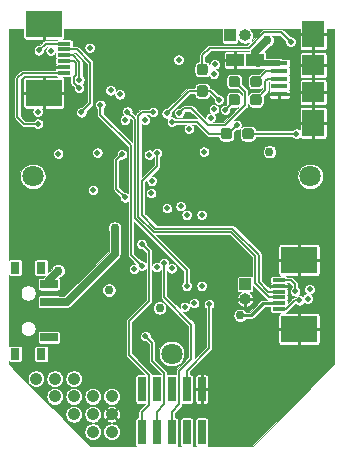
<source format=gbr>
%TF.GenerationSoftware,KiCad,Pcbnew,(5.1.8)-1*%
%TF.CreationDate,2021-09-07T20:43:03-04:00*%
%TF.ProjectId,mainboard_v1,6d61696e-626f-4617-9264-5f76312e6b69,rev?*%
%TF.SameCoordinates,Original*%
%TF.FileFunction,Copper,L4,Bot*%
%TF.FilePolarity,Positive*%
%FSLAX46Y46*%
G04 Gerber Fmt 4.6, Leading zero omitted, Abs format (unit mm)*
G04 Created by KiCad (PCBNEW (5.1.8)-1) date 2021-09-07 20:43:03*
%MOMM*%
%LPD*%
G01*
G04 APERTURE LIST*
%TA.AperFunction,ComponentPad*%
%ADD10C,1.050000*%
%TD*%
%TA.AperFunction,WasherPad*%
%ADD11C,1.800000*%
%TD*%
%TA.AperFunction,ComponentPad*%
%ADD12O,1.000000X1.000000*%
%TD*%
%TA.AperFunction,ComponentPad*%
%ADD13R,1.000000X1.000000*%
%TD*%
%TA.AperFunction,SMDPad,CuDef*%
%ADD14R,1.550000X1.100000*%
%TD*%
%TA.AperFunction,SMDPad,CuDef*%
%ADD15R,3.100000X2.300000*%
%TD*%
%TA.AperFunction,SMDPad,CuDef*%
%ADD16R,1.100000X0.300000*%
%TD*%
%TA.AperFunction,SMDPad,CuDef*%
%ADD17R,0.650000X2.150000*%
%TD*%
%TA.AperFunction,SMDPad,CuDef*%
%ADD18R,1.900000X1.800000*%
%TD*%
%TA.AperFunction,SMDPad,CuDef*%
%ADD19R,1.900000X2.300000*%
%TD*%
%TA.AperFunction,SMDPad,CuDef*%
%ADD20R,1.400000X0.400000*%
%TD*%
%TA.AperFunction,SMDPad,CuDef*%
%ADD21R,1.500000X0.700000*%
%TD*%
%TA.AperFunction,SMDPad,CuDef*%
%ADD22R,0.800000X1.000000*%
%TD*%
%TA.AperFunction,ViaPad*%
%ADD23C,0.508000*%
%TD*%
%TA.AperFunction,ViaPad*%
%ADD24C,0.762000*%
%TD*%
%TA.AperFunction,Conductor*%
%ADD25C,0.635000*%
%TD*%
%TA.AperFunction,Conductor*%
%ADD26C,0.152400*%
%TD*%
%TA.AperFunction,Conductor*%
%ADD27C,0.508000*%
%TD*%
%TA.AperFunction,Conductor*%
%ADD28C,0.254000*%
%TD*%
%TA.AperFunction,Conductor*%
%ADD29C,0.076200*%
%TD*%
%TA.AperFunction,Conductor*%
%ADD30C,0.100000*%
%TD*%
G04 APERTURE END LIST*
D10*
%TO.P,J20,1*%
%TO.N,Net-(C11-Pad2)*%
X181720000Y-125130000D03*
%TD*%
%TO.P,J19,1*%
%TO.N,/GP2*%
X180120000Y-125130000D03*
%TD*%
%TO.P,J18,1*%
%TO.N,/GP0*%
X180120000Y-126630000D03*
%TD*%
%TO.P,J17,1*%
%TO.N,/~RESET*%
X178520000Y-125130000D03*
%TD*%
%TO.P,J16,1*%
%TO.N,N/C*%
X183320000Y-128130000D03*
%TD*%
%TO.P,J15,1*%
%TO.N,/SWO*%
X183320000Y-126630000D03*
%TD*%
%TO.P,J14,1*%
%TO.N,GND*%
X184920000Y-128130000D03*
%TD*%
%TO.P,J13,1*%
%TO.N,N/C*%
X181720000Y-128130000D03*
%TD*%
%TO.P,J12,1*%
%TO.N,N/C*%
X183320000Y-129630000D03*
%TD*%
%TO.P,J11,1*%
%TO.N,+3V3*%
X184920000Y-126630000D03*
%TD*%
%TO.P,J10,1*%
%TO.N,N/C*%
X184920000Y-129630000D03*
%TD*%
%TO.P,J9,1*%
%TO.N,/A5*%
X181720000Y-126630000D03*
%TD*%
D11*
%TO.P,H1,*%
%TO.N,*%
X190000000Y-123000000D03*
%TD*%
%TO.P,R11,2*%
%TO.N,+3V3*%
%TA.AperFunction,SMDPad,CuDef*%
G36*
G01*
X195975000Y-104617500D02*
X195975000Y-104142500D01*
G75*
G02*
X196212500Y-103905000I237500J0D01*
G01*
X196712500Y-103905000D01*
G75*
G02*
X196950000Y-104142500I0J-237500D01*
G01*
X196950000Y-104617500D01*
G75*
G02*
X196712500Y-104855000I-237500J0D01*
G01*
X196212500Y-104855000D01*
G75*
G02*
X195975000Y-104617500I0J237500D01*
G01*
G37*
%TD.AperFunction*%
%TO.P,R11,1*%
%TO.N,/SDA*%
%TA.AperFunction,SMDPad,CuDef*%
G36*
G01*
X194150000Y-104617500D02*
X194150000Y-104142500D01*
G75*
G02*
X194387500Y-103905000I237500J0D01*
G01*
X194887500Y-103905000D01*
G75*
G02*
X195125000Y-104142500I0J-237500D01*
G01*
X195125000Y-104617500D01*
G75*
G02*
X194887500Y-104855000I-237500J0D01*
G01*
X194387500Y-104855000D01*
G75*
G02*
X194150000Y-104617500I0J237500D01*
G01*
G37*
%TD.AperFunction*%
%TD*%
%TO.P,R10,2*%
%TO.N,+3V3*%
%TA.AperFunction,SMDPad,CuDef*%
G36*
G01*
X192837500Y-99435000D02*
X192362500Y-99435000D01*
G75*
G02*
X192125000Y-99197500I0J237500D01*
G01*
X192125000Y-98697500D01*
G75*
G02*
X192362500Y-98460000I237500J0D01*
G01*
X192837500Y-98460000D01*
G75*
G02*
X193075000Y-98697500I0J-237500D01*
G01*
X193075000Y-99197500D01*
G75*
G02*
X192837500Y-99435000I-237500J0D01*
G01*
G37*
%TD.AperFunction*%
%TO.P,R10,1*%
%TO.N,/SCL*%
%TA.AperFunction,SMDPad,CuDef*%
G36*
G01*
X192837500Y-101260000D02*
X192362500Y-101260000D01*
G75*
G02*
X192125000Y-101022500I0J237500D01*
G01*
X192125000Y-100522500D01*
G75*
G02*
X192362500Y-100285000I237500J0D01*
G01*
X192837500Y-100285000D01*
G75*
G02*
X193075000Y-100522500I0J-237500D01*
G01*
X193075000Y-101022500D01*
G75*
G02*
X192837500Y-101260000I-237500J0D01*
G01*
G37*
%TD.AperFunction*%
%TD*%
D12*
%TO.P,J4,2*%
%TO.N,/SWDIO*%
X196230000Y-96070000D03*
D13*
%TO.P,J4,1*%
%TO.N,/SWDCLK*%
X194960000Y-96070000D03*
%TD*%
D14*
%TO.P,C13,2*%
%TO.N,GND*%
X195370000Y-98140000D03*
%TO.P,C13,1*%
%TO.N,VBUS*%
X197070000Y-98140000D03*
%TD*%
D15*
%TO.P,J8,MP2*%
%TO.N,GND*%
X200790000Y-120920000D03*
%TO.P,J8,MP1*%
X200790000Y-115080000D03*
D16*
%TO.P,J8,6*%
%TO.N,/M2_O1*%
X199090000Y-119250000D03*
%TO.P,J8,5*%
%TO.N,VCC*%
X199090000Y-118750000D03*
%TO.P,J8,4*%
%TO.N,/D5*%
X199090000Y-118250000D03*
%TO.P,J8,3*%
%TO.N,/D13*%
X199090000Y-117750000D03*
%TO.P,J8,2*%
%TO.N,GND*%
X199090000Y-117250000D03*
%TO.P,J8,1*%
%TO.N,/M2_O2*%
X199090000Y-116750000D03*
%TD*%
D15*
%TO.P,J3,MP2*%
%TO.N,GND*%
X179190000Y-95080000D03*
%TO.P,J3,MP1*%
X179190000Y-100920000D03*
D16*
%TO.P,J3,6*%
%TO.N,/M1_O1*%
X180890000Y-96750000D03*
%TO.P,J3,5*%
%TO.N,VCC*%
X180890000Y-97250000D03*
%TO.P,J3,4*%
%TO.N,/MOTOR1_A*%
X180890000Y-97750000D03*
%TO.P,J3,3*%
%TO.N,/MOTOR1_B*%
X180890000Y-98250000D03*
%TO.P,J3,2*%
%TO.N,GND*%
X180890000Y-98750000D03*
%TO.P,J3,1*%
%TO.N,/M1_O2*%
X180890000Y-99250000D03*
%TD*%
D11*
%TO.P,H3,*%
%TO.N,*%
X201750000Y-108000000D03*
%TD*%
%TO.P,H2,*%
%TO.N,*%
X178250000Y-108000000D03*
%TD*%
D17*
%TO.P,J7,9*%
%TO.N,+3V3*%
X187460000Y-126025000D03*
%TO.P,J7,7*%
%TO.N,/A1*%
X188730000Y-126025000D03*
%TO.P,J7,5*%
%TO.N,/D6*%
X190000000Y-126025000D03*
%TO.P,J7,3*%
%TO.N,/D11*%
X191270000Y-126025000D03*
%TO.P,J7,1*%
%TO.N,GND*%
X192540000Y-126025000D03*
%TO.P,J7,10*%
%TO.N,/SCL*%
X187460000Y-129675000D03*
%TO.P,J7,8*%
%TO.N,/SDA*%
X188730000Y-129675000D03*
%TO.P,J7,6*%
%TO.N,/SCK*%
X190000000Y-129675000D03*
%TO.P,J7,4*%
%TO.N,/MOSI*%
X191270000Y-129675000D03*
%TO.P,J7,2*%
%TO.N,/MISO*%
X192540000Y-129675000D03*
%TD*%
D13*
%TO.P,J1,1*%
%TO.N,VPP*%
X196230000Y-117130000D03*
D12*
%TO.P,J1,2*%
%TO.N,GND*%
X196230000Y-118400000D03*
%TD*%
D18*
%TO.P,J2,6*%
%TO.N,GND*%
X201980000Y-100870000D03*
X201980000Y-98570000D03*
D19*
X201980000Y-103470000D03*
X201980000Y-95970000D03*
D20*
%TO.P,J2,5*%
X199130000Y-101020000D03*
%TO.P,J2,4*%
%TO.N,N/C*%
X199130000Y-100370000D03*
%TO.P,J2,3*%
%TO.N,/USB+*%
X199130000Y-99720000D03*
%TO.P,J2,2*%
%TO.N,/USB-*%
X199130000Y-99070000D03*
%TO.P,J2,1*%
%TO.N,VBUS*%
X199130000Y-98420000D03*
%TD*%
%TO.P,R8,1*%
%TO.N,/USB+*%
%TA.AperFunction,SMDPad,CuDef*%
G36*
G01*
X197620000Y-101272500D02*
X197620000Y-101747500D01*
G75*
G02*
X197382500Y-101985000I-237500J0D01*
G01*
X196882500Y-101985000D01*
G75*
G02*
X196645000Y-101747500I0J237500D01*
G01*
X196645000Y-101272500D01*
G75*
G02*
X196882500Y-101035000I237500J0D01*
G01*
X197382500Y-101035000D01*
G75*
G02*
X197620000Y-101272500I0J-237500D01*
G01*
G37*
%TD.AperFunction*%
%TO.P,R8,2*%
%TO.N,Net-(R8-Pad2)*%
%TA.AperFunction,SMDPad,CuDef*%
G36*
G01*
X195795000Y-101272500D02*
X195795000Y-101747500D01*
G75*
G02*
X195557500Y-101985000I-237500J0D01*
G01*
X195057500Y-101985000D01*
G75*
G02*
X194820000Y-101747500I0J237500D01*
G01*
X194820000Y-101272500D01*
G75*
G02*
X195057500Y-101035000I237500J0D01*
G01*
X195557500Y-101035000D01*
G75*
G02*
X195795000Y-101272500I0J-237500D01*
G01*
G37*
%TD.AperFunction*%
%TD*%
%TO.P,R9,1*%
%TO.N,/USB-*%
%TA.AperFunction,SMDPad,CuDef*%
G36*
G01*
X197620000Y-99735000D02*
X197620000Y-100210000D01*
G75*
G02*
X197382500Y-100447500I-237500J0D01*
G01*
X196882500Y-100447500D01*
G75*
G02*
X196645000Y-100210000I0J237500D01*
G01*
X196645000Y-99735000D01*
G75*
G02*
X196882500Y-99497500I237500J0D01*
G01*
X197382500Y-99497500D01*
G75*
G02*
X197620000Y-99735000I0J-237500D01*
G01*
G37*
%TD.AperFunction*%
%TO.P,R9,2*%
%TO.N,Net-(R9-Pad2)*%
%TA.AperFunction,SMDPad,CuDef*%
G36*
G01*
X195795000Y-99735000D02*
X195795000Y-100210000D01*
G75*
G02*
X195557500Y-100447500I-237500J0D01*
G01*
X195057500Y-100447500D01*
G75*
G02*
X194820000Y-100210000I0J237500D01*
G01*
X194820000Y-99735000D01*
G75*
G02*
X195057500Y-99497500I237500J0D01*
G01*
X195557500Y-99497500D01*
G75*
G02*
X195795000Y-99735000I0J-237500D01*
G01*
G37*
%TD.AperFunction*%
%TD*%
D21*
%TO.P,SW1,1*%
%TO.N,N/C*%
X179610000Y-121620000D03*
%TO.P,SW1,2*%
%TO.N,VPP*%
X179610000Y-118620000D03*
%TO.P,SW1,3*%
%TO.N,Net-(C11-Pad2)*%
X179610000Y-117120000D03*
D22*
%TO.P,SW1,*%
%TO.N,*%
X176750000Y-123020000D03*
X176750000Y-115720000D03*
X178960000Y-115720000D03*
X178960000Y-123020000D03*
%TD*%
D23*
%TO.N,/M2_IN2*%
X201680000Y-117560000D03*
%TO.N,/M2_IN1*%
X201510000Y-118340000D03*
%TO.N,GND*%
X180160000Y-95870000D03*
X177970000Y-95890000D03*
X179240000Y-100960000D03*
X195380000Y-124600000D03*
X195400000Y-123630000D03*
X184890000Y-124620000D03*
X184870000Y-123610000D03*
X202670000Y-103740000D03*
X201960000Y-98300000D03*
X201980000Y-96710000D03*
X176860000Y-95880000D03*
X199820000Y-110040000D03*
X185980000Y-96670000D03*
X190020000Y-96680000D03*
X200350000Y-98770000D03*
X202660000Y-100380000D03*
X192540000Y-126030000D03*
X190430000Y-99350000D03*
X189060000Y-100540000D03*
X186770000Y-99600000D03*
X187730000Y-101940000D03*
X183910000Y-104230000D03*
X177850000Y-123490000D03*
X177370000Y-119290000D03*
X177850000Y-115580000D03*
X177170000Y-106070000D03*
X202940000Y-109790000D03*
X202980000Y-105930000D03*
X193668000Y-97726000D03*
X195260000Y-125940000D03*
X194680000Y-129680000D03*
X203030000Y-123620000D03*
X199830000Y-126650000D03*
X182620000Y-119400000D03*
X180890000Y-109960000D03*
X177030000Y-109720000D03*
X195320000Y-110070000D03*
X182090000Y-109870000D03*
X182090000Y-108190000D03*
X182070000Y-109030000D03*
X197540000Y-123970000D03*
X195390000Y-122060000D03*
X186470000Y-125500000D03*
X186370000Y-128200000D03*
X184090000Y-97340000D03*
X188400000Y-110560000D03*
X178530000Y-104540000D03*
X181620000Y-96020000D03*
X187980000Y-96650000D03*
X194090000Y-111090000D03*
X195080000Y-113950000D03*
X196090000Y-115080000D03*
X192890000Y-115490000D03*
X184950000Y-116330000D03*
X203060000Y-116000000D03*
X197620000Y-105000000D03*
X189080000Y-121280000D03*
X190370000Y-121590000D03*
X192950000Y-124450000D03*
X194380000Y-127840000D03*
D24*
%TO.N,VPP*%
X185170000Y-112370000D03*
D23*
%TO.N,/LED2*%
X183720000Y-105990000D03*
X183340000Y-109150000D03*
%TO.N,/SDA*%
X190030000Y-103360000D03*
X195510000Y-103650000D03*
X189600000Y-110690000D03*
X187790000Y-121530000D03*
X188730000Y-129675000D03*
%TO.N,/SCL*%
X189590000Y-102660000D03*
X194000000Y-101500000D03*
X188270000Y-109420000D03*
X187460000Y-113725000D03*
X187460000Y-129675000D03*
%TO.N,Net-(R8-Pad2)*%
X194540000Y-102360000D03*
%TO.N,Net-(R9-Pad2)*%
X190660000Y-102620000D03*
D24*
%TO.N,VBUS*%
X198100000Y-96480000D03*
X198290000Y-105910000D03*
D23*
X192740000Y-105910000D03*
D24*
%TO.N,+3V3*%
X184690000Y-117630000D03*
D23*
X188320000Y-108380000D03*
X200570000Y-104380000D03*
X200070000Y-96590000D03*
X187460000Y-126025000D03*
D24*
%TO.N,Net-(C11-Pad2)*%
X180400000Y-115980000D03*
X188980000Y-119130000D03*
D23*
%TO.N,/MISO*%
X193580000Y-102310000D03*
X192540000Y-111250000D03*
X191900000Y-118740000D03*
X192540000Y-129675000D03*
%TO.N,/MOSI*%
X193300000Y-103040000D03*
X191270000Y-111260000D03*
X191120000Y-119040000D03*
X191270000Y-129675000D03*
%TO.N,/SCK*%
X191470000Y-103970000D03*
X190760000Y-110520000D03*
X189370000Y-115320000D03*
X190000000Y-129675000D03*
%TO.N,/A1*%
X186040000Y-103230000D03*
X188730000Y-126025000D03*
%TO.N,/A0*%
X185790000Y-106130000D03*
X186057400Y-109770000D03*
D24*
%TO.N,VCC*%
X195810000Y-119760000D03*
D23*
X180400000Y-106070000D03*
X182360000Y-102570000D03*
%TO.N,/M1_O1*%
X178660000Y-102510000D03*
X178760000Y-97330000D03*
%TO.N,/M1_O2*%
X178680000Y-103540000D03*
%TO.N,/M2_O1*%
X200820000Y-118500000D03*
%TO.N,/M2_O2*%
X200470000Y-117740000D03*
%TO.N,/~RESET*%
X179760000Y-97370000D03*
%TO.N,/SWO*%
X190590000Y-98120000D03*
%TO.N,/D11*%
X193180000Y-118820000D03*
X191270000Y-126025000D03*
%TO.N,/D13*%
X188770000Y-106030000D03*
%TO.N,/D5*%
X188430000Y-102540000D03*
%TO.N,/D12*%
X190000000Y-115780000D03*
X188100000Y-106160000D03*
%TO.N,/D6*%
X187740000Y-103220000D03*
X188730000Y-115690000D03*
X190000000Y-126025000D03*
%TO.N,/A5*%
X185600000Y-101060000D03*
%TO.N,/A3*%
X187460000Y-115560000D03*
X183970000Y-101940000D03*
%TO.N,/GP2*%
X184830000Y-100720000D03*
%TO.N,/GP0*%
X183070000Y-97110000D03*
%TO.N,/MOTOR1_A*%
X182200000Y-99830000D03*
%TO.N,/MOTOR1_B*%
X182160000Y-100520000D03*
%TO.N,/M2_IN2*%
X193650000Y-98520000D03*
%TO.N,/M2_IN1*%
X193570000Y-99320000D03*
%TO.N,/D11*%
X186820000Y-115830000D03*
X192540000Y-117275000D03*
%TO.N,/D9*%
X191270000Y-117275000D03*
X186250000Y-102510000D03*
%TD*%
D25*
%TO.N,VPP*%
X185170000Y-112370000D02*
X185170000Y-114570000D01*
X181120000Y-118620000D02*
X179610000Y-118620000D01*
X185170000Y-114570000D02*
X181120000Y-118620000D01*
D26*
%TO.N,/SDA*%
X190030000Y-103360000D02*
X192138934Y-103360000D01*
X193158934Y-104380000D02*
X194637500Y-104380000D01*
X192138934Y-103360000D02*
X193158934Y-104380000D01*
X194780000Y-104380000D02*
X195510000Y-103650000D01*
X194637500Y-104380000D02*
X194780000Y-104380000D01*
X188730000Y-127910000D02*
X188730000Y-129675000D01*
X189360000Y-127280000D02*
X188730000Y-127910000D01*
X189360000Y-124650000D02*
X189360000Y-127280000D01*
X188340000Y-123630000D02*
X189360000Y-124650000D01*
X188340000Y-122080000D02*
X188340000Y-123630000D01*
X187790000Y-121530000D02*
X188340000Y-122080000D01*
%TO.N,/SCL*%
X191477500Y-100772500D02*
X192600000Y-100772500D01*
X189590000Y-102660000D02*
X191477500Y-100772500D01*
X192600000Y-100772500D02*
X193272500Y-100772500D01*
X193272500Y-100772500D02*
X194000000Y-101500000D01*
X187460000Y-127980000D02*
X187460000Y-129675000D01*
X188090000Y-127350000D02*
X187460000Y-127980000D01*
X188090000Y-124820000D02*
X188090000Y-125410000D01*
X186370000Y-120250000D02*
X186370000Y-123100000D01*
X188080000Y-118540000D02*
X186370000Y-120250000D01*
X186370000Y-123100000D02*
X188090000Y-124820000D01*
X188080000Y-114345000D02*
X188080000Y-118540000D01*
X187460000Y-113725000D02*
X188080000Y-114345000D01*
X188090000Y-125410000D02*
X188090000Y-127350000D01*
%TO.N,Net-(R8-Pad2)*%
X195307500Y-101592500D02*
X194540000Y-102360000D01*
%TO.N,Net-(R9-Pad2)*%
X195307500Y-99972500D02*
X195362500Y-99972500D01*
X195362500Y-99972500D02*
X196210000Y-100820000D01*
X196210000Y-100820000D02*
X196210000Y-101980000D01*
X194513610Y-103676390D02*
X193106390Y-103676390D01*
X196210000Y-101980000D02*
X194513610Y-103676390D01*
X191680000Y-102250000D02*
X191030000Y-102250000D01*
X193106390Y-103676390D02*
X191680000Y-102250000D01*
X190660000Y-102620000D02*
X191030000Y-102250000D01*
D25*
%TO.N,VBUS*%
X197350000Y-98420000D02*
X197070000Y-98140000D01*
D27*
X199130000Y-98420000D02*
X197350000Y-98420000D01*
D25*
X197070000Y-98140000D02*
X197070000Y-97510000D01*
X197070000Y-97510000D02*
X198100000Y-96480000D01*
D26*
%TO.N,+3V3*%
X192600000Y-98947500D02*
X192600000Y-97750000D01*
X192600000Y-97750000D02*
X193220000Y-97130000D01*
X193220000Y-97130000D02*
X196520000Y-97130000D01*
X196520000Y-97130000D02*
X197840000Y-95810000D01*
X199290000Y-95810000D02*
X200070000Y-96590000D01*
X197840000Y-95810000D02*
X199290000Y-95810000D01*
X196462500Y-104380000D02*
X200560000Y-104380000D01*
D25*
%TO.N,Net-(C11-Pad2)*%
X179610000Y-117120000D02*
X179610000Y-116770000D01*
X179610000Y-116770000D02*
X180400000Y-115980000D01*
D26*
%TO.N,/USB+*%
X199130000Y-99720000D02*
X198170000Y-99720000D01*
X198170000Y-99720000D02*
X197940000Y-99950000D01*
X197940000Y-100702500D02*
X197132500Y-101510000D01*
X197940000Y-99950000D02*
X197940000Y-100702500D01*
%TO.N,/USB-*%
X198035000Y-99070000D02*
X197132500Y-99972500D01*
X199130000Y-99070000D02*
X198035000Y-99070000D01*
%TO.N,/SCK*%
X190000000Y-127950000D02*
X190000000Y-129675000D01*
X190640000Y-124480000D02*
X190640000Y-127310000D01*
X191680000Y-123440000D02*
X190640000Y-124480000D01*
X191680000Y-120540000D02*
X191680000Y-123440000D01*
X189370000Y-118230000D02*
X191680000Y-120540000D01*
X190640000Y-127310000D02*
X190000000Y-127950000D01*
X189370000Y-115320000D02*
X189370000Y-118230000D01*
%TO.N,/A0*%
X185790000Y-106130000D02*
X185320000Y-106600000D01*
X185320000Y-109032600D02*
X186057400Y-109770000D01*
X185320000Y-106600000D02*
X185320000Y-109032600D01*
D28*
%TO.N,VCC*%
X199090000Y-118750000D02*
X197750000Y-118750000D01*
X197750000Y-118750000D02*
X196740000Y-119760000D01*
X196740000Y-119760000D02*
X195810000Y-119760000D01*
D26*
X180890000Y-97250000D02*
X182000000Y-97250000D01*
X182000000Y-97250000D02*
X183110000Y-98360000D01*
X183110000Y-101820000D02*
X182360000Y-102570000D01*
X183110000Y-98360000D02*
X183110000Y-101820000D01*
%TO.N,/M1_O1*%
X179340000Y-96750000D02*
X178760000Y-97330000D01*
X180890000Y-96750000D02*
X179340000Y-96750000D01*
%TO.N,/M1_O2*%
X180890000Y-99250000D02*
X177400000Y-99250000D01*
X177400000Y-99250000D02*
X176950000Y-99700000D01*
X176950000Y-99700000D02*
X176950000Y-102980000D01*
X177510000Y-103540000D02*
X178680000Y-103540000D01*
X176950000Y-102980000D02*
X177510000Y-103540000D01*
%TO.N,/M2_O1*%
X199090000Y-119250000D02*
X199670000Y-119250000D01*
X200420000Y-118500000D02*
X200820000Y-118500000D01*
X199670000Y-119250000D02*
X200420000Y-118500000D01*
%TO.N,/M2_O2*%
X200470000Y-117740000D02*
X200470000Y-117130000D01*
X200090000Y-116750000D02*
X199090000Y-116750000D01*
X200470000Y-117130000D02*
X200090000Y-116750000D01*
%TO.N,/D11*%
X193180000Y-118820000D02*
X193180000Y-122530000D01*
X191270000Y-124440000D02*
X191270000Y-126025000D01*
X193180000Y-122530000D02*
X191270000Y-124440000D01*
%TO.N,/D13*%
X199090000Y-117750000D02*
X198190000Y-117750000D01*
X198190000Y-117750000D02*
X197370000Y-116930000D01*
X197370000Y-114630000D02*
X197370000Y-115250000D01*
X197370000Y-115250000D02*
X197370000Y-115220000D01*
X197370000Y-116930000D02*
X197370000Y-115250000D01*
X188770000Y-106030000D02*
X188770000Y-107140000D01*
X188770000Y-107140000D02*
X187494809Y-108415191D01*
X187494809Y-108415191D02*
X187494809Y-111293743D01*
X187494809Y-111293743D02*
X188616256Y-112415190D01*
X195155190Y-112415190D02*
X197370000Y-114630000D01*
X188616256Y-112415190D02*
X195155190Y-112415190D01*
%TO.N,/D5*%
X198258934Y-118250000D02*
X199090000Y-118250000D01*
X197065191Y-117056257D02*
X198258934Y-118250000D01*
X197065190Y-114756256D02*
X197065191Y-117056257D01*
X195028934Y-112720000D02*
X197065190Y-114756256D01*
X188490000Y-112720000D02*
X195028934Y-112720000D01*
X187189999Y-111419999D02*
X188490000Y-112720000D01*
X187189999Y-102850001D02*
X187189999Y-111419999D01*
X187500000Y-102540000D02*
X187189999Y-102850001D01*
X188430000Y-102540000D02*
X187500000Y-102540000D01*
%TO.N,/A3*%
X186540000Y-114640000D02*
X187460000Y-115560000D01*
X186540000Y-105380000D02*
X186540000Y-114640000D01*
X183970000Y-102810000D02*
X186540000Y-105380000D01*
X183970000Y-101940000D02*
X183970000Y-102810000D01*
%TO.N,/MOTOR1_A*%
X180890000Y-97750000D02*
X181636256Y-97750000D01*
X182200000Y-98313744D02*
X182200000Y-99830000D01*
X181636256Y-97750000D02*
X182200000Y-98313744D01*
%TO.N,/MOTOR1_B*%
X180890000Y-98250000D02*
X181705190Y-98250000D01*
X181705190Y-98250000D02*
X181895190Y-98440000D01*
X181895190Y-98440000D02*
X181895190Y-99424810D01*
X181895190Y-99424810D02*
X181700000Y-99620000D01*
X181700000Y-100060000D02*
X182160000Y-100520000D01*
X181700000Y-99620000D02*
X181700000Y-100060000D01*
%TO.N,/D9*%
X191270000Y-117275000D02*
X191270000Y-115931066D01*
X186250000Y-102510000D02*
X186885190Y-103145190D01*
X186885190Y-103145190D02*
X186885191Y-111546257D01*
X186885191Y-111546257D02*
X187289467Y-111950533D01*
X191270000Y-115931066D02*
X187289467Y-111950533D01*
%TD*%
D29*
%TO.N,GND*%
X177448578Y-96230000D02*
X177452256Y-96267345D01*
X177463149Y-96303254D01*
X177480838Y-96336348D01*
X177504644Y-96365356D01*
X177533652Y-96389162D01*
X177566746Y-96406851D01*
X177602655Y-96417744D01*
X177640000Y-96421422D01*
X179053475Y-96420500D01*
X179101100Y-96372875D01*
X179101100Y-95538100D01*
X179278900Y-95538100D01*
X179278900Y-96372875D01*
X179326525Y-96420500D01*
X180273446Y-96421118D01*
X180266746Y-96423150D01*
X180233652Y-96440839D01*
X180204645Y-96464645D01*
X180189335Y-96483300D01*
X179353096Y-96483300D01*
X179340000Y-96482010D01*
X179326904Y-96483300D01*
X179326902Y-96483300D01*
X179287718Y-96487159D01*
X179237445Y-96502410D01*
X179191113Y-96527174D01*
X179150502Y-96560502D01*
X179142150Y-96570679D01*
X178823422Y-96889407D01*
X178803779Y-96885500D01*
X178716221Y-96885500D01*
X178630344Y-96902582D01*
X178549450Y-96936089D01*
X178476648Y-96984734D01*
X178414734Y-97046648D01*
X178366089Y-97119450D01*
X178332582Y-97200344D01*
X178315500Y-97286221D01*
X178315500Y-97373779D01*
X178332582Y-97459656D01*
X178366089Y-97540550D01*
X178414734Y-97613352D01*
X178476648Y-97675266D01*
X178549450Y-97723911D01*
X178630344Y-97757418D01*
X178716221Y-97774500D01*
X178803779Y-97774500D01*
X178889656Y-97757418D01*
X178970550Y-97723911D01*
X179043352Y-97675266D01*
X179105266Y-97613352D01*
X179153911Y-97540550D01*
X179187418Y-97459656D01*
X179204500Y-97373779D01*
X179204500Y-97286221D01*
X179200593Y-97266578D01*
X179450471Y-97016700D01*
X179488672Y-97016700D01*
X179476648Y-97024734D01*
X179414734Y-97086648D01*
X179366089Y-97159450D01*
X179332582Y-97240344D01*
X179315500Y-97326221D01*
X179315500Y-97413779D01*
X179332582Y-97499656D01*
X179366089Y-97580550D01*
X179414734Y-97653352D01*
X179476648Y-97715266D01*
X179549450Y-97763911D01*
X179630344Y-97797418D01*
X179716221Y-97814500D01*
X179803779Y-97814500D01*
X179889656Y-97797418D01*
X179970550Y-97763911D01*
X180043352Y-97715266D01*
X180105266Y-97653352D01*
X180149904Y-97586547D01*
X180148579Y-97600000D01*
X180148579Y-97900000D01*
X180152257Y-97937344D01*
X180163150Y-97973254D01*
X180177446Y-98000000D01*
X180163150Y-98026746D01*
X180152257Y-98062656D01*
X180148579Y-98100000D01*
X180148579Y-98400000D01*
X180152257Y-98437344D01*
X180163150Y-98473254D01*
X180177445Y-98499999D01*
X180163149Y-98526746D01*
X180152256Y-98562655D01*
X180148578Y-98600000D01*
X180149500Y-98613475D01*
X180197125Y-98661100D01*
X180801100Y-98661100D01*
X180801100Y-98641100D01*
X180978900Y-98641100D01*
X180978900Y-98661100D01*
X180998900Y-98661100D01*
X180998900Y-98838900D01*
X180978900Y-98838900D01*
X180978900Y-98858900D01*
X180801100Y-98858900D01*
X180801100Y-98838900D01*
X180197125Y-98838900D01*
X180149500Y-98886525D01*
X180148578Y-98900000D01*
X180152256Y-98937345D01*
X180163149Y-98973254D01*
X180168519Y-98983300D01*
X177413095Y-98983300D01*
X177399999Y-98982010D01*
X177386903Y-98983300D01*
X177386902Y-98983300D01*
X177347718Y-98987159D01*
X177297445Y-99002410D01*
X177251113Y-99027174D01*
X177210502Y-99060502D01*
X177202146Y-99070684D01*
X176770684Y-99502146D01*
X176760502Y-99510502D01*
X176727174Y-99551113D01*
X176702410Y-99597446D01*
X176687159Y-99647719D01*
X176683782Y-99682010D01*
X176682010Y-99700000D01*
X176683300Y-99713096D01*
X176683301Y-102966894D01*
X176682010Y-102980000D01*
X176685896Y-103019450D01*
X176687160Y-103032282D01*
X176702411Y-103082555D01*
X176727175Y-103128887D01*
X176760503Y-103169498D01*
X176770679Y-103177849D01*
X177312150Y-103719321D01*
X177320502Y-103729498D01*
X177361113Y-103762826D01*
X177391271Y-103778945D01*
X177407445Y-103787590D01*
X177457717Y-103802841D01*
X177510000Y-103807990D01*
X177523099Y-103806700D01*
X178323607Y-103806700D01*
X178334734Y-103823352D01*
X178396648Y-103885266D01*
X178469450Y-103933911D01*
X178550344Y-103967418D01*
X178636221Y-103984500D01*
X178723779Y-103984500D01*
X178809656Y-103967418D01*
X178890550Y-103933911D01*
X178963352Y-103885266D01*
X179025266Y-103823352D01*
X179073911Y-103750550D01*
X179107418Y-103669656D01*
X179124500Y-103583779D01*
X179124500Y-103496221D01*
X179107418Y-103410344D01*
X179073911Y-103329450D01*
X179025266Y-103256648D01*
X178963352Y-103194734D01*
X178890550Y-103146089D01*
X178809656Y-103112582D01*
X178723779Y-103095500D01*
X178636221Y-103095500D01*
X178550344Y-103112582D01*
X178469450Y-103146089D01*
X178396648Y-103194734D01*
X178334734Y-103256648D01*
X178323607Y-103273300D01*
X177620471Y-103273300D01*
X177216700Y-102869530D01*
X177216700Y-102070000D01*
X177448578Y-102070000D01*
X177452256Y-102107345D01*
X177463149Y-102143254D01*
X177480838Y-102176348D01*
X177504644Y-102205356D01*
X177533652Y-102229162D01*
X177566746Y-102246851D01*
X177602655Y-102257744D01*
X177640000Y-102261422D01*
X178291783Y-102260997D01*
X178266089Y-102299450D01*
X178232582Y-102380344D01*
X178215500Y-102466221D01*
X178215500Y-102553779D01*
X178232582Y-102639656D01*
X178266089Y-102720550D01*
X178314734Y-102793352D01*
X178376648Y-102855266D01*
X178449450Y-102903911D01*
X178530344Y-102937418D01*
X178616221Y-102954500D01*
X178703779Y-102954500D01*
X178789656Y-102937418D01*
X178870550Y-102903911D01*
X178943352Y-102855266D01*
X179005266Y-102793352D01*
X179053911Y-102720550D01*
X179087418Y-102639656D01*
X179104500Y-102553779D01*
X179104500Y-102466221D01*
X179087418Y-102380344D01*
X179053911Y-102299450D01*
X179027896Y-102260517D01*
X179053475Y-102260500D01*
X179101100Y-102212875D01*
X179101100Y-101008900D01*
X179278900Y-101008900D01*
X179278900Y-102212875D01*
X179326525Y-102260500D01*
X180740000Y-102261422D01*
X180777345Y-102257744D01*
X180813254Y-102246851D01*
X180846348Y-102229162D01*
X180875356Y-102205356D01*
X180899162Y-102176348D01*
X180916851Y-102143254D01*
X180927744Y-102107345D01*
X180931422Y-102070000D01*
X180930500Y-101056525D01*
X180882875Y-101008900D01*
X179278900Y-101008900D01*
X179101100Y-101008900D01*
X177497125Y-101008900D01*
X177449500Y-101056525D01*
X177448578Y-102070000D01*
X177216700Y-102070000D01*
X177216700Y-99810470D01*
X177257170Y-99770000D01*
X177448578Y-99770000D01*
X177449500Y-100783475D01*
X177497125Y-100831100D01*
X179101100Y-100831100D01*
X179101100Y-99627125D01*
X179053475Y-99579500D01*
X177640000Y-99578578D01*
X177602655Y-99582256D01*
X177566746Y-99593149D01*
X177533652Y-99610838D01*
X177504644Y-99634644D01*
X177480838Y-99663652D01*
X177463149Y-99696746D01*
X177452256Y-99732655D01*
X177448578Y-99770000D01*
X177257170Y-99770000D01*
X177510470Y-99516700D01*
X180189335Y-99516700D01*
X180204645Y-99535355D01*
X180233652Y-99559161D01*
X180266746Y-99576850D01*
X180273446Y-99578882D01*
X179326525Y-99579500D01*
X179278900Y-99627125D01*
X179278900Y-100831100D01*
X180882875Y-100831100D01*
X180930500Y-100783475D01*
X180931422Y-99770000D01*
X180927744Y-99732655D01*
X180916851Y-99696746D01*
X180899162Y-99663652D01*
X180875356Y-99634644D01*
X180846348Y-99610838D01*
X180813254Y-99593149D01*
X180807558Y-99591421D01*
X181434825Y-99591421D01*
X181433650Y-99603352D01*
X181432010Y-99620000D01*
X181433300Y-99633096D01*
X181433300Y-100046904D01*
X181432010Y-100060000D01*
X181433300Y-100073096D01*
X181433300Y-100073098D01*
X181437160Y-100112282D01*
X181452411Y-100162555D01*
X181477175Y-100208887D01*
X181510503Y-100249498D01*
X181520679Y-100257849D01*
X181719407Y-100456577D01*
X181715500Y-100476221D01*
X181715500Y-100563779D01*
X181732582Y-100649656D01*
X181766089Y-100730550D01*
X181814734Y-100803352D01*
X181876648Y-100865266D01*
X181949450Y-100913911D01*
X182030344Y-100947418D01*
X182116221Y-100964500D01*
X182203779Y-100964500D01*
X182289656Y-100947418D01*
X182370550Y-100913911D01*
X182443352Y-100865266D01*
X182505266Y-100803352D01*
X182553911Y-100730550D01*
X182587418Y-100649656D01*
X182604500Y-100563779D01*
X182604500Y-100476221D01*
X182587418Y-100390344D01*
X182553911Y-100309450D01*
X182505266Y-100236648D01*
X182459693Y-100191075D01*
X182483352Y-100175266D01*
X182545266Y-100113352D01*
X182593911Y-100040550D01*
X182627418Y-99959656D01*
X182644500Y-99873779D01*
X182644500Y-99786221D01*
X182627418Y-99700344D01*
X182593911Y-99619450D01*
X182545266Y-99546648D01*
X182483352Y-99484734D01*
X182466700Y-99473607D01*
X182466700Y-98326839D01*
X182467990Y-98313743D01*
X182465761Y-98291112D01*
X182462841Y-98261462D01*
X182447590Y-98211189D01*
X182422826Y-98164857D01*
X182389498Y-98124246D01*
X182379316Y-98115890D01*
X181834110Y-97570684D01*
X181825754Y-97560502D01*
X181785143Y-97527174D01*
X181765547Y-97516700D01*
X181889530Y-97516700D01*
X182843300Y-98470471D01*
X182843301Y-101709529D01*
X182423423Y-102129407D01*
X182403779Y-102125500D01*
X182316221Y-102125500D01*
X182230344Y-102142582D01*
X182149450Y-102176089D01*
X182076648Y-102224734D01*
X182014734Y-102286648D01*
X181966089Y-102359450D01*
X181932582Y-102440344D01*
X181915500Y-102526221D01*
X181915500Y-102613779D01*
X181932582Y-102699656D01*
X181966089Y-102780550D01*
X182014734Y-102853352D01*
X182076648Y-102915266D01*
X182149450Y-102963911D01*
X182230344Y-102997418D01*
X182316221Y-103014500D01*
X182403779Y-103014500D01*
X182489656Y-102997418D01*
X182570550Y-102963911D01*
X182643352Y-102915266D01*
X182705266Y-102853352D01*
X182753911Y-102780550D01*
X182787418Y-102699656D01*
X182804500Y-102613779D01*
X182804500Y-102526221D01*
X182800593Y-102506577D01*
X183289316Y-102017854D01*
X183299498Y-102009498D01*
X183332826Y-101968887D01*
X183357590Y-101922555D01*
X183372841Y-101872282D01*
X183376700Y-101833098D01*
X183376700Y-101833097D01*
X183377990Y-101820001D01*
X183376700Y-101806905D01*
X183376700Y-100676221D01*
X184385500Y-100676221D01*
X184385500Y-100763779D01*
X184402582Y-100849656D01*
X184436089Y-100930550D01*
X184484734Y-101003352D01*
X184546648Y-101065266D01*
X184619450Y-101113911D01*
X184700344Y-101147418D01*
X184786221Y-101164500D01*
X184873779Y-101164500D01*
X184959656Y-101147418D01*
X185040550Y-101113911D01*
X185113352Y-101065266D01*
X185155500Y-101023118D01*
X185155500Y-101103779D01*
X185172582Y-101189656D01*
X185206089Y-101270550D01*
X185254734Y-101343352D01*
X185316648Y-101405266D01*
X185389450Y-101453911D01*
X185470344Y-101487418D01*
X185556221Y-101504500D01*
X185643779Y-101504500D01*
X185729656Y-101487418D01*
X185810550Y-101453911D01*
X185883352Y-101405266D01*
X185945266Y-101343352D01*
X185993911Y-101270550D01*
X186027418Y-101189656D01*
X186044500Y-101103779D01*
X186044500Y-101016221D01*
X186027418Y-100930344D01*
X185993911Y-100849450D01*
X185945266Y-100776648D01*
X185883352Y-100714734D01*
X185810550Y-100666089D01*
X185729656Y-100632582D01*
X185643779Y-100615500D01*
X185556221Y-100615500D01*
X185470344Y-100632582D01*
X185389450Y-100666089D01*
X185316648Y-100714734D01*
X185274500Y-100756882D01*
X185274500Y-100676221D01*
X185257418Y-100590344D01*
X185223911Y-100509450D01*
X185175266Y-100436648D01*
X185113352Y-100374734D01*
X185040550Y-100326089D01*
X184959656Y-100292582D01*
X184873779Y-100275500D01*
X184786221Y-100275500D01*
X184700344Y-100292582D01*
X184619450Y-100326089D01*
X184546648Y-100374734D01*
X184484734Y-100436648D01*
X184436089Y-100509450D01*
X184402582Y-100590344D01*
X184385500Y-100676221D01*
X183376700Y-100676221D01*
X183376700Y-98373095D01*
X183377990Y-98359999D01*
X183376105Y-98340865D01*
X183372841Y-98307718D01*
X183357590Y-98257445D01*
X183332826Y-98211113D01*
X183299498Y-98170502D01*
X183289321Y-98162150D01*
X183203392Y-98076221D01*
X190145500Y-98076221D01*
X190145500Y-98163779D01*
X190162582Y-98249656D01*
X190196089Y-98330550D01*
X190244734Y-98403352D01*
X190306648Y-98465266D01*
X190379450Y-98513911D01*
X190460344Y-98547418D01*
X190546221Y-98564500D01*
X190633779Y-98564500D01*
X190719656Y-98547418D01*
X190800550Y-98513911D01*
X190873352Y-98465266D01*
X190935266Y-98403352D01*
X190983911Y-98330550D01*
X191017418Y-98249656D01*
X191034500Y-98163779D01*
X191034500Y-98076221D01*
X191017418Y-97990344D01*
X190983911Y-97909450D01*
X190935266Y-97836648D01*
X190873352Y-97774734D01*
X190800550Y-97726089D01*
X190719656Y-97692582D01*
X190633779Y-97675500D01*
X190546221Y-97675500D01*
X190460344Y-97692582D01*
X190379450Y-97726089D01*
X190306648Y-97774734D01*
X190244734Y-97836648D01*
X190196089Y-97909450D01*
X190162582Y-97990344D01*
X190145500Y-98076221D01*
X183203392Y-98076221D01*
X182197854Y-97070684D01*
X182194192Y-97066221D01*
X182625500Y-97066221D01*
X182625500Y-97153779D01*
X182642582Y-97239656D01*
X182676089Y-97320550D01*
X182724734Y-97393352D01*
X182786648Y-97455266D01*
X182859450Y-97503911D01*
X182940344Y-97537418D01*
X183026221Y-97554500D01*
X183113779Y-97554500D01*
X183199656Y-97537418D01*
X183280550Y-97503911D01*
X183353352Y-97455266D01*
X183415266Y-97393352D01*
X183463911Y-97320550D01*
X183497418Y-97239656D01*
X183514500Y-97153779D01*
X183514500Y-97066221D01*
X183497418Y-96980344D01*
X183463911Y-96899450D01*
X183415266Y-96826648D01*
X183353352Y-96764734D01*
X183280550Y-96716089D01*
X183199656Y-96682582D01*
X183113779Y-96665500D01*
X183026221Y-96665500D01*
X182940344Y-96682582D01*
X182859450Y-96716089D01*
X182786648Y-96764734D01*
X182724734Y-96826648D01*
X182676089Y-96899450D01*
X182642582Y-96980344D01*
X182625500Y-97066221D01*
X182194192Y-97066221D01*
X182189498Y-97060502D01*
X182148887Y-97027174D01*
X182102555Y-97002410D01*
X182052282Y-96987159D01*
X182013098Y-96983300D01*
X182013096Y-96983300D01*
X182000000Y-96982010D01*
X181986904Y-96983300D01*
X181611480Y-96983300D01*
X181616850Y-96973254D01*
X181627743Y-96937344D01*
X181631421Y-96900000D01*
X181631421Y-96600000D01*
X181627743Y-96562656D01*
X181616850Y-96526746D01*
X181599161Y-96493652D01*
X181575355Y-96464645D01*
X181546348Y-96440839D01*
X181513254Y-96423150D01*
X181477344Y-96412257D01*
X181440000Y-96408579D01*
X180807558Y-96408579D01*
X180813254Y-96406851D01*
X180846348Y-96389162D01*
X180875356Y-96365356D01*
X180899162Y-96336348D01*
X180916851Y-96303254D01*
X180927744Y-96267345D01*
X180931422Y-96230000D01*
X180930793Y-95538100D01*
X194271721Y-95538100D01*
X194268579Y-95570000D01*
X194268579Y-96570000D01*
X194272257Y-96607344D01*
X194283150Y-96643254D01*
X194300839Y-96676348D01*
X194324645Y-96705355D01*
X194353652Y-96729161D01*
X194386746Y-96746850D01*
X194422656Y-96757743D01*
X194460000Y-96761421D01*
X195460000Y-96761421D01*
X195497344Y-96757743D01*
X195533254Y-96746850D01*
X195566348Y-96729161D01*
X195595355Y-96705355D01*
X195619161Y-96676348D01*
X195636850Y-96643254D01*
X195647743Y-96607344D01*
X195651421Y-96570000D01*
X195651421Y-96446962D01*
X195693654Y-96510168D01*
X195789832Y-96606346D01*
X195902926Y-96681913D01*
X196028589Y-96733964D01*
X196161992Y-96760500D01*
X196298008Y-96760500D01*
X196431411Y-96733964D01*
X196557074Y-96681913D01*
X196659065Y-96613765D01*
X196409530Y-96863300D01*
X193233095Y-96863300D01*
X193219999Y-96862010D01*
X193206903Y-96863300D01*
X193206902Y-96863300D01*
X193167718Y-96867159D01*
X193117445Y-96882410D01*
X193071113Y-96907174D01*
X193030502Y-96940502D01*
X193022146Y-96950684D01*
X192420679Y-97552151D01*
X192410503Y-97560502D01*
X192394050Y-97580550D01*
X192377175Y-97601113D01*
X192352411Y-97647445D01*
X192337160Y-97697718D01*
X192332010Y-97750000D01*
X192333301Y-97763106D01*
X192333301Y-98271455D01*
X192278822Y-98276821D01*
X192198359Y-98301229D01*
X192124204Y-98340865D01*
X192059207Y-98394207D01*
X192005865Y-98459204D01*
X191966229Y-98533359D01*
X191941821Y-98613822D01*
X191933579Y-98697500D01*
X191933579Y-99197500D01*
X191941821Y-99281178D01*
X191966229Y-99361641D01*
X192005865Y-99435796D01*
X192059207Y-99500793D01*
X192124204Y-99554135D01*
X192198359Y-99593771D01*
X192278822Y-99618179D01*
X192362500Y-99626421D01*
X192837500Y-99626421D01*
X192921178Y-99618179D01*
X193001641Y-99593771D01*
X193075796Y-99554135D01*
X193140793Y-99500793D01*
X193156059Y-99482192D01*
X193176089Y-99530550D01*
X193224734Y-99603352D01*
X193286648Y-99665266D01*
X193359450Y-99713911D01*
X193440344Y-99747418D01*
X193526221Y-99764500D01*
X193613779Y-99764500D01*
X193699656Y-99747418D01*
X193780550Y-99713911D01*
X193853352Y-99665266D01*
X193915266Y-99603352D01*
X193963911Y-99530550D01*
X193997418Y-99449656D01*
X194014500Y-99363779D01*
X194014500Y-99276221D01*
X193997418Y-99190344D01*
X193963911Y-99109450D01*
X193915266Y-99036648D01*
X193853352Y-98974734D01*
X193799913Y-98939027D01*
X193860550Y-98913911D01*
X193933352Y-98865266D01*
X193995266Y-98803352D01*
X194043911Y-98730550D01*
X194060707Y-98690000D01*
X194403578Y-98690000D01*
X194407256Y-98727345D01*
X194418149Y-98763254D01*
X194435838Y-98796348D01*
X194459644Y-98825356D01*
X194488652Y-98849162D01*
X194521746Y-98866851D01*
X194557655Y-98877744D01*
X194595000Y-98881422D01*
X195233475Y-98880500D01*
X195281100Y-98832875D01*
X195281100Y-98228900D01*
X194452125Y-98228900D01*
X194404500Y-98276525D01*
X194403578Y-98690000D01*
X194060707Y-98690000D01*
X194077418Y-98649656D01*
X194094500Y-98563779D01*
X194094500Y-98476221D01*
X194077418Y-98390344D01*
X194043911Y-98309450D01*
X193995266Y-98236648D01*
X193933352Y-98174734D01*
X193860550Y-98126089D01*
X193779656Y-98092582D01*
X193693779Y-98075500D01*
X193606221Y-98075500D01*
X193520344Y-98092582D01*
X193439450Y-98126089D01*
X193366648Y-98174734D01*
X193304734Y-98236648D01*
X193256089Y-98309450D01*
X193222582Y-98390344D01*
X193205500Y-98476221D01*
X193205500Y-98480467D01*
X193194135Y-98459204D01*
X193140793Y-98394207D01*
X193075796Y-98340865D01*
X193001641Y-98301229D01*
X192921178Y-98276821D01*
X192866700Y-98271455D01*
X192866700Y-97860470D01*
X193137170Y-97590000D01*
X194403578Y-97590000D01*
X194404500Y-98003475D01*
X194452125Y-98051100D01*
X195281100Y-98051100D01*
X195281100Y-97447125D01*
X195233475Y-97399500D01*
X194595000Y-97398578D01*
X194557655Y-97402256D01*
X194521746Y-97413149D01*
X194488652Y-97430838D01*
X194459644Y-97454644D01*
X194435838Y-97483652D01*
X194418149Y-97516746D01*
X194407256Y-97552655D01*
X194403578Y-97590000D01*
X193137170Y-97590000D01*
X193330470Y-97396700D01*
X196506904Y-97396700D01*
X196520000Y-97397990D01*
X196533096Y-97396700D01*
X196533098Y-97396700D01*
X196572282Y-97392841D01*
X196574926Y-97392039D01*
X196572942Y-97398579D01*
X196295000Y-97398579D01*
X196257656Y-97402257D01*
X196221746Y-97413150D01*
X196220001Y-97414083D01*
X196218254Y-97413149D01*
X196182345Y-97402256D01*
X196145000Y-97398578D01*
X195506525Y-97399500D01*
X195458900Y-97447125D01*
X195458900Y-98051100D01*
X195478900Y-98051100D01*
X195478900Y-98228900D01*
X195458900Y-98228900D01*
X195458900Y-98832875D01*
X195506525Y-98880500D01*
X196145000Y-98881422D01*
X196182345Y-98877744D01*
X196218254Y-98866851D01*
X196220001Y-98865917D01*
X196221746Y-98866850D01*
X196257656Y-98877743D01*
X196295000Y-98881421D01*
X197135613Y-98881421D01*
X197154656Y-98891600D01*
X197250415Y-98920648D01*
X197350000Y-98930457D01*
X197449584Y-98920648D01*
X197545344Y-98891600D01*
X197564388Y-98881421D01*
X197844748Y-98881421D01*
X197837150Y-98890679D01*
X197418231Y-99309598D01*
X197382500Y-99306079D01*
X196882500Y-99306079D01*
X196798822Y-99314321D01*
X196718359Y-99338729D01*
X196644204Y-99378365D01*
X196579207Y-99431707D01*
X196525865Y-99496704D01*
X196486229Y-99570859D01*
X196461821Y-99651322D01*
X196453579Y-99735000D01*
X196453579Y-100210000D01*
X196461821Y-100293678D01*
X196486229Y-100374141D01*
X196525865Y-100448296D01*
X196579207Y-100513293D01*
X196644204Y-100566635D01*
X196718359Y-100606271D01*
X196798822Y-100630679D01*
X196882500Y-100638921D01*
X197382500Y-100638921D01*
X197466178Y-100630679D01*
X197546641Y-100606271D01*
X197620796Y-100566635D01*
X197673301Y-100523545D01*
X197673301Y-100592028D01*
X197418231Y-100847098D01*
X197382500Y-100843579D01*
X196882500Y-100843579D01*
X196798822Y-100851821D01*
X196718359Y-100876229D01*
X196644204Y-100915865D01*
X196579207Y-100969207D01*
X196525865Y-101034204D01*
X196486229Y-101108359D01*
X196476700Y-101139772D01*
X196476700Y-100833096D01*
X196477990Y-100820000D01*
X196474837Y-100787990D01*
X196472841Y-100767718D01*
X196457590Y-100717445D01*
X196432826Y-100671113D01*
X196399498Y-100630502D01*
X196389321Y-100622150D01*
X195985592Y-100218421D01*
X195986421Y-100210000D01*
X195986421Y-99735000D01*
X195978179Y-99651322D01*
X195953771Y-99570859D01*
X195914135Y-99496704D01*
X195860793Y-99431707D01*
X195795796Y-99378365D01*
X195721641Y-99338729D01*
X195641178Y-99314321D01*
X195557500Y-99306079D01*
X195057500Y-99306079D01*
X194973822Y-99314321D01*
X194893359Y-99338729D01*
X194819204Y-99378365D01*
X194754207Y-99431707D01*
X194700865Y-99496704D01*
X194661229Y-99570859D01*
X194636821Y-99651322D01*
X194628579Y-99735000D01*
X194628579Y-100210000D01*
X194636821Y-100293678D01*
X194661229Y-100374141D01*
X194700865Y-100448296D01*
X194754207Y-100513293D01*
X194819204Y-100566635D01*
X194893359Y-100606271D01*
X194973822Y-100630679D01*
X195057500Y-100638921D01*
X195557500Y-100638921D01*
X195641178Y-100630679D01*
X195642966Y-100630137D01*
X195943300Y-100930471D01*
X195943300Y-101088769D01*
X195914135Y-101034204D01*
X195860793Y-100969207D01*
X195795796Y-100915865D01*
X195721641Y-100876229D01*
X195641178Y-100851821D01*
X195557500Y-100843579D01*
X195057500Y-100843579D01*
X194973822Y-100851821D01*
X194893359Y-100876229D01*
X194819204Y-100915865D01*
X194754207Y-100969207D01*
X194700865Y-101034204D01*
X194661229Y-101108359D01*
X194636821Y-101188822D01*
X194628579Y-101272500D01*
X194628579Y-101747500D01*
X194636821Y-101831178D01*
X194649582Y-101873247D01*
X194603422Y-101919407D01*
X194583779Y-101915500D01*
X194496221Y-101915500D01*
X194410344Y-101932582D01*
X194329450Y-101966089D01*
X194256648Y-102014734D01*
X194194734Y-102076648D01*
X194146089Y-102149450D01*
X194112582Y-102230344D01*
X194095500Y-102316221D01*
X194095500Y-102403779D01*
X194112582Y-102489656D01*
X194146089Y-102570550D01*
X194194734Y-102643352D01*
X194256648Y-102705266D01*
X194329450Y-102753911D01*
X194410344Y-102787418D01*
X194496221Y-102804500D01*
X194583779Y-102804500D01*
X194669656Y-102787418D01*
X194750550Y-102753911D01*
X194823352Y-102705266D01*
X194885266Y-102643352D01*
X194933911Y-102570550D01*
X194967418Y-102489656D01*
X194984500Y-102403779D01*
X194984500Y-102316221D01*
X194980593Y-102296578D01*
X195100749Y-102176421D01*
X195557500Y-102176421D01*
X195641178Y-102168179D01*
X195646162Y-102166667D01*
X194403140Y-103409690D01*
X193546799Y-103409690D01*
X193583352Y-103385266D01*
X193645266Y-103323352D01*
X193693911Y-103250550D01*
X193727418Y-103169656D01*
X193744500Y-103083779D01*
X193744500Y-102996221D01*
X193727418Y-102910344D01*
X193693911Y-102829450D01*
X193645266Y-102756648D01*
X193639909Y-102751291D01*
X193709656Y-102737418D01*
X193790550Y-102703911D01*
X193863352Y-102655266D01*
X193925266Y-102593352D01*
X193973911Y-102520550D01*
X194007418Y-102439656D01*
X194024500Y-102353779D01*
X194024500Y-102266221D01*
X194007418Y-102180344D01*
X193973911Y-102099450D01*
X193925266Y-102026648D01*
X193863352Y-101964734D01*
X193790550Y-101916089D01*
X193709656Y-101882582D01*
X193623779Y-101865500D01*
X193536221Y-101865500D01*
X193450344Y-101882582D01*
X193369450Y-101916089D01*
X193296648Y-101964734D01*
X193234734Y-102026648D01*
X193186089Y-102099450D01*
X193152582Y-102180344D01*
X193135500Y-102266221D01*
X193135500Y-102353779D01*
X193152582Y-102439656D01*
X193186089Y-102520550D01*
X193234734Y-102593352D01*
X193240091Y-102598709D01*
X193170344Y-102612582D01*
X193089450Y-102646089D01*
X193016648Y-102694734D01*
X192954734Y-102756648D01*
X192906089Y-102829450D01*
X192872582Y-102910344D01*
X192855500Y-102996221D01*
X192855500Y-103048329D01*
X191877854Y-102070684D01*
X191869498Y-102060502D01*
X191828887Y-102027174D01*
X191782555Y-102002410D01*
X191732282Y-101987159D01*
X191693098Y-101983300D01*
X191693096Y-101983300D01*
X191680000Y-101982010D01*
X191666904Y-101983300D01*
X191043095Y-101983300D01*
X191029999Y-101982010D01*
X191016903Y-101983300D01*
X191016902Y-101983300D01*
X190977718Y-101987159D01*
X190927445Y-102002410D01*
X190881113Y-102027174D01*
X190840502Y-102060502D01*
X190832150Y-102070679D01*
X190723422Y-102179407D01*
X190703779Y-102175500D01*
X190616221Y-102175500D01*
X190530344Y-102192582D01*
X190449450Y-102226089D01*
X190376648Y-102274734D01*
X190314734Y-102336648D01*
X190266089Y-102409450D01*
X190232582Y-102490344D01*
X190215500Y-102576221D01*
X190215500Y-102663779D01*
X190232582Y-102749656D01*
X190266089Y-102830550D01*
X190314734Y-102903352D01*
X190376648Y-102965266D01*
X190449450Y-103013911D01*
X190530344Y-103047418D01*
X190616221Y-103064500D01*
X190703779Y-103064500D01*
X190789656Y-103047418D01*
X190870550Y-103013911D01*
X190943352Y-102965266D01*
X191005266Y-102903352D01*
X191053911Y-102830550D01*
X191087418Y-102749656D01*
X191104500Y-102663779D01*
X191104500Y-102576221D01*
X191100593Y-102556578D01*
X191140471Y-102516700D01*
X191569530Y-102516700D01*
X192145485Y-103092655D01*
X192138934Y-103092010D01*
X192125838Y-103093300D01*
X190386393Y-103093300D01*
X190375266Y-103076648D01*
X190313352Y-103014734D01*
X190240550Y-102966089D01*
X190159656Y-102932582D01*
X190073779Y-102915500D01*
X189986221Y-102915500D01*
X189948918Y-102922920D01*
X189983911Y-102870550D01*
X190017418Y-102789656D01*
X190034500Y-102703779D01*
X190034500Y-102616221D01*
X190030593Y-102596577D01*
X191587970Y-101039200D01*
X191935224Y-101039200D01*
X191941821Y-101106178D01*
X191966229Y-101186641D01*
X192005865Y-101260796D01*
X192059207Y-101325793D01*
X192124204Y-101379135D01*
X192198359Y-101418771D01*
X192278822Y-101443179D01*
X192362500Y-101451421D01*
X192837500Y-101451421D01*
X192921178Y-101443179D01*
X193001641Y-101418771D01*
X193075796Y-101379135D01*
X193140793Y-101325793D01*
X193194135Y-101260796D01*
X193233771Y-101186641D01*
X193251390Y-101128560D01*
X193559407Y-101436577D01*
X193555500Y-101456221D01*
X193555500Y-101543779D01*
X193572582Y-101629656D01*
X193606089Y-101710550D01*
X193654734Y-101783352D01*
X193716648Y-101845266D01*
X193789450Y-101893911D01*
X193870344Y-101927418D01*
X193956221Y-101944500D01*
X194043779Y-101944500D01*
X194129656Y-101927418D01*
X194210550Y-101893911D01*
X194283352Y-101845266D01*
X194345266Y-101783352D01*
X194393911Y-101710550D01*
X194427418Y-101629656D01*
X194444500Y-101543779D01*
X194444500Y-101456221D01*
X194427418Y-101370344D01*
X194393911Y-101289450D01*
X194345266Y-101216648D01*
X194283352Y-101154734D01*
X194210550Y-101106089D01*
X194129656Y-101072582D01*
X194043779Y-101055500D01*
X193956221Y-101055500D01*
X193936577Y-101059407D01*
X193470354Y-100593184D01*
X193461998Y-100583002D01*
X193421387Y-100549674D01*
X193375055Y-100524910D01*
X193324782Y-100509659D01*
X193285598Y-100505800D01*
X193285596Y-100505800D01*
X193272500Y-100504510D01*
X193264724Y-100505276D01*
X193258179Y-100438822D01*
X193233771Y-100358359D01*
X193194135Y-100284204D01*
X193140793Y-100219207D01*
X193075796Y-100165865D01*
X193001641Y-100126229D01*
X192921178Y-100101821D01*
X192837500Y-100093579D01*
X192362500Y-100093579D01*
X192278822Y-100101821D01*
X192198359Y-100126229D01*
X192124204Y-100165865D01*
X192059207Y-100219207D01*
X192005865Y-100284204D01*
X191966229Y-100358359D01*
X191941821Y-100438822D01*
X191935224Y-100505800D01*
X191490595Y-100505800D01*
X191477499Y-100504510D01*
X191464403Y-100505800D01*
X191464402Y-100505800D01*
X191425218Y-100509659D01*
X191374945Y-100524910D01*
X191328613Y-100549674D01*
X191288002Y-100583002D01*
X191279646Y-100593184D01*
X189653423Y-102219407D01*
X189633779Y-102215500D01*
X189546221Y-102215500D01*
X189460344Y-102232582D01*
X189379450Y-102266089D01*
X189306648Y-102314734D01*
X189244734Y-102376648D01*
X189196089Y-102449450D01*
X189162582Y-102530344D01*
X189145500Y-102616221D01*
X189145500Y-102703779D01*
X189162582Y-102789656D01*
X189196089Y-102870550D01*
X189244734Y-102943352D01*
X189306648Y-103005266D01*
X189379450Y-103053911D01*
X189460344Y-103087418D01*
X189546221Y-103104500D01*
X189633779Y-103104500D01*
X189671082Y-103097080D01*
X189636089Y-103149450D01*
X189602582Y-103230344D01*
X189585500Y-103316221D01*
X189585500Y-103403779D01*
X189602582Y-103489656D01*
X189636089Y-103570550D01*
X189684734Y-103643352D01*
X189746648Y-103705266D01*
X189819450Y-103753911D01*
X189900344Y-103787418D01*
X189986221Y-103804500D01*
X190073779Y-103804500D01*
X190159656Y-103787418D01*
X190240550Y-103753911D01*
X190313352Y-103705266D01*
X190375266Y-103643352D01*
X190386393Y-103626700D01*
X191184682Y-103626700D01*
X191124734Y-103686648D01*
X191076089Y-103759450D01*
X191042582Y-103840344D01*
X191025500Y-103926221D01*
X191025500Y-104013779D01*
X191042582Y-104099656D01*
X191076089Y-104180550D01*
X191124734Y-104253352D01*
X191186648Y-104315266D01*
X191259450Y-104363911D01*
X191340344Y-104397418D01*
X191426221Y-104414500D01*
X191513779Y-104414500D01*
X191599656Y-104397418D01*
X191680550Y-104363911D01*
X191753352Y-104315266D01*
X191815266Y-104253352D01*
X191863911Y-104180550D01*
X191897418Y-104099656D01*
X191914500Y-104013779D01*
X191914500Y-103926221D01*
X191897418Y-103840344D01*
X191863911Y-103759450D01*
X191815266Y-103686648D01*
X191755318Y-103626700D01*
X192028464Y-103626700D01*
X192961084Y-104559321D01*
X192969436Y-104569498D01*
X193010047Y-104602826D01*
X193031614Y-104614353D01*
X193056378Y-104627590D01*
X193071629Y-104632216D01*
X193106652Y-104642841D01*
X193145836Y-104646700D01*
X193145838Y-104646700D01*
X193158934Y-104647990D01*
X193172030Y-104646700D01*
X193961455Y-104646700D01*
X193966821Y-104701178D01*
X193991229Y-104781641D01*
X194030865Y-104855796D01*
X194084207Y-104920793D01*
X194149204Y-104974135D01*
X194223359Y-105013771D01*
X194303822Y-105038179D01*
X194387500Y-105046421D01*
X194887500Y-105046421D01*
X194971178Y-105038179D01*
X195051641Y-105013771D01*
X195125796Y-104974135D01*
X195190793Y-104920793D01*
X195244135Y-104855796D01*
X195283771Y-104781641D01*
X195308179Y-104701178D01*
X195316421Y-104617500D01*
X195316421Y-104220749D01*
X195446578Y-104090593D01*
X195466221Y-104094500D01*
X195553779Y-104094500D01*
X195639656Y-104077418D01*
X195720550Y-104043911D01*
X195793352Y-103995266D01*
X195823084Y-103965534D01*
X195816229Y-103978359D01*
X195791821Y-104058822D01*
X195783579Y-104142500D01*
X195783579Y-104617500D01*
X195791821Y-104701178D01*
X195816229Y-104781641D01*
X195855865Y-104855796D01*
X195909207Y-104920793D01*
X195974204Y-104974135D01*
X196048359Y-105013771D01*
X196128822Y-105038179D01*
X196212500Y-105046421D01*
X196712500Y-105046421D01*
X196796178Y-105038179D01*
X196876641Y-105013771D01*
X196950796Y-104974135D01*
X197015793Y-104920793D01*
X197069135Y-104855796D01*
X197108771Y-104781641D01*
X197133179Y-104701178D01*
X197138545Y-104646700D01*
X200213607Y-104646700D01*
X200224734Y-104663352D01*
X200286648Y-104725266D01*
X200359450Y-104773911D01*
X200440344Y-104807418D01*
X200526221Y-104824500D01*
X200613779Y-104824500D01*
X200699656Y-104807418D01*
X200780550Y-104773911D01*
X200853352Y-104725266D01*
X200864370Y-104714248D01*
X200870838Y-104726348D01*
X200894644Y-104755356D01*
X200923652Y-104779162D01*
X200956746Y-104796851D01*
X200992655Y-104807744D01*
X201030000Y-104811422D01*
X201843475Y-104810500D01*
X201891100Y-104762875D01*
X201891100Y-103558900D01*
X202068900Y-103558900D01*
X202068900Y-104762875D01*
X202116525Y-104810500D01*
X202930000Y-104811422D01*
X202967345Y-104807744D01*
X203003254Y-104796851D01*
X203036348Y-104779162D01*
X203065356Y-104755356D01*
X203089162Y-104726348D01*
X203106851Y-104693254D01*
X203117744Y-104657345D01*
X203121422Y-104620000D01*
X203120500Y-103606525D01*
X203072875Y-103558900D01*
X202068900Y-103558900D01*
X201891100Y-103558900D01*
X200887125Y-103558900D01*
X200839500Y-103606525D01*
X200839119Y-104025224D01*
X200780550Y-103986089D01*
X200699656Y-103952582D01*
X200613779Y-103935500D01*
X200526221Y-103935500D01*
X200440344Y-103952582D01*
X200359450Y-103986089D01*
X200286648Y-104034734D01*
X200224734Y-104096648D01*
X200213607Y-104113300D01*
X197138545Y-104113300D01*
X197133179Y-104058822D01*
X197108771Y-103978359D01*
X197069135Y-103904204D01*
X197015793Y-103839207D01*
X196950796Y-103785865D01*
X196876641Y-103746229D01*
X196796178Y-103721821D01*
X196712500Y-103713579D01*
X196212500Y-103713579D01*
X196128822Y-103721821D01*
X196048359Y-103746229D01*
X195974204Y-103785865D01*
X195914577Y-103834800D01*
X195937418Y-103779656D01*
X195954500Y-103693779D01*
X195954500Y-103606221D01*
X195937418Y-103520344D01*
X195903911Y-103439450D01*
X195855266Y-103366648D01*
X195793352Y-103304734D01*
X195720550Y-103256089D01*
X195639656Y-103222582D01*
X195553779Y-103205500D01*
X195466221Y-103205500D01*
X195380344Y-103222582D01*
X195319306Y-103247865D01*
X196247170Y-102320000D01*
X200838578Y-102320000D01*
X200839500Y-103333475D01*
X200887125Y-103381100D01*
X201891100Y-103381100D01*
X201891100Y-102177125D01*
X202068900Y-102177125D01*
X202068900Y-103381100D01*
X203072875Y-103381100D01*
X203120500Y-103333475D01*
X203121422Y-102320000D01*
X203117744Y-102282655D01*
X203106851Y-102246746D01*
X203089162Y-102213652D01*
X203065356Y-102184644D01*
X203036348Y-102160838D01*
X203003254Y-102143149D01*
X202967345Y-102132256D01*
X202930000Y-102128578D01*
X202116525Y-102129500D01*
X202068900Y-102177125D01*
X201891100Y-102177125D01*
X201843475Y-102129500D01*
X201030000Y-102128578D01*
X200992655Y-102132256D01*
X200956746Y-102143149D01*
X200923652Y-102160838D01*
X200894644Y-102184644D01*
X200870838Y-102213652D01*
X200853149Y-102246746D01*
X200842256Y-102282655D01*
X200838578Y-102320000D01*
X196247170Y-102320000D01*
X196389321Y-102177849D01*
X196399498Y-102169498D01*
X196432826Y-102128887D01*
X196454685Y-102087990D01*
X196457590Y-102082556D01*
X196469642Y-102042826D01*
X196472841Y-102032282D01*
X196476700Y-101993098D01*
X196476700Y-101993096D01*
X196477990Y-101980000D01*
X196476700Y-101966904D01*
X196476700Y-101880228D01*
X196486229Y-101911641D01*
X196525865Y-101985796D01*
X196579207Y-102050793D01*
X196644204Y-102104135D01*
X196718359Y-102143771D01*
X196798822Y-102168179D01*
X196882500Y-102176421D01*
X197382500Y-102176421D01*
X197466178Y-102168179D01*
X197546641Y-102143771D01*
X197620796Y-102104135D01*
X197685793Y-102050793D01*
X197739135Y-101985796D01*
X197778771Y-101911641D01*
X197803179Y-101831178D01*
X197809204Y-101770000D01*
X200838578Y-101770000D01*
X200842256Y-101807345D01*
X200853149Y-101843254D01*
X200870838Y-101876348D01*
X200894644Y-101905356D01*
X200923652Y-101929162D01*
X200956746Y-101946851D01*
X200992655Y-101957744D01*
X201030000Y-101961422D01*
X201843475Y-101960500D01*
X201891100Y-101912875D01*
X201891100Y-100958900D01*
X202068900Y-100958900D01*
X202068900Y-101912875D01*
X202116525Y-101960500D01*
X202930000Y-101961422D01*
X202967345Y-101957744D01*
X203003254Y-101946851D01*
X203036348Y-101929162D01*
X203065356Y-101905356D01*
X203089162Y-101876348D01*
X203106851Y-101843254D01*
X203117744Y-101807345D01*
X203121422Y-101770000D01*
X203120500Y-101006525D01*
X203072875Y-100958900D01*
X202068900Y-100958900D01*
X201891100Y-100958900D01*
X200887125Y-100958900D01*
X200839500Y-101006525D01*
X200838578Y-101770000D01*
X197809204Y-101770000D01*
X197811421Y-101747500D01*
X197811421Y-101272500D01*
X197806250Y-101220000D01*
X198238578Y-101220000D01*
X198242256Y-101257345D01*
X198253149Y-101293254D01*
X198270838Y-101326348D01*
X198294644Y-101355356D01*
X198323652Y-101379162D01*
X198356746Y-101396851D01*
X198392655Y-101407744D01*
X198430000Y-101411422D01*
X198993475Y-101410500D01*
X199041100Y-101362875D01*
X199041100Y-101108900D01*
X199218900Y-101108900D01*
X199218900Y-101362875D01*
X199266525Y-101410500D01*
X199830000Y-101411422D01*
X199867345Y-101407744D01*
X199903254Y-101396851D01*
X199936348Y-101379162D01*
X199965356Y-101355356D01*
X199989162Y-101326348D01*
X200006851Y-101293254D01*
X200017744Y-101257345D01*
X200021422Y-101220000D01*
X200020500Y-101156525D01*
X199972875Y-101108900D01*
X199218900Y-101108900D01*
X199041100Y-101108900D01*
X198287125Y-101108900D01*
X198239500Y-101156525D01*
X198238578Y-101220000D01*
X197806250Y-101220000D01*
X197805660Y-101214011D01*
X198119321Y-100900350D01*
X198129498Y-100891998D01*
X198162470Y-100851821D01*
X198162825Y-100851389D01*
X198173669Y-100831100D01*
X198187590Y-100805055D01*
X198202841Y-100754782D01*
X198206700Y-100715598D01*
X198206700Y-100715597D01*
X198207990Y-100702501D01*
X198206700Y-100689405D01*
X198206700Y-100060470D01*
X198260383Y-100006787D01*
X198270839Y-100026348D01*
X198286147Y-100045000D01*
X198270839Y-100063652D01*
X198253150Y-100096746D01*
X198242257Y-100132656D01*
X198238579Y-100170000D01*
X198238579Y-100570000D01*
X198242257Y-100607344D01*
X198253150Y-100643254D01*
X198270839Y-100676348D01*
X198286146Y-100694999D01*
X198270838Y-100713652D01*
X198253149Y-100746746D01*
X198242256Y-100782655D01*
X198238578Y-100820000D01*
X198239500Y-100883475D01*
X198287125Y-100931100D01*
X199041100Y-100931100D01*
X199041100Y-100911100D01*
X199218900Y-100911100D01*
X199218900Y-100931100D01*
X199972875Y-100931100D01*
X200020500Y-100883475D01*
X200021422Y-100820000D01*
X200017744Y-100782655D01*
X200006851Y-100746746D01*
X199989162Y-100713652D01*
X199973854Y-100694999D01*
X199989161Y-100676348D01*
X200006850Y-100643254D01*
X200017743Y-100607344D01*
X200021421Y-100570000D01*
X200021421Y-100170000D01*
X200017743Y-100132656D01*
X200006850Y-100096746D01*
X199989161Y-100063652D01*
X199973853Y-100045000D01*
X199989161Y-100026348D01*
X200006850Y-99993254D01*
X200013903Y-99970000D01*
X200838578Y-99970000D01*
X200839500Y-100733475D01*
X200887125Y-100781100D01*
X201891100Y-100781100D01*
X201891100Y-99827125D01*
X202068900Y-99827125D01*
X202068900Y-100781100D01*
X203072875Y-100781100D01*
X203120500Y-100733475D01*
X203121422Y-99970000D01*
X203117744Y-99932655D01*
X203106851Y-99896746D01*
X203089162Y-99863652D01*
X203065356Y-99834644D01*
X203036348Y-99810838D01*
X203003254Y-99793149D01*
X202967345Y-99782256D01*
X202930000Y-99778578D01*
X202116525Y-99779500D01*
X202068900Y-99827125D01*
X201891100Y-99827125D01*
X201843475Y-99779500D01*
X201030000Y-99778578D01*
X200992655Y-99782256D01*
X200956746Y-99793149D01*
X200923652Y-99810838D01*
X200894644Y-99834644D01*
X200870838Y-99863652D01*
X200853149Y-99896746D01*
X200842256Y-99932655D01*
X200838578Y-99970000D01*
X200013903Y-99970000D01*
X200017743Y-99957344D01*
X200021421Y-99920000D01*
X200021421Y-99520000D01*
X200017743Y-99482656D01*
X200013904Y-99470000D01*
X200838578Y-99470000D01*
X200842256Y-99507345D01*
X200853149Y-99543254D01*
X200870838Y-99576348D01*
X200894644Y-99605356D01*
X200923652Y-99629162D01*
X200956746Y-99646851D01*
X200992655Y-99657744D01*
X201030000Y-99661422D01*
X201843475Y-99660500D01*
X201891100Y-99612875D01*
X201891100Y-98658900D01*
X202068900Y-98658900D01*
X202068900Y-99612875D01*
X202116525Y-99660500D01*
X202930000Y-99661422D01*
X202967345Y-99657744D01*
X203003254Y-99646851D01*
X203036348Y-99629162D01*
X203065356Y-99605356D01*
X203089162Y-99576348D01*
X203106851Y-99543254D01*
X203117744Y-99507345D01*
X203121422Y-99470000D01*
X203120500Y-98706525D01*
X203072875Y-98658900D01*
X202068900Y-98658900D01*
X201891100Y-98658900D01*
X200887125Y-98658900D01*
X200839500Y-98706525D01*
X200838578Y-99470000D01*
X200013904Y-99470000D01*
X200006850Y-99446746D01*
X199989161Y-99413652D01*
X199973853Y-99395000D01*
X199989161Y-99376348D01*
X200006850Y-99343254D01*
X200017743Y-99307344D01*
X200021421Y-99270000D01*
X200021421Y-98870000D01*
X200017743Y-98832656D01*
X200006850Y-98796746D01*
X199989161Y-98763652D01*
X199973853Y-98745000D01*
X199989161Y-98726348D01*
X200006850Y-98693254D01*
X200017743Y-98657344D01*
X200021421Y-98620000D01*
X200021421Y-98220000D01*
X200017743Y-98182656D01*
X200006850Y-98146746D01*
X199989161Y-98113652D01*
X199965355Y-98084645D01*
X199936348Y-98060839D01*
X199903254Y-98043150D01*
X199867344Y-98032257D01*
X199830000Y-98028579D01*
X199340644Y-98028579D01*
X199300926Y-98007349D01*
X199217137Y-97981932D01*
X199151830Y-97975500D01*
X198036421Y-97975500D01*
X198036421Y-97670000D01*
X200838578Y-97670000D01*
X200839500Y-98433475D01*
X200887125Y-98481100D01*
X201891100Y-98481100D01*
X201891100Y-97527125D01*
X202068900Y-97527125D01*
X202068900Y-98481100D01*
X203072875Y-98481100D01*
X203120500Y-98433475D01*
X203121422Y-97670000D01*
X203117744Y-97632655D01*
X203106851Y-97596746D01*
X203089162Y-97563652D01*
X203065356Y-97534644D01*
X203036348Y-97510838D01*
X203003254Y-97493149D01*
X202967345Y-97482256D01*
X202930000Y-97478578D01*
X202116525Y-97479500D01*
X202068900Y-97527125D01*
X201891100Y-97527125D01*
X201843475Y-97479500D01*
X201030000Y-97478578D01*
X200992655Y-97482256D01*
X200956746Y-97493149D01*
X200923652Y-97510838D01*
X200894644Y-97534644D01*
X200870838Y-97563652D01*
X200853149Y-97596746D01*
X200842256Y-97632655D01*
X200838578Y-97670000D01*
X198036421Y-97670000D01*
X198036421Y-97590000D01*
X198032743Y-97552656D01*
X198021850Y-97516746D01*
X198004161Y-97483652D01*
X197980355Y-97454645D01*
X197951348Y-97430839D01*
X197918254Y-97413150D01*
X197892947Y-97405473D01*
X198178420Y-97120000D01*
X200838578Y-97120000D01*
X200842256Y-97157345D01*
X200853149Y-97193254D01*
X200870838Y-97226348D01*
X200894644Y-97255356D01*
X200923652Y-97279162D01*
X200956746Y-97296851D01*
X200992655Y-97307744D01*
X201030000Y-97311422D01*
X201843475Y-97310500D01*
X201891100Y-97262875D01*
X201891100Y-96058900D01*
X202068900Y-96058900D01*
X202068900Y-97262875D01*
X202116525Y-97310500D01*
X202930000Y-97311422D01*
X202967345Y-97307744D01*
X203003254Y-97296851D01*
X203036348Y-97279162D01*
X203065356Y-97255356D01*
X203089162Y-97226348D01*
X203106851Y-97193254D01*
X203117744Y-97157345D01*
X203121422Y-97120000D01*
X203120500Y-96106525D01*
X203072875Y-96058900D01*
X202068900Y-96058900D01*
X201891100Y-96058900D01*
X200887125Y-96058900D01*
X200839500Y-96106525D01*
X200838578Y-97120000D01*
X198178420Y-97120000D01*
X198270428Y-97027993D01*
X198370707Y-96986457D01*
X198464310Y-96923913D01*
X198543913Y-96844310D01*
X198606457Y-96750707D01*
X198649537Y-96646700D01*
X198671500Y-96536288D01*
X198671500Y-96423712D01*
X198649537Y-96313300D01*
X198606457Y-96209293D01*
X198543913Y-96115690D01*
X198504923Y-96076700D01*
X199179530Y-96076700D01*
X199629407Y-96526578D01*
X199625500Y-96546221D01*
X199625500Y-96633779D01*
X199642582Y-96719656D01*
X199676089Y-96800550D01*
X199724734Y-96873352D01*
X199786648Y-96935266D01*
X199859450Y-96983911D01*
X199940344Y-97017418D01*
X200026221Y-97034500D01*
X200113779Y-97034500D01*
X200199656Y-97017418D01*
X200280550Y-96983911D01*
X200353352Y-96935266D01*
X200415266Y-96873352D01*
X200463911Y-96800550D01*
X200497418Y-96719656D01*
X200514500Y-96633779D01*
X200514500Y-96546221D01*
X200497418Y-96460344D01*
X200463911Y-96379450D01*
X200415266Y-96306648D01*
X200353352Y-96244734D01*
X200280550Y-96196089D01*
X200199656Y-96162582D01*
X200113779Y-96145500D01*
X200026221Y-96145500D01*
X200006578Y-96149407D01*
X199487854Y-95630684D01*
X199479498Y-95620502D01*
X199438887Y-95587174D01*
X199392555Y-95562410D01*
X199342282Y-95547159D01*
X199303098Y-95543300D01*
X199303096Y-95543300D01*
X199290000Y-95542010D01*
X199276904Y-95543300D01*
X197853096Y-95543300D01*
X197840000Y-95542010D01*
X197826904Y-95543300D01*
X197826902Y-95543300D01*
X197787718Y-95547159D01*
X197737445Y-95562410D01*
X197691113Y-95587174D01*
X197650502Y-95620502D01*
X197642150Y-95630679D01*
X196773765Y-96499065D01*
X196841913Y-96397074D01*
X196893964Y-96271411D01*
X196920500Y-96138008D01*
X196920500Y-96001992D01*
X196893964Y-95868589D01*
X196841913Y-95742926D01*
X196766346Y-95629832D01*
X196674614Y-95538100D01*
X200839231Y-95538100D01*
X200839500Y-95833475D01*
X200887125Y-95881100D01*
X201891100Y-95881100D01*
X201891100Y-95861100D01*
X202068900Y-95861100D01*
X202068900Y-95881100D01*
X203072875Y-95881100D01*
X203120500Y-95833475D01*
X203120769Y-95538100D01*
X203784500Y-95538100D01*
X203784501Y-123910736D01*
X196910738Y-130784500D01*
X193053023Y-130784500D01*
X193056421Y-130750000D01*
X193056421Y-128600000D01*
X193052743Y-128562656D01*
X193041850Y-128526746D01*
X193024161Y-128493652D01*
X193000355Y-128464645D01*
X192971348Y-128440839D01*
X192938254Y-128423150D01*
X192902344Y-128412257D01*
X192865000Y-128408579D01*
X192215000Y-128408579D01*
X192177656Y-128412257D01*
X192141746Y-128423150D01*
X192108652Y-128440839D01*
X192079645Y-128464645D01*
X192055839Y-128493652D01*
X192038150Y-128526746D01*
X192027257Y-128562656D01*
X192023579Y-128600000D01*
X192023579Y-130750000D01*
X192026977Y-130784500D01*
X191783023Y-130784500D01*
X191786421Y-130750000D01*
X191786421Y-128600000D01*
X191782743Y-128562656D01*
X191771850Y-128526746D01*
X191754161Y-128493652D01*
X191730355Y-128464645D01*
X191701348Y-128440839D01*
X191668254Y-128423150D01*
X191632344Y-128412257D01*
X191595000Y-128408579D01*
X190945000Y-128408579D01*
X190907656Y-128412257D01*
X190871746Y-128423150D01*
X190838652Y-128440839D01*
X190809645Y-128464645D01*
X190785839Y-128493652D01*
X190768150Y-128526746D01*
X190757257Y-128562656D01*
X190753579Y-128600000D01*
X190753579Y-130750000D01*
X190756977Y-130784500D01*
X190513023Y-130784500D01*
X190516421Y-130750000D01*
X190516421Y-128600000D01*
X190512743Y-128562656D01*
X190501850Y-128526746D01*
X190484161Y-128493652D01*
X190460355Y-128464645D01*
X190431348Y-128440839D01*
X190398254Y-128423150D01*
X190362344Y-128412257D01*
X190325000Y-128408579D01*
X190266700Y-128408579D01*
X190266700Y-128060470D01*
X190819321Y-127507850D01*
X190829498Y-127499498D01*
X190862826Y-127458887D01*
X190878861Y-127428887D01*
X190887590Y-127412556D01*
X190902841Y-127362283D01*
X190907990Y-127310000D01*
X190906700Y-127296902D01*
X190906700Y-127287453D01*
X190907656Y-127287743D01*
X190945000Y-127291421D01*
X191595000Y-127291421D01*
X191632344Y-127287743D01*
X191668254Y-127276850D01*
X191701348Y-127259161D01*
X191730355Y-127235355D01*
X191754161Y-127206348D01*
X191771850Y-127173254D01*
X191782743Y-127137344D01*
X191786421Y-127100000D01*
X192023578Y-127100000D01*
X192027256Y-127137345D01*
X192038149Y-127173254D01*
X192055838Y-127206348D01*
X192079644Y-127235356D01*
X192108652Y-127259162D01*
X192141746Y-127276851D01*
X192177655Y-127287744D01*
X192215000Y-127291422D01*
X192403475Y-127290500D01*
X192451100Y-127242875D01*
X192451100Y-126113900D01*
X192628900Y-126113900D01*
X192628900Y-127242875D01*
X192676525Y-127290500D01*
X192865000Y-127291422D01*
X192902345Y-127287744D01*
X192938254Y-127276851D01*
X192971348Y-127259162D01*
X193000356Y-127235356D01*
X193024162Y-127206348D01*
X193041851Y-127173254D01*
X193052744Y-127137345D01*
X193056422Y-127100000D01*
X193055500Y-126161525D01*
X193007875Y-126113900D01*
X192628900Y-126113900D01*
X192451100Y-126113900D01*
X192072125Y-126113900D01*
X192024500Y-126161525D01*
X192023578Y-127100000D01*
X191786421Y-127100000D01*
X191786421Y-124950000D01*
X192023578Y-124950000D01*
X192024500Y-125888475D01*
X192072125Y-125936100D01*
X192451100Y-125936100D01*
X192451100Y-124807125D01*
X192628900Y-124807125D01*
X192628900Y-125936100D01*
X193007875Y-125936100D01*
X193055500Y-125888475D01*
X193056422Y-124950000D01*
X193052744Y-124912655D01*
X193041851Y-124876746D01*
X193024162Y-124843652D01*
X193000356Y-124814644D01*
X192971348Y-124790838D01*
X192938254Y-124773149D01*
X192902345Y-124762256D01*
X192865000Y-124758578D01*
X192676525Y-124759500D01*
X192628900Y-124807125D01*
X192451100Y-124807125D01*
X192403475Y-124759500D01*
X192215000Y-124758578D01*
X192177655Y-124762256D01*
X192141746Y-124773149D01*
X192108652Y-124790838D01*
X192079644Y-124814644D01*
X192055838Y-124843652D01*
X192038149Y-124876746D01*
X192027256Y-124912655D01*
X192023578Y-124950000D01*
X191786421Y-124950000D01*
X191782743Y-124912656D01*
X191771850Y-124876746D01*
X191754161Y-124843652D01*
X191730355Y-124814645D01*
X191701348Y-124790839D01*
X191668254Y-124773150D01*
X191632344Y-124762257D01*
X191595000Y-124758579D01*
X191536700Y-124758579D01*
X191536700Y-124550470D01*
X193359321Y-122727849D01*
X193369498Y-122719498D01*
X193402826Y-122678887D01*
X193427590Y-122632555D01*
X193442841Y-122582282D01*
X193446700Y-122543098D01*
X193446700Y-122543096D01*
X193447990Y-122530000D01*
X193446700Y-122516904D01*
X193446700Y-122070000D01*
X199048578Y-122070000D01*
X199052256Y-122107345D01*
X199063149Y-122143254D01*
X199080838Y-122176348D01*
X199104644Y-122205356D01*
X199133652Y-122229162D01*
X199166746Y-122246851D01*
X199202655Y-122257744D01*
X199240000Y-122261422D01*
X200653475Y-122260500D01*
X200701100Y-122212875D01*
X200701100Y-121008900D01*
X200878900Y-121008900D01*
X200878900Y-122212875D01*
X200926525Y-122260500D01*
X202340000Y-122261422D01*
X202377345Y-122257744D01*
X202413254Y-122246851D01*
X202446348Y-122229162D01*
X202475356Y-122205356D01*
X202499162Y-122176348D01*
X202516851Y-122143254D01*
X202527744Y-122107345D01*
X202531422Y-122070000D01*
X202530500Y-121056525D01*
X202482875Y-121008900D01*
X200878900Y-121008900D01*
X200701100Y-121008900D01*
X199097125Y-121008900D01*
X199049500Y-121056525D01*
X199048578Y-122070000D01*
X193446700Y-122070000D01*
X193446700Y-119176393D01*
X193463352Y-119165266D01*
X193525266Y-119103352D01*
X193573911Y-119030550D01*
X193607418Y-118949656D01*
X193624500Y-118863779D01*
X193624500Y-118776221D01*
X193607418Y-118690344D01*
X193573911Y-118609450D01*
X193564205Y-118594924D01*
X195567584Y-118594924D01*
X195570919Y-118605948D01*
X195623762Y-118730571D01*
X195699902Y-118842490D01*
X195796413Y-118937405D01*
X195909587Y-119011667D01*
X196035074Y-119062423D01*
X196141100Y-119037136D01*
X196141100Y-118488900D01*
X196318900Y-118488900D01*
X196318900Y-119037136D01*
X196424926Y-119062423D01*
X196550413Y-119011667D01*
X196663587Y-118937405D01*
X196760098Y-118842490D01*
X196836238Y-118730571D01*
X196889081Y-118605948D01*
X196892416Y-118594924D01*
X196866699Y-118488900D01*
X196318900Y-118488900D01*
X196141100Y-118488900D01*
X195593301Y-118488900D01*
X195567584Y-118594924D01*
X193564205Y-118594924D01*
X193525266Y-118536648D01*
X193463352Y-118474734D01*
X193390550Y-118426089D01*
X193309656Y-118392582D01*
X193223779Y-118375500D01*
X193136221Y-118375500D01*
X193050344Y-118392582D01*
X192969450Y-118426089D01*
X192896648Y-118474734D01*
X192834734Y-118536648D01*
X192786089Y-118609450D01*
X192752582Y-118690344D01*
X192735500Y-118776221D01*
X192735500Y-118863779D01*
X192752582Y-118949656D01*
X192786089Y-119030550D01*
X192834734Y-119103352D01*
X192896648Y-119165266D01*
X192913300Y-119176393D01*
X192913301Y-122419528D01*
X191946700Y-123386130D01*
X191946700Y-120553095D01*
X191947990Y-120539999D01*
X191943813Y-120497589D01*
X191942841Y-120487718D01*
X191927590Y-120437445D01*
X191902826Y-120391113D01*
X191869498Y-120350502D01*
X191859316Y-120342146D01*
X190980518Y-119463348D01*
X190990344Y-119467418D01*
X191076221Y-119484500D01*
X191163779Y-119484500D01*
X191249656Y-119467418D01*
X191330550Y-119433911D01*
X191403352Y-119385266D01*
X191465266Y-119323352D01*
X191513911Y-119250550D01*
X191547418Y-119169656D01*
X191564500Y-119083779D01*
X191564500Y-119033118D01*
X191616648Y-119085266D01*
X191689450Y-119133911D01*
X191770344Y-119167418D01*
X191856221Y-119184500D01*
X191943779Y-119184500D01*
X192029656Y-119167418D01*
X192110550Y-119133911D01*
X192183352Y-119085266D01*
X192245266Y-119023352D01*
X192293911Y-118950550D01*
X192327418Y-118869656D01*
X192344500Y-118783779D01*
X192344500Y-118696221D01*
X192327418Y-118610344D01*
X192293911Y-118529450D01*
X192245266Y-118456648D01*
X192183352Y-118394734D01*
X192110550Y-118346089D01*
X192029656Y-118312582D01*
X191943779Y-118295500D01*
X191856221Y-118295500D01*
X191770344Y-118312582D01*
X191689450Y-118346089D01*
X191616648Y-118394734D01*
X191554734Y-118456648D01*
X191506089Y-118529450D01*
X191472582Y-118610344D01*
X191455500Y-118696221D01*
X191455500Y-118746882D01*
X191403352Y-118694734D01*
X191330550Y-118646089D01*
X191249656Y-118612582D01*
X191163779Y-118595500D01*
X191076221Y-118595500D01*
X190990344Y-118612582D01*
X190909450Y-118646089D01*
X190836648Y-118694734D01*
X190774734Y-118756648D01*
X190726089Y-118829450D01*
X190692582Y-118910344D01*
X190675500Y-118996221D01*
X190675500Y-119083779D01*
X190692582Y-119169656D01*
X190696652Y-119179482D01*
X189636700Y-118119530D01*
X189636700Y-116036362D01*
X189654734Y-116063352D01*
X189716648Y-116125266D01*
X189789450Y-116173911D01*
X189870344Y-116207418D01*
X189956221Y-116224500D01*
X190043779Y-116224500D01*
X190129656Y-116207418D01*
X190210550Y-116173911D01*
X190283352Y-116125266D01*
X190345266Y-116063352D01*
X190393911Y-115990550D01*
X190427418Y-115909656D01*
X190444500Y-115823779D01*
X190444500Y-115736221D01*
X190427418Y-115650344D01*
X190393911Y-115569450D01*
X190345266Y-115496648D01*
X190283352Y-115434734D01*
X190210550Y-115386089D01*
X190129656Y-115352582D01*
X190043779Y-115335500D01*
X189956221Y-115335500D01*
X189870344Y-115352582D01*
X189811913Y-115376785D01*
X189814500Y-115363779D01*
X189814500Y-115276221D01*
X189797418Y-115190344D01*
X189763911Y-115109450D01*
X189715266Y-115036648D01*
X189653352Y-114974734D01*
X189580550Y-114926089D01*
X189499656Y-114892582D01*
X189413779Y-114875500D01*
X189326221Y-114875500D01*
X189240344Y-114892582D01*
X189159450Y-114926089D01*
X189086648Y-114974734D01*
X189024734Y-115036648D01*
X188976089Y-115109450D01*
X188942582Y-115190344D01*
X188925500Y-115276221D01*
X188925500Y-115289855D01*
X188859656Y-115262582D01*
X188773779Y-115245500D01*
X188686221Y-115245500D01*
X188600344Y-115262582D01*
X188519450Y-115296089D01*
X188446648Y-115344734D01*
X188384734Y-115406648D01*
X188346700Y-115463570D01*
X188346700Y-114358095D01*
X188347990Y-114344999D01*
X188346700Y-114331902D01*
X188342841Y-114292718D01*
X188327590Y-114242445D01*
X188302826Y-114196113D01*
X188269498Y-114155502D01*
X188259316Y-114147146D01*
X187900593Y-113788423D01*
X187904500Y-113768779D01*
X187904500Y-113681221D01*
X187887418Y-113595344D01*
X187853911Y-113514450D01*
X187805266Y-113441648D01*
X187743352Y-113379734D01*
X187670550Y-113331089D01*
X187589656Y-113297582D01*
X187503779Y-113280500D01*
X187416221Y-113280500D01*
X187330344Y-113297582D01*
X187249450Y-113331089D01*
X187176648Y-113379734D01*
X187114734Y-113441648D01*
X187066089Y-113514450D01*
X187032582Y-113595344D01*
X187015500Y-113681221D01*
X187015500Y-113768779D01*
X187032582Y-113854656D01*
X187066089Y-113935550D01*
X187114734Y-114008352D01*
X187176648Y-114070266D01*
X187249450Y-114118911D01*
X187330344Y-114152418D01*
X187416221Y-114169500D01*
X187503779Y-114169500D01*
X187523423Y-114165593D01*
X187813300Y-114455470D01*
X187813300Y-115288672D01*
X187805266Y-115276648D01*
X187743352Y-115214734D01*
X187670550Y-115166089D01*
X187589656Y-115132582D01*
X187503779Y-115115500D01*
X187416221Y-115115500D01*
X187396578Y-115119407D01*
X186806700Y-114529530D01*
X186806700Y-111844936D01*
X187110143Y-112148380D01*
X187110149Y-112148385D01*
X191003301Y-116041538D01*
X191003300Y-116918607D01*
X190986648Y-116929734D01*
X190924734Y-116991648D01*
X190876089Y-117064450D01*
X190842582Y-117145344D01*
X190825500Y-117231221D01*
X190825500Y-117318779D01*
X190842582Y-117404656D01*
X190876089Y-117485550D01*
X190924734Y-117558352D01*
X190986648Y-117620266D01*
X191059450Y-117668911D01*
X191140344Y-117702418D01*
X191226221Y-117719500D01*
X191313779Y-117719500D01*
X191399656Y-117702418D01*
X191480550Y-117668911D01*
X191553352Y-117620266D01*
X191615266Y-117558352D01*
X191663911Y-117485550D01*
X191697418Y-117404656D01*
X191714500Y-117318779D01*
X191714500Y-117231221D01*
X192095500Y-117231221D01*
X192095500Y-117318779D01*
X192112582Y-117404656D01*
X192146089Y-117485550D01*
X192194734Y-117558352D01*
X192256648Y-117620266D01*
X192329450Y-117668911D01*
X192410344Y-117702418D01*
X192496221Y-117719500D01*
X192583779Y-117719500D01*
X192669656Y-117702418D01*
X192750550Y-117668911D01*
X192823352Y-117620266D01*
X192885266Y-117558352D01*
X192933911Y-117485550D01*
X192967418Y-117404656D01*
X192984500Y-117318779D01*
X192984500Y-117231221D01*
X192967418Y-117145344D01*
X192933911Y-117064450D01*
X192885266Y-116991648D01*
X192823352Y-116929734D01*
X192750550Y-116881089D01*
X192669656Y-116847582D01*
X192583779Y-116830500D01*
X192496221Y-116830500D01*
X192410344Y-116847582D01*
X192329450Y-116881089D01*
X192256648Y-116929734D01*
X192194734Y-116991648D01*
X192146089Y-117064450D01*
X192112582Y-117145344D01*
X192095500Y-117231221D01*
X191714500Y-117231221D01*
X191697418Y-117145344D01*
X191663911Y-117064450D01*
X191615266Y-116991648D01*
X191553352Y-116929734D01*
X191536700Y-116918607D01*
X191536700Y-115944162D01*
X191537990Y-115931066D01*
X191535449Y-115905266D01*
X191532841Y-115878784D01*
X191517590Y-115828511D01*
X191517590Y-115828510D01*
X191492825Y-115782178D01*
X191478317Y-115764500D01*
X191459498Y-115741568D01*
X191449322Y-115733217D01*
X188702804Y-112986700D01*
X194918464Y-112986700D01*
X196798490Y-114866727D01*
X196798491Y-116451705D01*
X196767344Y-116442257D01*
X196730000Y-116438579D01*
X195730000Y-116438579D01*
X195692656Y-116442257D01*
X195656746Y-116453150D01*
X195623652Y-116470839D01*
X195594645Y-116494645D01*
X195570839Y-116523652D01*
X195553150Y-116556746D01*
X195542257Y-116592656D01*
X195538579Y-116630000D01*
X195538579Y-117630000D01*
X195542257Y-117667344D01*
X195553150Y-117703254D01*
X195570839Y-117736348D01*
X195594645Y-117765355D01*
X195623652Y-117789161D01*
X195656746Y-117806850D01*
X195692656Y-117817743D01*
X195730000Y-117821421D01*
X195859161Y-117821421D01*
X195796413Y-117862595D01*
X195699902Y-117957510D01*
X195623762Y-118069429D01*
X195570919Y-118194052D01*
X195567584Y-118205076D01*
X195593301Y-118311100D01*
X196141100Y-118311100D01*
X196141100Y-118291100D01*
X196318900Y-118291100D01*
X196318900Y-118311100D01*
X196866699Y-118311100D01*
X196892416Y-118205076D01*
X196889081Y-118194052D01*
X196836238Y-118069429D01*
X196760098Y-117957510D01*
X196663587Y-117862595D01*
X196600839Y-117821421D01*
X196730000Y-117821421D01*
X196767344Y-117817743D01*
X196803254Y-117806850D01*
X196836348Y-117789161D01*
X196865355Y-117765355D01*
X196889161Y-117736348D01*
X196906850Y-117703254D01*
X196917743Y-117667344D01*
X196921421Y-117630000D01*
X196921421Y-117289657D01*
X198061084Y-118429321D01*
X198063693Y-118432500D01*
X197765596Y-118432500D01*
X197750000Y-118430964D01*
X197734404Y-118432500D01*
X197687759Y-118437094D01*
X197627910Y-118455249D01*
X197572753Y-118484731D01*
X197524407Y-118524407D01*
X197514463Y-118536524D01*
X196608488Y-119442500D01*
X196285191Y-119442500D01*
X196253913Y-119395690D01*
X196174310Y-119316087D01*
X196080707Y-119253543D01*
X195976700Y-119210463D01*
X195866288Y-119188500D01*
X195753712Y-119188500D01*
X195643300Y-119210463D01*
X195539293Y-119253543D01*
X195445690Y-119316087D01*
X195366087Y-119395690D01*
X195303543Y-119489293D01*
X195260463Y-119593300D01*
X195238500Y-119703712D01*
X195238500Y-119816288D01*
X195260463Y-119926700D01*
X195303543Y-120030707D01*
X195366087Y-120124310D01*
X195445690Y-120203913D01*
X195539293Y-120266457D01*
X195643300Y-120309537D01*
X195753712Y-120331500D01*
X195866288Y-120331500D01*
X195976700Y-120309537D01*
X196080707Y-120266457D01*
X196174310Y-120203913D01*
X196253913Y-120124310D01*
X196285191Y-120077500D01*
X196724404Y-120077500D01*
X196740000Y-120079036D01*
X196755596Y-120077500D01*
X196802241Y-120072906D01*
X196862090Y-120054751D01*
X196917247Y-120025269D01*
X196965593Y-119985593D01*
X196975542Y-119973470D01*
X197881513Y-119067500D01*
X198351780Y-119067500D01*
X198348579Y-119100000D01*
X198348579Y-119400000D01*
X198352257Y-119437344D01*
X198363150Y-119473254D01*
X198380839Y-119506348D01*
X198404645Y-119535355D01*
X198433652Y-119559161D01*
X198466746Y-119576850D01*
X198502656Y-119587743D01*
X198540000Y-119591421D01*
X199172442Y-119591421D01*
X199166746Y-119593149D01*
X199133652Y-119610838D01*
X199104644Y-119634644D01*
X199080838Y-119663652D01*
X199063149Y-119696746D01*
X199052256Y-119732655D01*
X199048578Y-119770000D01*
X199049500Y-120783475D01*
X199097125Y-120831100D01*
X200701100Y-120831100D01*
X200701100Y-119627125D01*
X200878900Y-119627125D01*
X200878900Y-120831100D01*
X202482875Y-120831100D01*
X202530500Y-120783475D01*
X202531422Y-119770000D01*
X202527744Y-119732655D01*
X202516851Y-119696746D01*
X202499162Y-119663652D01*
X202475356Y-119634644D01*
X202446348Y-119610838D01*
X202413254Y-119593149D01*
X202377345Y-119582256D01*
X202340000Y-119578578D01*
X200926525Y-119579500D01*
X200878900Y-119627125D01*
X200701100Y-119627125D01*
X200653475Y-119579500D01*
X199706554Y-119578882D01*
X199713254Y-119576850D01*
X199746348Y-119559161D01*
X199775355Y-119535355D01*
X199799161Y-119506348D01*
X199816356Y-119474179D01*
X199818887Y-119472826D01*
X199859498Y-119439498D01*
X199867854Y-119429316D01*
X200494276Y-118802894D01*
X200536648Y-118845266D01*
X200609450Y-118893911D01*
X200690344Y-118927418D01*
X200776221Y-118944500D01*
X200863779Y-118944500D01*
X200949656Y-118927418D01*
X201030550Y-118893911D01*
X201103352Y-118845266D01*
X201165266Y-118783352D01*
X201213911Y-118710550D01*
X201225047Y-118683665D01*
X201226648Y-118685266D01*
X201299450Y-118733911D01*
X201380344Y-118767418D01*
X201466221Y-118784500D01*
X201553779Y-118784500D01*
X201639656Y-118767418D01*
X201720550Y-118733911D01*
X201793352Y-118685266D01*
X201855266Y-118623352D01*
X201903911Y-118550550D01*
X201937418Y-118469656D01*
X201954500Y-118383779D01*
X201954500Y-118296221D01*
X201937418Y-118210344D01*
X201903911Y-118129450D01*
X201855266Y-118056648D01*
X201793352Y-117994734D01*
X201788655Y-117991595D01*
X201809656Y-117987418D01*
X201890550Y-117953911D01*
X201963352Y-117905266D01*
X202025266Y-117843352D01*
X202073911Y-117770550D01*
X202107418Y-117689656D01*
X202124500Y-117603779D01*
X202124500Y-117516221D01*
X202107418Y-117430344D01*
X202073911Y-117349450D01*
X202025266Y-117276648D01*
X201963352Y-117214734D01*
X201890550Y-117166089D01*
X201809656Y-117132582D01*
X201723779Y-117115500D01*
X201636221Y-117115500D01*
X201550344Y-117132582D01*
X201469450Y-117166089D01*
X201396648Y-117214734D01*
X201334734Y-117276648D01*
X201286089Y-117349450D01*
X201252582Y-117430344D01*
X201235500Y-117516221D01*
X201235500Y-117603779D01*
X201252582Y-117689656D01*
X201286089Y-117770550D01*
X201334734Y-117843352D01*
X201396648Y-117905266D01*
X201401345Y-117908405D01*
X201380344Y-117912582D01*
X201299450Y-117946089D01*
X201226648Y-117994734D01*
X201164734Y-118056648D01*
X201116089Y-118129450D01*
X201104953Y-118156335D01*
X201103352Y-118154734D01*
X201030550Y-118106089D01*
X200949656Y-118072582D01*
X200863779Y-118055500D01*
X200783118Y-118055500D01*
X200815266Y-118023352D01*
X200863911Y-117950550D01*
X200897418Y-117869656D01*
X200914500Y-117783779D01*
X200914500Y-117696221D01*
X200897418Y-117610344D01*
X200863911Y-117529450D01*
X200815266Y-117456648D01*
X200753352Y-117394734D01*
X200736700Y-117383607D01*
X200736700Y-117143095D01*
X200737990Y-117129999D01*
X200736362Y-117113475D01*
X200732841Y-117077718D01*
X200717590Y-117027445D01*
X200692826Y-116981113D01*
X200659498Y-116940502D01*
X200649316Y-116932146D01*
X200287854Y-116570684D01*
X200279498Y-116560502D01*
X200238887Y-116527174D01*
X200192555Y-116502410D01*
X200142282Y-116487159D01*
X200103098Y-116483300D01*
X200103096Y-116483300D01*
X200090000Y-116482010D01*
X200076904Y-116483300D01*
X199790665Y-116483300D01*
X199775355Y-116464645D01*
X199746348Y-116440839D01*
X199713254Y-116423150D01*
X199706554Y-116421118D01*
X200653475Y-116420500D01*
X200701100Y-116372875D01*
X200701100Y-115168900D01*
X200878900Y-115168900D01*
X200878900Y-116372875D01*
X200926525Y-116420500D01*
X202340000Y-116421422D01*
X202377345Y-116417744D01*
X202413254Y-116406851D01*
X202446348Y-116389162D01*
X202475356Y-116365356D01*
X202499162Y-116336348D01*
X202516851Y-116303254D01*
X202527744Y-116267345D01*
X202531422Y-116230000D01*
X202530500Y-115216525D01*
X202482875Y-115168900D01*
X200878900Y-115168900D01*
X200701100Y-115168900D01*
X199097125Y-115168900D01*
X199049500Y-115216525D01*
X199048578Y-116230000D01*
X199052256Y-116267345D01*
X199063149Y-116303254D01*
X199080838Y-116336348D01*
X199104644Y-116365356D01*
X199133652Y-116389162D01*
X199166746Y-116406851D01*
X199172442Y-116408579D01*
X198540000Y-116408579D01*
X198502656Y-116412257D01*
X198466746Y-116423150D01*
X198433652Y-116440839D01*
X198404645Y-116464645D01*
X198380839Y-116493652D01*
X198363150Y-116526746D01*
X198352257Y-116562656D01*
X198348579Y-116600000D01*
X198348579Y-116900000D01*
X198352257Y-116937344D01*
X198363150Y-116973254D01*
X198377445Y-116999999D01*
X198363149Y-117026746D01*
X198352256Y-117062655D01*
X198348578Y-117100000D01*
X198349500Y-117113475D01*
X198397125Y-117161100D01*
X199001100Y-117161100D01*
X199001100Y-117141100D01*
X199178900Y-117141100D01*
X199178900Y-117161100D01*
X199782875Y-117161100D01*
X199830500Y-117113475D01*
X199831422Y-117100000D01*
X199827744Y-117062655D01*
X199816851Y-117026746D01*
X199811481Y-117016700D01*
X199979530Y-117016700D01*
X200203301Y-117240471D01*
X200203301Y-117383607D01*
X200186648Y-117394734D01*
X200124734Y-117456648D01*
X200076089Y-117529450D01*
X200042582Y-117610344D01*
X200025500Y-117696221D01*
X200025500Y-117783779D01*
X200042582Y-117869656D01*
X200076089Y-117950550D01*
X200124734Y-118023352D01*
X200186648Y-118085266D01*
X200259450Y-118133911D01*
X200340344Y-118167418D01*
X200426221Y-118184500D01*
X200506882Y-118184500D01*
X200474734Y-118216648D01*
X200463607Y-118233300D01*
X200433095Y-118233300D01*
X200419999Y-118232010D01*
X200406903Y-118233300D01*
X200406902Y-118233300D01*
X200367718Y-118237159D01*
X200317445Y-118252410D01*
X200271113Y-118277174D01*
X200230502Y-118310502D01*
X200222146Y-118320684D01*
X199831421Y-118711409D01*
X199831421Y-118600000D01*
X199827743Y-118562656D01*
X199816850Y-118526746D01*
X199802554Y-118500000D01*
X199816850Y-118473254D01*
X199827743Y-118437344D01*
X199831421Y-118400000D01*
X199831421Y-118100000D01*
X199827743Y-118062656D01*
X199816850Y-118026746D01*
X199802554Y-118000000D01*
X199816850Y-117973254D01*
X199827743Y-117937344D01*
X199831421Y-117900000D01*
X199831421Y-117600000D01*
X199827743Y-117562656D01*
X199816850Y-117526746D01*
X199802555Y-117500001D01*
X199816851Y-117473254D01*
X199827744Y-117437345D01*
X199831422Y-117400000D01*
X199830500Y-117386525D01*
X199782875Y-117338900D01*
X199178900Y-117338900D01*
X199178900Y-117358900D01*
X199001100Y-117358900D01*
X199001100Y-117338900D01*
X198397125Y-117338900D01*
X198349500Y-117386525D01*
X198348578Y-117400000D01*
X198352256Y-117437345D01*
X198363149Y-117473254D01*
X198368519Y-117483300D01*
X198300470Y-117483300D01*
X197636700Y-116819530D01*
X197636700Y-114643095D01*
X197637990Y-114629999D01*
X197636315Y-114612990D01*
X197632841Y-114577718D01*
X197617590Y-114527445D01*
X197592826Y-114481113D01*
X197559498Y-114440502D01*
X197549316Y-114432146D01*
X197047170Y-113930000D01*
X199048578Y-113930000D01*
X199049500Y-114943475D01*
X199097125Y-114991100D01*
X200701100Y-114991100D01*
X200701100Y-113787125D01*
X200878900Y-113787125D01*
X200878900Y-114991100D01*
X202482875Y-114991100D01*
X202530500Y-114943475D01*
X202531422Y-113930000D01*
X202527744Y-113892655D01*
X202516851Y-113856746D01*
X202499162Y-113823652D01*
X202475356Y-113794644D01*
X202446348Y-113770838D01*
X202413254Y-113753149D01*
X202377345Y-113742256D01*
X202340000Y-113738578D01*
X200926525Y-113739500D01*
X200878900Y-113787125D01*
X200701100Y-113787125D01*
X200653475Y-113739500D01*
X199240000Y-113738578D01*
X199202655Y-113742256D01*
X199166746Y-113753149D01*
X199133652Y-113770838D01*
X199104644Y-113794644D01*
X199080838Y-113823652D01*
X199063149Y-113856746D01*
X199052256Y-113892655D01*
X199048578Y-113930000D01*
X197047170Y-113930000D01*
X195353044Y-112235874D01*
X195344688Y-112225692D01*
X195304077Y-112192364D01*
X195257745Y-112167600D01*
X195207472Y-112152349D01*
X195168288Y-112148490D01*
X195168286Y-112148490D01*
X195155190Y-112147200D01*
X195142094Y-112148490D01*
X188726727Y-112148490D01*
X187794458Y-111216221D01*
X190825500Y-111216221D01*
X190825500Y-111303779D01*
X190842582Y-111389656D01*
X190876089Y-111470550D01*
X190924734Y-111543352D01*
X190986648Y-111605266D01*
X191059450Y-111653911D01*
X191140344Y-111687418D01*
X191226221Y-111704500D01*
X191313779Y-111704500D01*
X191399656Y-111687418D01*
X191480550Y-111653911D01*
X191553352Y-111605266D01*
X191615266Y-111543352D01*
X191663911Y-111470550D01*
X191697418Y-111389656D01*
X191714500Y-111303779D01*
X191714500Y-111216221D01*
X191712511Y-111206221D01*
X192095500Y-111206221D01*
X192095500Y-111293779D01*
X192112582Y-111379656D01*
X192146089Y-111460550D01*
X192194734Y-111533352D01*
X192256648Y-111595266D01*
X192329450Y-111643911D01*
X192410344Y-111677418D01*
X192496221Y-111694500D01*
X192583779Y-111694500D01*
X192669656Y-111677418D01*
X192750550Y-111643911D01*
X192823352Y-111595266D01*
X192885266Y-111533352D01*
X192933911Y-111460550D01*
X192967418Y-111379656D01*
X192984500Y-111293779D01*
X192984500Y-111206221D01*
X192967418Y-111120344D01*
X192933911Y-111039450D01*
X192885266Y-110966648D01*
X192823352Y-110904734D01*
X192750550Y-110856089D01*
X192669656Y-110822582D01*
X192583779Y-110805500D01*
X192496221Y-110805500D01*
X192410344Y-110822582D01*
X192329450Y-110856089D01*
X192256648Y-110904734D01*
X192194734Y-110966648D01*
X192146089Y-111039450D01*
X192112582Y-111120344D01*
X192095500Y-111206221D01*
X191712511Y-111206221D01*
X191697418Y-111130344D01*
X191663911Y-111049450D01*
X191615266Y-110976648D01*
X191553352Y-110914734D01*
X191480550Y-110866089D01*
X191399656Y-110832582D01*
X191313779Y-110815500D01*
X191226221Y-110815500D01*
X191140344Y-110832582D01*
X191059450Y-110866089D01*
X190986648Y-110914734D01*
X190924734Y-110976648D01*
X190876089Y-111049450D01*
X190842582Y-111130344D01*
X190825500Y-111216221D01*
X187794458Y-111216221D01*
X187761509Y-111183273D01*
X187761509Y-110646221D01*
X189155500Y-110646221D01*
X189155500Y-110733779D01*
X189172582Y-110819656D01*
X189206089Y-110900550D01*
X189254734Y-110973352D01*
X189316648Y-111035266D01*
X189389450Y-111083911D01*
X189470344Y-111117418D01*
X189556221Y-111134500D01*
X189643779Y-111134500D01*
X189729656Y-111117418D01*
X189810550Y-111083911D01*
X189883352Y-111035266D01*
X189945266Y-110973352D01*
X189993911Y-110900550D01*
X190027418Y-110819656D01*
X190044500Y-110733779D01*
X190044500Y-110646221D01*
X190027418Y-110560344D01*
X189993911Y-110479450D01*
X189991754Y-110476221D01*
X190315500Y-110476221D01*
X190315500Y-110563779D01*
X190332582Y-110649656D01*
X190366089Y-110730550D01*
X190414734Y-110803352D01*
X190476648Y-110865266D01*
X190549450Y-110913911D01*
X190630344Y-110947418D01*
X190716221Y-110964500D01*
X190803779Y-110964500D01*
X190889656Y-110947418D01*
X190970550Y-110913911D01*
X191043352Y-110865266D01*
X191105266Y-110803352D01*
X191153911Y-110730550D01*
X191187418Y-110649656D01*
X191204500Y-110563779D01*
X191204500Y-110476221D01*
X191187418Y-110390344D01*
X191153911Y-110309450D01*
X191105266Y-110236648D01*
X191043352Y-110174734D01*
X190970550Y-110126089D01*
X190889656Y-110092582D01*
X190803779Y-110075500D01*
X190716221Y-110075500D01*
X190630344Y-110092582D01*
X190549450Y-110126089D01*
X190476648Y-110174734D01*
X190414734Y-110236648D01*
X190366089Y-110309450D01*
X190332582Y-110390344D01*
X190315500Y-110476221D01*
X189991754Y-110476221D01*
X189945266Y-110406648D01*
X189883352Y-110344734D01*
X189810550Y-110296089D01*
X189729656Y-110262582D01*
X189643779Y-110245500D01*
X189556221Y-110245500D01*
X189470344Y-110262582D01*
X189389450Y-110296089D01*
X189316648Y-110344734D01*
X189254734Y-110406648D01*
X189206089Y-110479450D01*
X189172582Y-110560344D01*
X189155500Y-110646221D01*
X187761509Y-110646221D01*
X187761509Y-109376221D01*
X187825500Y-109376221D01*
X187825500Y-109463779D01*
X187842582Y-109549656D01*
X187876089Y-109630550D01*
X187924734Y-109703352D01*
X187986648Y-109765266D01*
X188059450Y-109813911D01*
X188140344Y-109847418D01*
X188226221Y-109864500D01*
X188313779Y-109864500D01*
X188399656Y-109847418D01*
X188480550Y-109813911D01*
X188553352Y-109765266D01*
X188615266Y-109703352D01*
X188663911Y-109630550D01*
X188697418Y-109549656D01*
X188714500Y-109463779D01*
X188714500Y-109376221D01*
X188697418Y-109290344D01*
X188663911Y-109209450D01*
X188615266Y-109136648D01*
X188553352Y-109074734D01*
X188480550Y-109026089D01*
X188399656Y-108992582D01*
X188313779Y-108975500D01*
X188226221Y-108975500D01*
X188140344Y-108992582D01*
X188059450Y-109026089D01*
X187986648Y-109074734D01*
X187924734Y-109136648D01*
X187876089Y-109209450D01*
X187842582Y-109290344D01*
X187825500Y-109376221D01*
X187761509Y-109376221D01*
X187761509Y-108525661D01*
X187875500Y-108411670D01*
X187875500Y-108423779D01*
X187892582Y-108509656D01*
X187926089Y-108590550D01*
X187974734Y-108663352D01*
X188036648Y-108725266D01*
X188109450Y-108773911D01*
X188190344Y-108807418D01*
X188276221Y-108824500D01*
X188363779Y-108824500D01*
X188449656Y-108807418D01*
X188530550Y-108773911D01*
X188603352Y-108725266D01*
X188665266Y-108663352D01*
X188713911Y-108590550D01*
X188747418Y-108509656D01*
X188764500Y-108423779D01*
X188764500Y-108336221D01*
X188747418Y-108250344D01*
X188713911Y-108169450D01*
X188665266Y-108096648D01*
X188603352Y-108034734D01*
X188530550Y-107986089D01*
X188449656Y-107952582D01*
X188363779Y-107935500D01*
X188351670Y-107935500D01*
X188394575Y-107892595D01*
X200659500Y-107892595D01*
X200659500Y-108107405D01*
X200701408Y-108318087D01*
X200783612Y-108516545D01*
X200902954Y-108695153D01*
X201054847Y-108847046D01*
X201233455Y-108966388D01*
X201431913Y-109048592D01*
X201642595Y-109090500D01*
X201857405Y-109090500D01*
X202068087Y-109048592D01*
X202266545Y-108966388D01*
X202445153Y-108847046D01*
X202597046Y-108695153D01*
X202716388Y-108516545D01*
X202798592Y-108318087D01*
X202840500Y-108107405D01*
X202840500Y-107892595D01*
X202798592Y-107681913D01*
X202716388Y-107483455D01*
X202597046Y-107304847D01*
X202445153Y-107152954D01*
X202266545Y-107033612D01*
X202068087Y-106951408D01*
X201857405Y-106909500D01*
X201642595Y-106909500D01*
X201431913Y-106951408D01*
X201233455Y-107033612D01*
X201054847Y-107152954D01*
X200902954Y-107304847D01*
X200783612Y-107483455D01*
X200701408Y-107681913D01*
X200659500Y-107892595D01*
X188394575Y-107892595D01*
X188949316Y-107337854D01*
X188959498Y-107329498D01*
X188992826Y-107288887D01*
X189017590Y-107242555D01*
X189032841Y-107192282D01*
X189036700Y-107153098D01*
X189036700Y-107153097D01*
X189037990Y-107140001D01*
X189036700Y-107126905D01*
X189036700Y-106386393D01*
X189053352Y-106375266D01*
X189115266Y-106313352D01*
X189163911Y-106240550D01*
X189197418Y-106159656D01*
X189214500Y-106073779D01*
X189214500Y-105986221D01*
X189197418Y-105900344D01*
X189183284Y-105866221D01*
X192295500Y-105866221D01*
X192295500Y-105953779D01*
X192312582Y-106039656D01*
X192346089Y-106120550D01*
X192394734Y-106193352D01*
X192456648Y-106255266D01*
X192529450Y-106303911D01*
X192610344Y-106337418D01*
X192696221Y-106354500D01*
X192783779Y-106354500D01*
X192869656Y-106337418D01*
X192950550Y-106303911D01*
X193023352Y-106255266D01*
X193085266Y-106193352D01*
X193133911Y-106120550D01*
X193167418Y-106039656D01*
X193184500Y-105953779D01*
X193184500Y-105866221D01*
X193182012Y-105853712D01*
X197718500Y-105853712D01*
X197718500Y-105966288D01*
X197740463Y-106076700D01*
X197783543Y-106180707D01*
X197846087Y-106274310D01*
X197925690Y-106353913D01*
X198019293Y-106416457D01*
X198123300Y-106459537D01*
X198233712Y-106481500D01*
X198346288Y-106481500D01*
X198456700Y-106459537D01*
X198560707Y-106416457D01*
X198654310Y-106353913D01*
X198733913Y-106274310D01*
X198796457Y-106180707D01*
X198839537Y-106076700D01*
X198861500Y-105966288D01*
X198861500Y-105853712D01*
X198839537Y-105743300D01*
X198796457Y-105639293D01*
X198733913Y-105545690D01*
X198654310Y-105466087D01*
X198560707Y-105403543D01*
X198456700Y-105360463D01*
X198346288Y-105338500D01*
X198233712Y-105338500D01*
X198123300Y-105360463D01*
X198019293Y-105403543D01*
X197925690Y-105466087D01*
X197846087Y-105545690D01*
X197783543Y-105639293D01*
X197740463Y-105743300D01*
X197718500Y-105853712D01*
X193182012Y-105853712D01*
X193167418Y-105780344D01*
X193133911Y-105699450D01*
X193085266Y-105626648D01*
X193023352Y-105564734D01*
X192950550Y-105516089D01*
X192869656Y-105482582D01*
X192783779Y-105465500D01*
X192696221Y-105465500D01*
X192610344Y-105482582D01*
X192529450Y-105516089D01*
X192456648Y-105564734D01*
X192394734Y-105626648D01*
X192346089Y-105699450D01*
X192312582Y-105780344D01*
X192295500Y-105866221D01*
X189183284Y-105866221D01*
X189163911Y-105819450D01*
X189115266Y-105746648D01*
X189053352Y-105684734D01*
X188980550Y-105636089D01*
X188899656Y-105602582D01*
X188813779Y-105585500D01*
X188726221Y-105585500D01*
X188640344Y-105602582D01*
X188559450Y-105636089D01*
X188486648Y-105684734D01*
X188424734Y-105746648D01*
X188380509Y-105812835D01*
X188310550Y-105766089D01*
X188229656Y-105732582D01*
X188143779Y-105715500D01*
X188056221Y-105715500D01*
X187970344Y-105732582D01*
X187889450Y-105766089D01*
X187816648Y-105814734D01*
X187754734Y-105876648D01*
X187706089Y-105949450D01*
X187672582Y-106030344D01*
X187655500Y-106116221D01*
X187655500Y-106203779D01*
X187672582Y-106289656D01*
X187706089Y-106370550D01*
X187754734Y-106443352D01*
X187816648Y-106505266D01*
X187889450Y-106553911D01*
X187970344Y-106587418D01*
X188056221Y-106604500D01*
X188143779Y-106604500D01*
X188229656Y-106587418D01*
X188310550Y-106553911D01*
X188383352Y-106505266D01*
X188445266Y-106443352D01*
X188489491Y-106377165D01*
X188503300Y-106386393D01*
X188503301Y-107029529D01*
X187456699Y-108076131D01*
X187456699Y-103565300D01*
X187529450Y-103613911D01*
X187610344Y-103647418D01*
X187696221Y-103664500D01*
X187783779Y-103664500D01*
X187869656Y-103647418D01*
X187950550Y-103613911D01*
X188023352Y-103565266D01*
X188085266Y-103503352D01*
X188133911Y-103430550D01*
X188167418Y-103349656D01*
X188184500Y-103263779D01*
X188184500Y-103176221D01*
X188167418Y-103090344D01*
X188133911Y-103009450D01*
X188085266Y-102936648D01*
X188023352Y-102874734D01*
X187950550Y-102826089D01*
X187903740Y-102806700D01*
X188073607Y-102806700D01*
X188084734Y-102823352D01*
X188146648Y-102885266D01*
X188219450Y-102933911D01*
X188300344Y-102967418D01*
X188386221Y-102984500D01*
X188473779Y-102984500D01*
X188559656Y-102967418D01*
X188640550Y-102933911D01*
X188713352Y-102885266D01*
X188775266Y-102823352D01*
X188823911Y-102750550D01*
X188857418Y-102669656D01*
X188874500Y-102583779D01*
X188874500Y-102496221D01*
X188857418Y-102410344D01*
X188823911Y-102329450D01*
X188775266Y-102256648D01*
X188713352Y-102194734D01*
X188640550Y-102146089D01*
X188559656Y-102112582D01*
X188473779Y-102095500D01*
X188386221Y-102095500D01*
X188300344Y-102112582D01*
X188219450Y-102146089D01*
X188146648Y-102194734D01*
X188084734Y-102256648D01*
X188073607Y-102273300D01*
X187513099Y-102273300D01*
X187500000Y-102272010D01*
X187447717Y-102277159D01*
X187397445Y-102292410D01*
X187351113Y-102317174D01*
X187310502Y-102350502D01*
X187302150Y-102360679D01*
X187010683Y-102652147D01*
X187000501Y-102660503D01*
X186967173Y-102701114D01*
X186942409Y-102747447D01*
X186927158Y-102797720D01*
X186926058Y-102808888D01*
X186690593Y-102573423D01*
X186694500Y-102553779D01*
X186694500Y-102466221D01*
X186677418Y-102380344D01*
X186643911Y-102299450D01*
X186595266Y-102226648D01*
X186533352Y-102164734D01*
X186460550Y-102116089D01*
X186379656Y-102082582D01*
X186293779Y-102065500D01*
X186206221Y-102065500D01*
X186120344Y-102082582D01*
X186039450Y-102116089D01*
X185966648Y-102164734D01*
X185904734Y-102226648D01*
X185856089Y-102299450D01*
X185822582Y-102380344D01*
X185805500Y-102466221D01*
X185805500Y-102553779D01*
X185822582Y-102639656D01*
X185856089Y-102720550D01*
X185904734Y-102793352D01*
X185913363Y-102801981D01*
X185910344Y-102802582D01*
X185829450Y-102836089D01*
X185756648Y-102884734D01*
X185694734Y-102946648D01*
X185646089Y-103019450D01*
X185612582Y-103100344D01*
X185595500Y-103186221D01*
X185595500Y-103273779D01*
X185612582Y-103359656D01*
X185646089Y-103440550D01*
X185694734Y-103513352D01*
X185756648Y-103575266D01*
X185829450Y-103623911D01*
X185910344Y-103657418D01*
X185996221Y-103674500D01*
X186083779Y-103674500D01*
X186169656Y-103657418D01*
X186250550Y-103623911D01*
X186323352Y-103575266D01*
X186385266Y-103513352D01*
X186433911Y-103440550D01*
X186467418Y-103359656D01*
X186484500Y-103273779D01*
X186484500Y-103186221D01*
X186468472Y-103105642D01*
X186618490Y-103255660D01*
X186618490Y-105081320D01*
X184236700Y-102699530D01*
X184236700Y-102296393D01*
X184253352Y-102285266D01*
X184315266Y-102223352D01*
X184363911Y-102150550D01*
X184397418Y-102069656D01*
X184414500Y-101983779D01*
X184414500Y-101896221D01*
X184397418Y-101810344D01*
X184363911Y-101729450D01*
X184315266Y-101656648D01*
X184253352Y-101594734D01*
X184180550Y-101546089D01*
X184099656Y-101512582D01*
X184013779Y-101495500D01*
X183926221Y-101495500D01*
X183840344Y-101512582D01*
X183759450Y-101546089D01*
X183686648Y-101594734D01*
X183624734Y-101656648D01*
X183576089Y-101729450D01*
X183542582Y-101810344D01*
X183525500Y-101896221D01*
X183525500Y-101983779D01*
X183542582Y-102069656D01*
X183576089Y-102150550D01*
X183624734Y-102223352D01*
X183686648Y-102285266D01*
X183703300Y-102296393D01*
X183703301Y-102796894D01*
X183702010Y-102810000D01*
X183706469Y-102855266D01*
X183707160Y-102862282D01*
X183722411Y-102912555D01*
X183747175Y-102958887D01*
X183780503Y-102999498D01*
X183790679Y-103007849D01*
X186273300Y-105490471D01*
X186273300Y-109379664D01*
X186267950Y-109376089D01*
X186187056Y-109342582D01*
X186101179Y-109325500D01*
X186013621Y-109325500D01*
X185993978Y-109329407D01*
X185586700Y-108922130D01*
X185586700Y-106710470D01*
X185726577Y-106570593D01*
X185746221Y-106574500D01*
X185833779Y-106574500D01*
X185919656Y-106557418D01*
X186000550Y-106523911D01*
X186073352Y-106475266D01*
X186135266Y-106413352D01*
X186183911Y-106340550D01*
X186217418Y-106259656D01*
X186234500Y-106173779D01*
X186234500Y-106086221D01*
X186217418Y-106000344D01*
X186183911Y-105919450D01*
X186135266Y-105846648D01*
X186073352Y-105784734D01*
X186000550Y-105736089D01*
X185919656Y-105702582D01*
X185833779Y-105685500D01*
X185746221Y-105685500D01*
X185660344Y-105702582D01*
X185579450Y-105736089D01*
X185506648Y-105784734D01*
X185444734Y-105846648D01*
X185396089Y-105919450D01*
X185362582Y-106000344D01*
X185345500Y-106086221D01*
X185345500Y-106173779D01*
X185349407Y-106193423D01*
X185140684Y-106402146D01*
X185130502Y-106410502D01*
X185097174Y-106451113D01*
X185072410Y-106497446D01*
X185057159Y-106547719D01*
X185053300Y-106586902D01*
X185052010Y-106600000D01*
X185053300Y-106613096D01*
X185053301Y-109019494D01*
X185052010Y-109032600D01*
X185057160Y-109084882D01*
X185072411Y-109135155D01*
X185097175Y-109181487D01*
X185130503Y-109222098D01*
X185140679Y-109230449D01*
X185616807Y-109706578D01*
X185612900Y-109726221D01*
X185612900Y-109813779D01*
X185629982Y-109899656D01*
X185663489Y-109980550D01*
X185712134Y-110053352D01*
X185774048Y-110115266D01*
X185846850Y-110163911D01*
X185927744Y-110197418D01*
X186013621Y-110214500D01*
X186101179Y-110214500D01*
X186187056Y-110197418D01*
X186267950Y-110163911D01*
X186273301Y-110160336D01*
X186273301Y-114626894D01*
X186272010Y-114640000D01*
X186276175Y-114682282D01*
X186277160Y-114692282D01*
X186292411Y-114742555D01*
X186317175Y-114788887D01*
X186350503Y-114829498D01*
X186360679Y-114837849D01*
X186919391Y-115396562D01*
X186863779Y-115385500D01*
X186776221Y-115385500D01*
X186690344Y-115402582D01*
X186609450Y-115436089D01*
X186536648Y-115484734D01*
X186474734Y-115546648D01*
X186426089Y-115619450D01*
X186392582Y-115700344D01*
X186375500Y-115786221D01*
X186375500Y-115873779D01*
X186392582Y-115959656D01*
X186426089Y-116040550D01*
X186474734Y-116113352D01*
X186536648Y-116175266D01*
X186609450Y-116223911D01*
X186690344Y-116257418D01*
X186776221Y-116274500D01*
X186863779Y-116274500D01*
X186949656Y-116257418D01*
X187030550Y-116223911D01*
X187103352Y-116175266D01*
X187165266Y-116113352D01*
X187213911Y-116040550D01*
X187247418Y-115959656D01*
X187248665Y-115953387D01*
X187249450Y-115953911D01*
X187330344Y-115987418D01*
X187416221Y-116004500D01*
X187503779Y-116004500D01*
X187589656Y-115987418D01*
X187670550Y-115953911D01*
X187743352Y-115905266D01*
X187805266Y-115843352D01*
X187813300Y-115831328D01*
X187813301Y-118429529D01*
X186190684Y-120052146D01*
X186180502Y-120060502D01*
X186147174Y-120101113D01*
X186122410Y-120147446D01*
X186107159Y-120197719D01*
X186104029Y-120229500D01*
X186102010Y-120250000D01*
X186103300Y-120263096D01*
X186103301Y-123086894D01*
X186102010Y-123100000D01*
X186107160Y-123152282D01*
X186122411Y-123202555D01*
X186147175Y-123248887D01*
X186180503Y-123289498D01*
X186190679Y-123297849D01*
X187651409Y-124758579D01*
X187135000Y-124758579D01*
X187097656Y-124762257D01*
X187061746Y-124773150D01*
X187028652Y-124790839D01*
X186999645Y-124814645D01*
X186975839Y-124843652D01*
X186958150Y-124876746D01*
X186947257Y-124912656D01*
X186943579Y-124950000D01*
X186943579Y-127100000D01*
X186947257Y-127137344D01*
X186958150Y-127173254D01*
X186975839Y-127206348D01*
X186999645Y-127235355D01*
X187028652Y-127259161D01*
X187061746Y-127276850D01*
X187097656Y-127287743D01*
X187135000Y-127291421D01*
X187771408Y-127291421D01*
X187280684Y-127782146D01*
X187270502Y-127790502D01*
X187237174Y-127831113D01*
X187212410Y-127877446D01*
X187197159Y-127927719D01*
X187196877Y-127930587D01*
X187192010Y-127980000D01*
X187193300Y-127993096D01*
X187193300Y-128408579D01*
X187135000Y-128408579D01*
X187097656Y-128412257D01*
X187061746Y-128423150D01*
X187028652Y-128440839D01*
X186999645Y-128464645D01*
X186975839Y-128493652D01*
X186958150Y-128526746D01*
X186947257Y-128562656D01*
X186943579Y-128600000D01*
X186943579Y-130750000D01*
X186946977Y-130784500D01*
X183089263Y-130784500D01*
X181864292Y-129559529D01*
X182604500Y-129559529D01*
X182604500Y-129700471D01*
X182631996Y-129838704D01*
X182685932Y-129968916D01*
X182764235Y-130086105D01*
X182863895Y-130185765D01*
X182981084Y-130264068D01*
X183111296Y-130318004D01*
X183249529Y-130345500D01*
X183390471Y-130345500D01*
X183528704Y-130318004D01*
X183658916Y-130264068D01*
X183776105Y-130185765D01*
X183875765Y-130086105D01*
X183954068Y-129968916D01*
X184008004Y-129838704D01*
X184035500Y-129700471D01*
X184035500Y-129559529D01*
X184204500Y-129559529D01*
X184204500Y-129700471D01*
X184231996Y-129838704D01*
X184285932Y-129968916D01*
X184364235Y-130086105D01*
X184463895Y-130185765D01*
X184581084Y-130264068D01*
X184711296Y-130318004D01*
X184849529Y-130345500D01*
X184990471Y-130345500D01*
X185128704Y-130318004D01*
X185258916Y-130264068D01*
X185376105Y-130185765D01*
X185475765Y-130086105D01*
X185554068Y-129968916D01*
X185608004Y-129838704D01*
X185635500Y-129700471D01*
X185635500Y-129559529D01*
X185608004Y-129421296D01*
X185554068Y-129291084D01*
X185475765Y-129173895D01*
X185376105Y-129074235D01*
X185258916Y-128995932D01*
X185128704Y-128941996D01*
X184990471Y-128914500D01*
X184849529Y-128914500D01*
X184711296Y-128941996D01*
X184581084Y-128995932D01*
X184463895Y-129074235D01*
X184364235Y-129173895D01*
X184285932Y-129291084D01*
X184231996Y-129421296D01*
X184204500Y-129559529D01*
X184035500Y-129559529D01*
X184008004Y-129421296D01*
X183954068Y-129291084D01*
X183875765Y-129173895D01*
X183776105Y-129074235D01*
X183658916Y-128995932D01*
X183528704Y-128941996D01*
X183390471Y-128914500D01*
X183249529Y-128914500D01*
X183111296Y-128941996D01*
X182981084Y-128995932D01*
X182863895Y-129074235D01*
X182764235Y-129173895D01*
X182685932Y-129291084D01*
X182631996Y-129421296D01*
X182604500Y-129559529D01*
X181864292Y-129559529D01*
X180364292Y-128059529D01*
X181004500Y-128059529D01*
X181004500Y-128200471D01*
X181031996Y-128338704D01*
X181085932Y-128468916D01*
X181164235Y-128586105D01*
X181263895Y-128685765D01*
X181381084Y-128764068D01*
X181511296Y-128818004D01*
X181649529Y-128845500D01*
X181790471Y-128845500D01*
X181928704Y-128818004D01*
X182058916Y-128764068D01*
X182176105Y-128685765D01*
X182275765Y-128586105D01*
X182354068Y-128468916D01*
X182408004Y-128338704D01*
X182435500Y-128200471D01*
X182435500Y-128059529D01*
X182604500Y-128059529D01*
X182604500Y-128200471D01*
X182631996Y-128338704D01*
X182685932Y-128468916D01*
X182764235Y-128586105D01*
X182863895Y-128685765D01*
X182981084Y-128764068D01*
X183111296Y-128818004D01*
X183249529Y-128845500D01*
X183390471Y-128845500D01*
X183528704Y-128818004D01*
X183658916Y-128764068D01*
X183776105Y-128685765D01*
X183798482Y-128663388D01*
X184512335Y-128663388D01*
X184572569Y-128759443D01*
X184702044Y-128815129D01*
X184839893Y-128844486D01*
X184980822Y-128846386D01*
X185119413Y-128820755D01*
X185250341Y-128768579D01*
X185267431Y-128759443D01*
X185327665Y-128663388D01*
X184920000Y-128255724D01*
X184512335Y-128663388D01*
X183798482Y-128663388D01*
X183875765Y-128586105D01*
X183954068Y-128468916D01*
X184008004Y-128338704D01*
X184035500Y-128200471D01*
X184035500Y-128190822D01*
X184203614Y-128190822D01*
X184229245Y-128329413D01*
X184281421Y-128460341D01*
X184290557Y-128477431D01*
X184386612Y-128537665D01*
X184794276Y-128130000D01*
X185045724Y-128130000D01*
X185453388Y-128537665D01*
X185549443Y-128477431D01*
X185605129Y-128347956D01*
X185634486Y-128210107D01*
X185636386Y-128069178D01*
X185610755Y-127930587D01*
X185558579Y-127799659D01*
X185549443Y-127782569D01*
X185453388Y-127722335D01*
X185045724Y-128130000D01*
X184794276Y-128130000D01*
X184386612Y-127722335D01*
X184290557Y-127782569D01*
X184234871Y-127912044D01*
X184205514Y-128049893D01*
X184203614Y-128190822D01*
X184035500Y-128190822D01*
X184035500Y-128059529D01*
X184008004Y-127921296D01*
X183954068Y-127791084D01*
X183875765Y-127673895D01*
X183798482Y-127596612D01*
X184512335Y-127596612D01*
X184920000Y-128004276D01*
X185327665Y-127596612D01*
X185267431Y-127500557D01*
X185137956Y-127444871D01*
X185000107Y-127415514D01*
X184859178Y-127413614D01*
X184720587Y-127439245D01*
X184589659Y-127491421D01*
X184572569Y-127500557D01*
X184512335Y-127596612D01*
X183798482Y-127596612D01*
X183776105Y-127574235D01*
X183658916Y-127495932D01*
X183528704Y-127441996D01*
X183390471Y-127414500D01*
X183249529Y-127414500D01*
X183111296Y-127441996D01*
X182981084Y-127495932D01*
X182863895Y-127574235D01*
X182764235Y-127673895D01*
X182685932Y-127791084D01*
X182631996Y-127921296D01*
X182604500Y-128059529D01*
X182435500Y-128059529D01*
X182408004Y-127921296D01*
X182354068Y-127791084D01*
X182275765Y-127673895D01*
X182176105Y-127574235D01*
X182058916Y-127495932D01*
X181928704Y-127441996D01*
X181790471Y-127414500D01*
X181649529Y-127414500D01*
X181511296Y-127441996D01*
X181381084Y-127495932D01*
X181263895Y-127574235D01*
X181164235Y-127673895D01*
X181085932Y-127791084D01*
X181031996Y-127921296D01*
X181004500Y-128059529D01*
X180364292Y-128059529D01*
X178864292Y-126559529D01*
X179404500Y-126559529D01*
X179404500Y-126700471D01*
X179431996Y-126838704D01*
X179485932Y-126968916D01*
X179564235Y-127086105D01*
X179663895Y-127185765D01*
X179781084Y-127264068D01*
X179911296Y-127318004D01*
X180049529Y-127345500D01*
X180190471Y-127345500D01*
X180328704Y-127318004D01*
X180458916Y-127264068D01*
X180576105Y-127185765D01*
X180675765Y-127086105D01*
X180754068Y-126968916D01*
X180808004Y-126838704D01*
X180835500Y-126700471D01*
X180835500Y-126559529D01*
X181004500Y-126559529D01*
X181004500Y-126700471D01*
X181031996Y-126838704D01*
X181085932Y-126968916D01*
X181164235Y-127086105D01*
X181263895Y-127185765D01*
X181381084Y-127264068D01*
X181511296Y-127318004D01*
X181649529Y-127345500D01*
X181790471Y-127345500D01*
X181928704Y-127318004D01*
X182058916Y-127264068D01*
X182176105Y-127185765D01*
X182275765Y-127086105D01*
X182354068Y-126968916D01*
X182408004Y-126838704D01*
X182435500Y-126700471D01*
X182435500Y-126559529D01*
X182604500Y-126559529D01*
X182604500Y-126700471D01*
X182631996Y-126838704D01*
X182685932Y-126968916D01*
X182764235Y-127086105D01*
X182863895Y-127185765D01*
X182981084Y-127264068D01*
X183111296Y-127318004D01*
X183249529Y-127345500D01*
X183390471Y-127345500D01*
X183528704Y-127318004D01*
X183658916Y-127264068D01*
X183776105Y-127185765D01*
X183875765Y-127086105D01*
X183954068Y-126968916D01*
X184008004Y-126838704D01*
X184035500Y-126700471D01*
X184035500Y-126559529D01*
X184204500Y-126559529D01*
X184204500Y-126700471D01*
X184231996Y-126838704D01*
X184285932Y-126968916D01*
X184364235Y-127086105D01*
X184463895Y-127185765D01*
X184581084Y-127264068D01*
X184711296Y-127318004D01*
X184849529Y-127345500D01*
X184990471Y-127345500D01*
X185128704Y-127318004D01*
X185258916Y-127264068D01*
X185376105Y-127185765D01*
X185475765Y-127086105D01*
X185554068Y-126968916D01*
X185608004Y-126838704D01*
X185635500Y-126700471D01*
X185635500Y-126559529D01*
X185608004Y-126421296D01*
X185554068Y-126291084D01*
X185475765Y-126173895D01*
X185376105Y-126074235D01*
X185258916Y-125995932D01*
X185128704Y-125941996D01*
X184990471Y-125914500D01*
X184849529Y-125914500D01*
X184711296Y-125941996D01*
X184581084Y-125995932D01*
X184463895Y-126074235D01*
X184364235Y-126173895D01*
X184285932Y-126291084D01*
X184231996Y-126421296D01*
X184204500Y-126559529D01*
X184035500Y-126559529D01*
X184008004Y-126421296D01*
X183954068Y-126291084D01*
X183875765Y-126173895D01*
X183776105Y-126074235D01*
X183658916Y-125995932D01*
X183528704Y-125941996D01*
X183390471Y-125914500D01*
X183249529Y-125914500D01*
X183111296Y-125941996D01*
X182981084Y-125995932D01*
X182863895Y-126074235D01*
X182764235Y-126173895D01*
X182685932Y-126291084D01*
X182631996Y-126421296D01*
X182604500Y-126559529D01*
X182435500Y-126559529D01*
X182408004Y-126421296D01*
X182354068Y-126291084D01*
X182275765Y-126173895D01*
X182176105Y-126074235D01*
X182058916Y-125995932D01*
X181928704Y-125941996D01*
X181790471Y-125914500D01*
X181649529Y-125914500D01*
X181511296Y-125941996D01*
X181381084Y-125995932D01*
X181263895Y-126074235D01*
X181164235Y-126173895D01*
X181085932Y-126291084D01*
X181031996Y-126421296D01*
X181004500Y-126559529D01*
X180835500Y-126559529D01*
X180808004Y-126421296D01*
X180754068Y-126291084D01*
X180675765Y-126173895D01*
X180576105Y-126074235D01*
X180458916Y-125995932D01*
X180328704Y-125941996D01*
X180190471Y-125914500D01*
X180049529Y-125914500D01*
X179911296Y-125941996D01*
X179781084Y-125995932D01*
X179663895Y-126074235D01*
X179564235Y-126173895D01*
X179485932Y-126291084D01*
X179431996Y-126421296D01*
X179404500Y-126559529D01*
X178864292Y-126559529D01*
X177364292Y-125059529D01*
X177804500Y-125059529D01*
X177804500Y-125200471D01*
X177831996Y-125338704D01*
X177885932Y-125468916D01*
X177964235Y-125586105D01*
X178063895Y-125685765D01*
X178181084Y-125764068D01*
X178311296Y-125818004D01*
X178449529Y-125845500D01*
X178590471Y-125845500D01*
X178728704Y-125818004D01*
X178858916Y-125764068D01*
X178976105Y-125685765D01*
X179075765Y-125586105D01*
X179154068Y-125468916D01*
X179208004Y-125338704D01*
X179235500Y-125200471D01*
X179235500Y-125059529D01*
X179404500Y-125059529D01*
X179404500Y-125200471D01*
X179431996Y-125338704D01*
X179485932Y-125468916D01*
X179564235Y-125586105D01*
X179663895Y-125685765D01*
X179781084Y-125764068D01*
X179911296Y-125818004D01*
X180049529Y-125845500D01*
X180190471Y-125845500D01*
X180328704Y-125818004D01*
X180458916Y-125764068D01*
X180576105Y-125685765D01*
X180675765Y-125586105D01*
X180754068Y-125468916D01*
X180808004Y-125338704D01*
X180835500Y-125200471D01*
X180835500Y-125059529D01*
X181004500Y-125059529D01*
X181004500Y-125200471D01*
X181031996Y-125338704D01*
X181085932Y-125468916D01*
X181164235Y-125586105D01*
X181263895Y-125685765D01*
X181381084Y-125764068D01*
X181511296Y-125818004D01*
X181649529Y-125845500D01*
X181790471Y-125845500D01*
X181928704Y-125818004D01*
X182058916Y-125764068D01*
X182176105Y-125685765D01*
X182275765Y-125586105D01*
X182354068Y-125468916D01*
X182408004Y-125338704D01*
X182435500Y-125200471D01*
X182435500Y-125059529D01*
X182408004Y-124921296D01*
X182354068Y-124791084D01*
X182275765Y-124673895D01*
X182176105Y-124574235D01*
X182058916Y-124495932D01*
X181928704Y-124441996D01*
X181790471Y-124414500D01*
X181649529Y-124414500D01*
X181511296Y-124441996D01*
X181381084Y-124495932D01*
X181263895Y-124574235D01*
X181164235Y-124673895D01*
X181085932Y-124791084D01*
X181031996Y-124921296D01*
X181004500Y-125059529D01*
X180835500Y-125059529D01*
X180808004Y-124921296D01*
X180754068Y-124791084D01*
X180675765Y-124673895D01*
X180576105Y-124574235D01*
X180458916Y-124495932D01*
X180328704Y-124441996D01*
X180190471Y-124414500D01*
X180049529Y-124414500D01*
X179911296Y-124441996D01*
X179781084Y-124495932D01*
X179663895Y-124574235D01*
X179564235Y-124673895D01*
X179485932Y-124791084D01*
X179431996Y-124921296D01*
X179404500Y-125059529D01*
X179235500Y-125059529D01*
X179208004Y-124921296D01*
X179154068Y-124791084D01*
X179075765Y-124673895D01*
X178976105Y-124574235D01*
X178858916Y-124495932D01*
X178728704Y-124441996D01*
X178590471Y-124414500D01*
X178449529Y-124414500D01*
X178311296Y-124441996D01*
X178181084Y-124495932D01*
X178063895Y-124574235D01*
X177964235Y-124673895D01*
X177885932Y-124791084D01*
X177831996Y-124921296D01*
X177804500Y-125059529D01*
X177364292Y-125059529D01*
X176215500Y-123910738D01*
X176215500Y-123656057D01*
X176243652Y-123679161D01*
X176276746Y-123696850D01*
X176312656Y-123707743D01*
X176350000Y-123711421D01*
X177150000Y-123711421D01*
X177187344Y-123707743D01*
X177223254Y-123696850D01*
X177256348Y-123679161D01*
X177285355Y-123655355D01*
X177309161Y-123626348D01*
X177326850Y-123593254D01*
X177337743Y-123557344D01*
X177341421Y-123520000D01*
X177341421Y-122520000D01*
X178368579Y-122520000D01*
X178368579Y-123520000D01*
X178372257Y-123557344D01*
X178383150Y-123593254D01*
X178400839Y-123626348D01*
X178424645Y-123655355D01*
X178453652Y-123679161D01*
X178486746Y-123696850D01*
X178522656Y-123707743D01*
X178560000Y-123711421D01*
X179360000Y-123711421D01*
X179397344Y-123707743D01*
X179433254Y-123696850D01*
X179466348Y-123679161D01*
X179495355Y-123655355D01*
X179519161Y-123626348D01*
X179536850Y-123593254D01*
X179547743Y-123557344D01*
X179551421Y-123520000D01*
X179551421Y-122520000D01*
X179547743Y-122482656D01*
X179536850Y-122446746D01*
X179519161Y-122413652D01*
X179495355Y-122384645D01*
X179466348Y-122360839D01*
X179433254Y-122343150D01*
X179397344Y-122332257D01*
X179360000Y-122328579D01*
X178560000Y-122328579D01*
X178522656Y-122332257D01*
X178486746Y-122343150D01*
X178453652Y-122360839D01*
X178424645Y-122384645D01*
X178400839Y-122413652D01*
X178383150Y-122446746D01*
X178372257Y-122482656D01*
X178368579Y-122520000D01*
X177341421Y-122520000D01*
X177337743Y-122482656D01*
X177326850Y-122446746D01*
X177309161Y-122413652D01*
X177285355Y-122384645D01*
X177256348Y-122360839D01*
X177223254Y-122343150D01*
X177187344Y-122332257D01*
X177150000Y-122328579D01*
X176350000Y-122328579D01*
X176312656Y-122332257D01*
X176276746Y-122343150D01*
X176243652Y-122360839D01*
X176215500Y-122383943D01*
X176215500Y-120806916D01*
X177209500Y-120806916D01*
X177209500Y-120933084D01*
X177234114Y-121056827D01*
X177282396Y-121173390D01*
X177352491Y-121278295D01*
X177441705Y-121367509D01*
X177546610Y-121437604D01*
X177663173Y-121485886D01*
X177786916Y-121510500D01*
X177913084Y-121510500D01*
X178036827Y-121485886D01*
X178153390Y-121437604D01*
X178258295Y-121367509D01*
X178347509Y-121278295D01*
X178353051Y-121270000D01*
X178668579Y-121270000D01*
X178668579Y-121970000D01*
X178672257Y-122007344D01*
X178683150Y-122043254D01*
X178700839Y-122076348D01*
X178724645Y-122105355D01*
X178753652Y-122129161D01*
X178786746Y-122146850D01*
X178822656Y-122157743D01*
X178860000Y-122161421D01*
X180360000Y-122161421D01*
X180397344Y-122157743D01*
X180433254Y-122146850D01*
X180466348Y-122129161D01*
X180495355Y-122105355D01*
X180519161Y-122076348D01*
X180536850Y-122043254D01*
X180547743Y-122007344D01*
X180551421Y-121970000D01*
X180551421Y-121270000D01*
X180547743Y-121232656D01*
X180536850Y-121196746D01*
X180519161Y-121163652D01*
X180495355Y-121134645D01*
X180466348Y-121110839D01*
X180433254Y-121093150D01*
X180397344Y-121082257D01*
X180360000Y-121078579D01*
X178860000Y-121078579D01*
X178822656Y-121082257D01*
X178786746Y-121093150D01*
X178753652Y-121110839D01*
X178724645Y-121134645D01*
X178700839Y-121163652D01*
X178683150Y-121196746D01*
X178672257Y-121232656D01*
X178668579Y-121270000D01*
X178353051Y-121270000D01*
X178417604Y-121173390D01*
X178465886Y-121056827D01*
X178490500Y-120933084D01*
X178490500Y-120806916D01*
X178465886Y-120683173D01*
X178417604Y-120566610D01*
X178347509Y-120461705D01*
X178258295Y-120372491D01*
X178153390Y-120302396D01*
X178036827Y-120254114D01*
X177913084Y-120229500D01*
X177786916Y-120229500D01*
X177663173Y-120254114D01*
X177546610Y-120302396D01*
X177441705Y-120372491D01*
X177352491Y-120461705D01*
X177282396Y-120566610D01*
X177234114Y-120683173D01*
X177209500Y-120806916D01*
X176215500Y-120806916D01*
X176215500Y-117806916D01*
X177209500Y-117806916D01*
X177209500Y-117933084D01*
X177234114Y-118056827D01*
X177282396Y-118173390D01*
X177352491Y-118278295D01*
X177441705Y-118367509D01*
X177546610Y-118437604D01*
X177663173Y-118485886D01*
X177786916Y-118510500D01*
X177913084Y-118510500D01*
X178036827Y-118485886D01*
X178153390Y-118437604D01*
X178258295Y-118367509D01*
X178347509Y-118278295D01*
X178353051Y-118270000D01*
X178668579Y-118270000D01*
X178668579Y-118970000D01*
X178672257Y-119007344D01*
X178683150Y-119043254D01*
X178700839Y-119076348D01*
X178724645Y-119105355D01*
X178753652Y-119129161D01*
X178786746Y-119146850D01*
X178822656Y-119157743D01*
X178860000Y-119161421D01*
X180360000Y-119161421D01*
X180397344Y-119157743D01*
X180433254Y-119146850D01*
X180466348Y-119129161D01*
X180467763Y-119128000D01*
X181095056Y-119128000D01*
X181120000Y-119130457D01*
X181144944Y-119128000D01*
X181144947Y-119128000D01*
X181219585Y-119120649D01*
X181315343Y-119091601D01*
X181403595Y-119044429D01*
X181480948Y-118980948D01*
X181496855Y-118961565D01*
X182884708Y-117573712D01*
X184118500Y-117573712D01*
X184118500Y-117686288D01*
X184140463Y-117796700D01*
X184183543Y-117900707D01*
X184246087Y-117994310D01*
X184325690Y-118073913D01*
X184419293Y-118136457D01*
X184523300Y-118179537D01*
X184633712Y-118201500D01*
X184746288Y-118201500D01*
X184856700Y-118179537D01*
X184960707Y-118136457D01*
X185054310Y-118073913D01*
X185133913Y-117994310D01*
X185196457Y-117900707D01*
X185239537Y-117796700D01*
X185261500Y-117686288D01*
X185261500Y-117573712D01*
X185239537Y-117463300D01*
X185196457Y-117359293D01*
X185133913Y-117265690D01*
X185054310Y-117186087D01*
X184960707Y-117123543D01*
X184856700Y-117080463D01*
X184746288Y-117058500D01*
X184633712Y-117058500D01*
X184523300Y-117080463D01*
X184419293Y-117123543D01*
X184325690Y-117186087D01*
X184246087Y-117265690D01*
X184183543Y-117359293D01*
X184140463Y-117463300D01*
X184118500Y-117573712D01*
X182884708Y-117573712D01*
X185511571Y-114946850D01*
X185530948Y-114930948D01*
X185552125Y-114905143D01*
X185594429Y-114853596D01*
X185629016Y-114788887D01*
X185641601Y-114765343D01*
X185670649Y-114669585D01*
X185678000Y-114594947D01*
X185678000Y-114594944D01*
X185680457Y-114570000D01*
X185678000Y-114545056D01*
X185678000Y-112636982D01*
X185719537Y-112536700D01*
X185741500Y-112426288D01*
X185741500Y-112313712D01*
X185719537Y-112203300D01*
X185676457Y-112099293D01*
X185613913Y-112005690D01*
X185534310Y-111926087D01*
X185440707Y-111863543D01*
X185336700Y-111820463D01*
X185226288Y-111798500D01*
X185113712Y-111798500D01*
X185003300Y-111820463D01*
X184899293Y-111863543D01*
X184805690Y-111926087D01*
X184726087Y-112005690D01*
X184663543Y-112099293D01*
X184620463Y-112203300D01*
X184598500Y-112313712D01*
X184598500Y-112426288D01*
X184620463Y-112536700D01*
X184662000Y-112636982D01*
X184662001Y-114359578D01*
X180909580Y-118112000D01*
X180467763Y-118112000D01*
X180466348Y-118110839D01*
X180433254Y-118093150D01*
X180397344Y-118082257D01*
X180360000Y-118078579D01*
X178860000Y-118078579D01*
X178822656Y-118082257D01*
X178786746Y-118093150D01*
X178753652Y-118110839D01*
X178724645Y-118134645D01*
X178700839Y-118163652D01*
X178683150Y-118196746D01*
X178672257Y-118232656D01*
X178668579Y-118270000D01*
X178353051Y-118270000D01*
X178417604Y-118173390D01*
X178465886Y-118056827D01*
X178490500Y-117933084D01*
X178490500Y-117806916D01*
X178465886Y-117683173D01*
X178417604Y-117566610D01*
X178347509Y-117461705D01*
X178258295Y-117372491D01*
X178153390Y-117302396D01*
X178036827Y-117254114D01*
X177913084Y-117229500D01*
X177786916Y-117229500D01*
X177663173Y-117254114D01*
X177546610Y-117302396D01*
X177441705Y-117372491D01*
X177352491Y-117461705D01*
X177282396Y-117566610D01*
X177234114Y-117683173D01*
X177209500Y-117806916D01*
X176215500Y-117806916D01*
X176215500Y-116356057D01*
X176243652Y-116379161D01*
X176276746Y-116396850D01*
X176312656Y-116407743D01*
X176350000Y-116411421D01*
X177150000Y-116411421D01*
X177187344Y-116407743D01*
X177223254Y-116396850D01*
X177256348Y-116379161D01*
X177285355Y-116355355D01*
X177309161Y-116326348D01*
X177326850Y-116293254D01*
X177337743Y-116257344D01*
X177341421Y-116220000D01*
X177341421Y-115220000D01*
X178368579Y-115220000D01*
X178368579Y-116220000D01*
X178372257Y-116257344D01*
X178383150Y-116293254D01*
X178400839Y-116326348D01*
X178424645Y-116355355D01*
X178453652Y-116379161D01*
X178486746Y-116396850D01*
X178522656Y-116407743D01*
X178560000Y-116411421D01*
X179247109Y-116411421D01*
X179233151Y-116428429D01*
X179233150Y-116428430D01*
X179185571Y-116486405D01*
X179144815Y-116562656D01*
X179138400Y-116574657D01*
X179137210Y-116578579D01*
X178860000Y-116578579D01*
X178822656Y-116582257D01*
X178786746Y-116593150D01*
X178753652Y-116610839D01*
X178724645Y-116634645D01*
X178700839Y-116663652D01*
X178683150Y-116696746D01*
X178672257Y-116732656D01*
X178668579Y-116770000D01*
X178668579Y-117470000D01*
X178672257Y-117507344D01*
X178683150Y-117543254D01*
X178700839Y-117576348D01*
X178724645Y-117605355D01*
X178753652Y-117629161D01*
X178786746Y-117646850D01*
X178822656Y-117657743D01*
X178860000Y-117661421D01*
X180360000Y-117661421D01*
X180397344Y-117657743D01*
X180433254Y-117646850D01*
X180466348Y-117629161D01*
X180495355Y-117605355D01*
X180519161Y-117576348D01*
X180536850Y-117543254D01*
X180547743Y-117507344D01*
X180551421Y-117470000D01*
X180551421Y-116770000D01*
X180547743Y-116732656D01*
X180536850Y-116696746D01*
X180519161Y-116663652D01*
X180495355Y-116634645D01*
X180478010Y-116620410D01*
X180570427Y-116527993D01*
X180670707Y-116486457D01*
X180764310Y-116423913D01*
X180843913Y-116344310D01*
X180906457Y-116250707D01*
X180949537Y-116146700D01*
X180971500Y-116036288D01*
X180971500Y-115923712D01*
X180949537Y-115813300D01*
X180906457Y-115709293D01*
X180843913Y-115615690D01*
X180764310Y-115536087D01*
X180670707Y-115473543D01*
X180566700Y-115430463D01*
X180456288Y-115408500D01*
X180343712Y-115408500D01*
X180233300Y-115430463D01*
X180129293Y-115473543D01*
X180035690Y-115536087D01*
X179956087Y-115615690D01*
X179893543Y-115709293D01*
X179852007Y-115809573D01*
X179551421Y-116110159D01*
X179551421Y-115220000D01*
X179547743Y-115182656D01*
X179536850Y-115146746D01*
X179519161Y-115113652D01*
X179495355Y-115084645D01*
X179466348Y-115060839D01*
X179433254Y-115043150D01*
X179397344Y-115032257D01*
X179360000Y-115028579D01*
X178560000Y-115028579D01*
X178522656Y-115032257D01*
X178486746Y-115043150D01*
X178453652Y-115060839D01*
X178424645Y-115084645D01*
X178400839Y-115113652D01*
X178383150Y-115146746D01*
X178372257Y-115182656D01*
X178368579Y-115220000D01*
X177341421Y-115220000D01*
X177337743Y-115182656D01*
X177326850Y-115146746D01*
X177309161Y-115113652D01*
X177285355Y-115084645D01*
X177256348Y-115060839D01*
X177223254Y-115043150D01*
X177187344Y-115032257D01*
X177150000Y-115028579D01*
X176350000Y-115028579D01*
X176312656Y-115032257D01*
X176276746Y-115043150D01*
X176243652Y-115060839D01*
X176215500Y-115083943D01*
X176215500Y-109106221D01*
X182895500Y-109106221D01*
X182895500Y-109193779D01*
X182912582Y-109279656D01*
X182946089Y-109360550D01*
X182994734Y-109433352D01*
X183056648Y-109495266D01*
X183129450Y-109543911D01*
X183210344Y-109577418D01*
X183296221Y-109594500D01*
X183383779Y-109594500D01*
X183469656Y-109577418D01*
X183550550Y-109543911D01*
X183623352Y-109495266D01*
X183685266Y-109433352D01*
X183733911Y-109360550D01*
X183767418Y-109279656D01*
X183784500Y-109193779D01*
X183784500Y-109106221D01*
X183767418Y-109020344D01*
X183733911Y-108939450D01*
X183685266Y-108866648D01*
X183623352Y-108804734D01*
X183550550Y-108756089D01*
X183469656Y-108722582D01*
X183383779Y-108705500D01*
X183296221Y-108705500D01*
X183210344Y-108722582D01*
X183129450Y-108756089D01*
X183056648Y-108804734D01*
X182994734Y-108866648D01*
X182946089Y-108939450D01*
X182912582Y-109020344D01*
X182895500Y-109106221D01*
X176215500Y-109106221D01*
X176215500Y-107892595D01*
X177159500Y-107892595D01*
X177159500Y-108107405D01*
X177201408Y-108318087D01*
X177283612Y-108516545D01*
X177402954Y-108695153D01*
X177554847Y-108847046D01*
X177733455Y-108966388D01*
X177931913Y-109048592D01*
X178142595Y-109090500D01*
X178357405Y-109090500D01*
X178568087Y-109048592D01*
X178766545Y-108966388D01*
X178945153Y-108847046D01*
X179097046Y-108695153D01*
X179216388Y-108516545D01*
X179298592Y-108318087D01*
X179340500Y-108107405D01*
X179340500Y-107892595D01*
X179298592Y-107681913D01*
X179216388Y-107483455D01*
X179097046Y-107304847D01*
X178945153Y-107152954D01*
X178766545Y-107033612D01*
X178568087Y-106951408D01*
X178357405Y-106909500D01*
X178142595Y-106909500D01*
X177931913Y-106951408D01*
X177733455Y-107033612D01*
X177554847Y-107152954D01*
X177402954Y-107304847D01*
X177283612Y-107483455D01*
X177201408Y-107681913D01*
X177159500Y-107892595D01*
X176215500Y-107892595D01*
X176215500Y-106026221D01*
X179955500Y-106026221D01*
X179955500Y-106113779D01*
X179972582Y-106199656D01*
X180006089Y-106280550D01*
X180054734Y-106353352D01*
X180116648Y-106415266D01*
X180189450Y-106463911D01*
X180270344Y-106497418D01*
X180356221Y-106514500D01*
X180443779Y-106514500D01*
X180529656Y-106497418D01*
X180610550Y-106463911D01*
X180683352Y-106415266D01*
X180745266Y-106353352D01*
X180793911Y-106280550D01*
X180827418Y-106199656D01*
X180844500Y-106113779D01*
X180844500Y-106026221D01*
X180828588Y-105946221D01*
X183275500Y-105946221D01*
X183275500Y-106033779D01*
X183292582Y-106119656D01*
X183326089Y-106200550D01*
X183374734Y-106273352D01*
X183436648Y-106335266D01*
X183509450Y-106383911D01*
X183590344Y-106417418D01*
X183676221Y-106434500D01*
X183763779Y-106434500D01*
X183849656Y-106417418D01*
X183930550Y-106383911D01*
X184003352Y-106335266D01*
X184065266Y-106273352D01*
X184113911Y-106200550D01*
X184147418Y-106119656D01*
X184164500Y-106033779D01*
X184164500Y-105946221D01*
X184147418Y-105860344D01*
X184113911Y-105779450D01*
X184065266Y-105706648D01*
X184003352Y-105644734D01*
X183930550Y-105596089D01*
X183849656Y-105562582D01*
X183763779Y-105545500D01*
X183676221Y-105545500D01*
X183590344Y-105562582D01*
X183509450Y-105596089D01*
X183436648Y-105644734D01*
X183374734Y-105706648D01*
X183326089Y-105779450D01*
X183292582Y-105860344D01*
X183275500Y-105946221D01*
X180828588Y-105946221D01*
X180827418Y-105940344D01*
X180793911Y-105859450D01*
X180745266Y-105786648D01*
X180683352Y-105724734D01*
X180610550Y-105676089D01*
X180529656Y-105642582D01*
X180443779Y-105625500D01*
X180356221Y-105625500D01*
X180270344Y-105642582D01*
X180189450Y-105676089D01*
X180116648Y-105724734D01*
X180054734Y-105786648D01*
X180006089Y-105859450D01*
X179972582Y-105940344D01*
X179955500Y-106026221D01*
X176215500Y-106026221D01*
X176215500Y-95538100D01*
X177449207Y-95538100D01*
X177448578Y-96230000D01*
%TA.AperFunction,Conductor*%
D30*
G36*
X177448578Y-96230000D02*
G01*
X177452256Y-96267345D01*
X177463149Y-96303254D01*
X177480838Y-96336348D01*
X177504644Y-96365356D01*
X177533652Y-96389162D01*
X177566746Y-96406851D01*
X177602655Y-96417744D01*
X177640000Y-96421422D01*
X179053475Y-96420500D01*
X179101100Y-96372875D01*
X179101100Y-95538100D01*
X179278900Y-95538100D01*
X179278900Y-96372875D01*
X179326525Y-96420500D01*
X180273446Y-96421118D01*
X180266746Y-96423150D01*
X180233652Y-96440839D01*
X180204645Y-96464645D01*
X180189335Y-96483300D01*
X179353096Y-96483300D01*
X179340000Y-96482010D01*
X179326904Y-96483300D01*
X179326902Y-96483300D01*
X179287718Y-96487159D01*
X179237445Y-96502410D01*
X179191113Y-96527174D01*
X179150502Y-96560502D01*
X179142150Y-96570679D01*
X178823422Y-96889407D01*
X178803779Y-96885500D01*
X178716221Y-96885500D01*
X178630344Y-96902582D01*
X178549450Y-96936089D01*
X178476648Y-96984734D01*
X178414734Y-97046648D01*
X178366089Y-97119450D01*
X178332582Y-97200344D01*
X178315500Y-97286221D01*
X178315500Y-97373779D01*
X178332582Y-97459656D01*
X178366089Y-97540550D01*
X178414734Y-97613352D01*
X178476648Y-97675266D01*
X178549450Y-97723911D01*
X178630344Y-97757418D01*
X178716221Y-97774500D01*
X178803779Y-97774500D01*
X178889656Y-97757418D01*
X178970550Y-97723911D01*
X179043352Y-97675266D01*
X179105266Y-97613352D01*
X179153911Y-97540550D01*
X179187418Y-97459656D01*
X179204500Y-97373779D01*
X179204500Y-97286221D01*
X179200593Y-97266578D01*
X179450471Y-97016700D01*
X179488672Y-97016700D01*
X179476648Y-97024734D01*
X179414734Y-97086648D01*
X179366089Y-97159450D01*
X179332582Y-97240344D01*
X179315500Y-97326221D01*
X179315500Y-97413779D01*
X179332582Y-97499656D01*
X179366089Y-97580550D01*
X179414734Y-97653352D01*
X179476648Y-97715266D01*
X179549450Y-97763911D01*
X179630344Y-97797418D01*
X179716221Y-97814500D01*
X179803779Y-97814500D01*
X179889656Y-97797418D01*
X179970550Y-97763911D01*
X180043352Y-97715266D01*
X180105266Y-97653352D01*
X180149904Y-97586547D01*
X180148579Y-97600000D01*
X180148579Y-97900000D01*
X180152257Y-97937344D01*
X180163150Y-97973254D01*
X180177446Y-98000000D01*
X180163150Y-98026746D01*
X180152257Y-98062656D01*
X180148579Y-98100000D01*
X180148579Y-98400000D01*
X180152257Y-98437344D01*
X180163150Y-98473254D01*
X180177445Y-98499999D01*
X180163149Y-98526746D01*
X180152256Y-98562655D01*
X180148578Y-98600000D01*
X180149500Y-98613475D01*
X180197125Y-98661100D01*
X180801100Y-98661100D01*
X180801100Y-98641100D01*
X180978900Y-98641100D01*
X180978900Y-98661100D01*
X180998900Y-98661100D01*
X180998900Y-98838900D01*
X180978900Y-98838900D01*
X180978900Y-98858900D01*
X180801100Y-98858900D01*
X180801100Y-98838900D01*
X180197125Y-98838900D01*
X180149500Y-98886525D01*
X180148578Y-98900000D01*
X180152256Y-98937345D01*
X180163149Y-98973254D01*
X180168519Y-98983300D01*
X177413095Y-98983300D01*
X177399999Y-98982010D01*
X177386903Y-98983300D01*
X177386902Y-98983300D01*
X177347718Y-98987159D01*
X177297445Y-99002410D01*
X177251113Y-99027174D01*
X177210502Y-99060502D01*
X177202146Y-99070684D01*
X176770684Y-99502146D01*
X176760502Y-99510502D01*
X176727174Y-99551113D01*
X176702410Y-99597446D01*
X176687159Y-99647719D01*
X176683782Y-99682010D01*
X176682010Y-99700000D01*
X176683300Y-99713096D01*
X176683301Y-102966894D01*
X176682010Y-102980000D01*
X176685896Y-103019450D01*
X176687160Y-103032282D01*
X176702411Y-103082555D01*
X176727175Y-103128887D01*
X176760503Y-103169498D01*
X176770679Y-103177849D01*
X177312150Y-103719321D01*
X177320502Y-103729498D01*
X177361113Y-103762826D01*
X177391271Y-103778945D01*
X177407445Y-103787590D01*
X177457717Y-103802841D01*
X177510000Y-103807990D01*
X177523099Y-103806700D01*
X178323607Y-103806700D01*
X178334734Y-103823352D01*
X178396648Y-103885266D01*
X178469450Y-103933911D01*
X178550344Y-103967418D01*
X178636221Y-103984500D01*
X178723779Y-103984500D01*
X178809656Y-103967418D01*
X178890550Y-103933911D01*
X178963352Y-103885266D01*
X179025266Y-103823352D01*
X179073911Y-103750550D01*
X179107418Y-103669656D01*
X179124500Y-103583779D01*
X179124500Y-103496221D01*
X179107418Y-103410344D01*
X179073911Y-103329450D01*
X179025266Y-103256648D01*
X178963352Y-103194734D01*
X178890550Y-103146089D01*
X178809656Y-103112582D01*
X178723779Y-103095500D01*
X178636221Y-103095500D01*
X178550344Y-103112582D01*
X178469450Y-103146089D01*
X178396648Y-103194734D01*
X178334734Y-103256648D01*
X178323607Y-103273300D01*
X177620471Y-103273300D01*
X177216700Y-102869530D01*
X177216700Y-102070000D01*
X177448578Y-102070000D01*
X177452256Y-102107345D01*
X177463149Y-102143254D01*
X177480838Y-102176348D01*
X177504644Y-102205356D01*
X177533652Y-102229162D01*
X177566746Y-102246851D01*
X177602655Y-102257744D01*
X177640000Y-102261422D01*
X178291783Y-102260997D01*
X178266089Y-102299450D01*
X178232582Y-102380344D01*
X178215500Y-102466221D01*
X178215500Y-102553779D01*
X178232582Y-102639656D01*
X178266089Y-102720550D01*
X178314734Y-102793352D01*
X178376648Y-102855266D01*
X178449450Y-102903911D01*
X178530344Y-102937418D01*
X178616221Y-102954500D01*
X178703779Y-102954500D01*
X178789656Y-102937418D01*
X178870550Y-102903911D01*
X178943352Y-102855266D01*
X179005266Y-102793352D01*
X179053911Y-102720550D01*
X179087418Y-102639656D01*
X179104500Y-102553779D01*
X179104500Y-102466221D01*
X179087418Y-102380344D01*
X179053911Y-102299450D01*
X179027896Y-102260517D01*
X179053475Y-102260500D01*
X179101100Y-102212875D01*
X179101100Y-101008900D01*
X179278900Y-101008900D01*
X179278900Y-102212875D01*
X179326525Y-102260500D01*
X180740000Y-102261422D01*
X180777345Y-102257744D01*
X180813254Y-102246851D01*
X180846348Y-102229162D01*
X180875356Y-102205356D01*
X180899162Y-102176348D01*
X180916851Y-102143254D01*
X180927744Y-102107345D01*
X180931422Y-102070000D01*
X180930500Y-101056525D01*
X180882875Y-101008900D01*
X179278900Y-101008900D01*
X179101100Y-101008900D01*
X177497125Y-101008900D01*
X177449500Y-101056525D01*
X177448578Y-102070000D01*
X177216700Y-102070000D01*
X177216700Y-99810470D01*
X177257170Y-99770000D01*
X177448578Y-99770000D01*
X177449500Y-100783475D01*
X177497125Y-100831100D01*
X179101100Y-100831100D01*
X179101100Y-99627125D01*
X179053475Y-99579500D01*
X177640000Y-99578578D01*
X177602655Y-99582256D01*
X177566746Y-99593149D01*
X177533652Y-99610838D01*
X177504644Y-99634644D01*
X177480838Y-99663652D01*
X177463149Y-99696746D01*
X177452256Y-99732655D01*
X177448578Y-99770000D01*
X177257170Y-99770000D01*
X177510470Y-99516700D01*
X180189335Y-99516700D01*
X180204645Y-99535355D01*
X180233652Y-99559161D01*
X180266746Y-99576850D01*
X180273446Y-99578882D01*
X179326525Y-99579500D01*
X179278900Y-99627125D01*
X179278900Y-100831100D01*
X180882875Y-100831100D01*
X180930500Y-100783475D01*
X180931422Y-99770000D01*
X180927744Y-99732655D01*
X180916851Y-99696746D01*
X180899162Y-99663652D01*
X180875356Y-99634644D01*
X180846348Y-99610838D01*
X180813254Y-99593149D01*
X180807558Y-99591421D01*
X181434825Y-99591421D01*
X181433650Y-99603352D01*
X181432010Y-99620000D01*
X181433300Y-99633096D01*
X181433300Y-100046904D01*
X181432010Y-100060000D01*
X181433300Y-100073096D01*
X181433300Y-100073098D01*
X181437160Y-100112282D01*
X181452411Y-100162555D01*
X181477175Y-100208887D01*
X181510503Y-100249498D01*
X181520679Y-100257849D01*
X181719407Y-100456577D01*
X181715500Y-100476221D01*
X181715500Y-100563779D01*
X181732582Y-100649656D01*
X181766089Y-100730550D01*
X181814734Y-100803352D01*
X181876648Y-100865266D01*
X181949450Y-100913911D01*
X182030344Y-100947418D01*
X182116221Y-100964500D01*
X182203779Y-100964500D01*
X182289656Y-100947418D01*
X182370550Y-100913911D01*
X182443352Y-100865266D01*
X182505266Y-100803352D01*
X182553911Y-100730550D01*
X182587418Y-100649656D01*
X182604500Y-100563779D01*
X182604500Y-100476221D01*
X182587418Y-100390344D01*
X182553911Y-100309450D01*
X182505266Y-100236648D01*
X182459693Y-100191075D01*
X182483352Y-100175266D01*
X182545266Y-100113352D01*
X182593911Y-100040550D01*
X182627418Y-99959656D01*
X182644500Y-99873779D01*
X182644500Y-99786221D01*
X182627418Y-99700344D01*
X182593911Y-99619450D01*
X182545266Y-99546648D01*
X182483352Y-99484734D01*
X182466700Y-99473607D01*
X182466700Y-98326839D01*
X182467990Y-98313743D01*
X182465761Y-98291112D01*
X182462841Y-98261462D01*
X182447590Y-98211189D01*
X182422826Y-98164857D01*
X182389498Y-98124246D01*
X182379316Y-98115890D01*
X181834110Y-97570684D01*
X181825754Y-97560502D01*
X181785143Y-97527174D01*
X181765547Y-97516700D01*
X181889530Y-97516700D01*
X182843300Y-98470471D01*
X182843301Y-101709529D01*
X182423423Y-102129407D01*
X182403779Y-102125500D01*
X182316221Y-102125500D01*
X182230344Y-102142582D01*
X182149450Y-102176089D01*
X182076648Y-102224734D01*
X182014734Y-102286648D01*
X181966089Y-102359450D01*
X181932582Y-102440344D01*
X181915500Y-102526221D01*
X181915500Y-102613779D01*
X181932582Y-102699656D01*
X181966089Y-102780550D01*
X182014734Y-102853352D01*
X182076648Y-102915266D01*
X182149450Y-102963911D01*
X182230344Y-102997418D01*
X182316221Y-103014500D01*
X182403779Y-103014500D01*
X182489656Y-102997418D01*
X182570550Y-102963911D01*
X182643352Y-102915266D01*
X182705266Y-102853352D01*
X182753911Y-102780550D01*
X182787418Y-102699656D01*
X182804500Y-102613779D01*
X182804500Y-102526221D01*
X182800593Y-102506577D01*
X183289316Y-102017854D01*
X183299498Y-102009498D01*
X183332826Y-101968887D01*
X183357590Y-101922555D01*
X183372841Y-101872282D01*
X183376700Y-101833098D01*
X183376700Y-101833097D01*
X183377990Y-101820001D01*
X183376700Y-101806905D01*
X183376700Y-100676221D01*
X184385500Y-100676221D01*
X184385500Y-100763779D01*
X184402582Y-100849656D01*
X184436089Y-100930550D01*
X184484734Y-101003352D01*
X184546648Y-101065266D01*
X184619450Y-101113911D01*
X184700344Y-101147418D01*
X184786221Y-101164500D01*
X184873779Y-101164500D01*
X184959656Y-101147418D01*
X185040550Y-101113911D01*
X185113352Y-101065266D01*
X185155500Y-101023118D01*
X185155500Y-101103779D01*
X185172582Y-101189656D01*
X185206089Y-101270550D01*
X185254734Y-101343352D01*
X185316648Y-101405266D01*
X185389450Y-101453911D01*
X185470344Y-101487418D01*
X185556221Y-101504500D01*
X185643779Y-101504500D01*
X185729656Y-101487418D01*
X185810550Y-101453911D01*
X185883352Y-101405266D01*
X185945266Y-101343352D01*
X185993911Y-101270550D01*
X186027418Y-101189656D01*
X186044500Y-101103779D01*
X186044500Y-101016221D01*
X186027418Y-100930344D01*
X185993911Y-100849450D01*
X185945266Y-100776648D01*
X185883352Y-100714734D01*
X185810550Y-100666089D01*
X185729656Y-100632582D01*
X185643779Y-100615500D01*
X185556221Y-100615500D01*
X185470344Y-100632582D01*
X185389450Y-100666089D01*
X185316648Y-100714734D01*
X185274500Y-100756882D01*
X185274500Y-100676221D01*
X185257418Y-100590344D01*
X185223911Y-100509450D01*
X185175266Y-100436648D01*
X185113352Y-100374734D01*
X185040550Y-100326089D01*
X184959656Y-100292582D01*
X184873779Y-100275500D01*
X184786221Y-100275500D01*
X184700344Y-100292582D01*
X184619450Y-100326089D01*
X184546648Y-100374734D01*
X184484734Y-100436648D01*
X184436089Y-100509450D01*
X184402582Y-100590344D01*
X184385500Y-100676221D01*
X183376700Y-100676221D01*
X183376700Y-98373095D01*
X183377990Y-98359999D01*
X183376105Y-98340865D01*
X183372841Y-98307718D01*
X183357590Y-98257445D01*
X183332826Y-98211113D01*
X183299498Y-98170502D01*
X183289321Y-98162150D01*
X183203392Y-98076221D01*
X190145500Y-98076221D01*
X190145500Y-98163779D01*
X190162582Y-98249656D01*
X190196089Y-98330550D01*
X190244734Y-98403352D01*
X190306648Y-98465266D01*
X190379450Y-98513911D01*
X190460344Y-98547418D01*
X190546221Y-98564500D01*
X190633779Y-98564500D01*
X190719656Y-98547418D01*
X190800550Y-98513911D01*
X190873352Y-98465266D01*
X190935266Y-98403352D01*
X190983911Y-98330550D01*
X191017418Y-98249656D01*
X191034500Y-98163779D01*
X191034500Y-98076221D01*
X191017418Y-97990344D01*
X190983911Y-97909450D01*
X190935266Y-97836648D01*
X190873352Y-97774734D01*
X190800550Y-97726089D01*
X190719656Y-97692582D01*
X190633779Y-97675500D01*
X190546221Y-97675500D01*
X190460344Y-97692582D01*
X190379450Y-97726089D01*
X190306648Y-97774734D01*
X190244734Y-97836648D01*
X190196089Y-97909450D01*
X190162582Y-97990344D01*
X190145500Y-98076221D01*
X183203392Y-98076221D01*
X182197854Y-97070684D01*
X182194192Y-97066221D01*
X182625500Y-97066221D01*
X182625500Y-97153779D01*
X182642582Y-97239656D01*
X182676089Y-97320550D01*
X182724734Y-97393352D01*
X182786648Y-97455266D01*
X182859450Y-97503911D01*
X182940344Y-97537418D01*
X183026221Y-97554500D01*
X183113779Y-97554500D01*
X183199656Y-97537418D01*
X183280550Y-97503911D01*
X183353352Y-97455266D01*
X183415266Y-97393352D01*
X183463911Y-97320550D01*
X183497418Y-97239656D01*
X183514500Y-97153779D01*
X183514500Y-97066221D01*
X183497418Y-96980344D01*
X183463911Y-96899450D01*
X183415266Y-96826648D01*
X183353352Y-96764734D01*
X183280550Y-96716089D01*
X183199656Y-96682582D01*
X183113779Y-96665500D01*
X183026221Y-96665500D01*
X182940344Y-96682582D01*
X182859450Y-96716089D01*
X182786648Y-96764734D01*
X182724734Y-96826648D01*
X182676089Y-96899450D01*
X182642582Y-96980344D01*
X182625500Y-97066221D01*
X182194192Y-97066221D01*
X182189498Y-97060502D01*
X182148887Y-97027174D01*
X182102555Y-97002410D01*
X182052282Y-96987159D01*
X182013098Y-96983300D01*
X182013096Y-96983300D01*
X182000000Y-96982010D01*
X181986904Y-96983300D01*
X181611480Y-96983300D01*
X181616850Y-96973254D01*
X181627743Y-96937344D01*
X181631421Y-96900000D01*
X181631421Y-96600000D01*
X181627743Y-96562656D01*
X181616850Y-96526746D01*
X181599161Y-96493652D01*
X181575355Y-96464645D01*
X181546348Y-96440839D01*
X181513254Y-96423150D01*
X181477344Y-96412257D01*
X181440000Y-96408579D01*
X180807558Y-96408579D01*
X180813254Y-96406851D01*
X180846348Y-96389162D01*
X180875356Y-96365356D01*
X180899162Y-96336348D01*
X180916851Y-96303254D01*
X180927744Y-96267345D01*
X180931422Y-96230000D01*
X180930793Y-95538100D01*
X194271721Y-95538100D01*
X194268579Y-95570000D01*
X194268579Y-96570000D01*
X194272257Y-96607344D01*
X194283150Y-96643254D01*
X194300839Y-96676348D01*
X194324645Y-96705355D01*
X194353652Y-96729161D01*
X194386746Y-96746850D01*
X194422656Y-96757743D01*
X194460000Y-96761421D01*
X195460000Y-96761421D01*
X195497344Y-96757743D01*
X195533254Y-96746850D01*
X195566348Y-96729161D01*
X195595355Y-96705355D01*
X195619161Y-96676348D01*
X195636850Y-96643254D01*
X195647743Y-96607344D01*
X195651421Y-96570000D01*
X195651421Y-96446962D01*
X195693654Y-96510168D01*
X195789832Y-96606346D01*
X195902926Y-96681913D01*
X196028589Y-96733964D01*
X196161992Y-96760500D01*
X196298008Y-96760500D01*
X196431411Y-96733964D01*
X196557074Y-96681913D01*
X196659065Y-96613765D01*
X196409530Y-96863300D01*
X193233095Y-96863300D01*
X193219999Y-96862010D01*
X193206903Y-96863300D01*
X193206902Y-96863300D01*
X193167718Y-96867159D01*
X193117445Y-96882410D01*
X193071113Y-96907174D01*
X193030502Y-96940502D01*
X193022146Y-96950684D01*
X192420679Y-97552151D01*
X192410503Y-97560502D01*
X192394050Y-97580550D01*
X192377175Y-97601113D01*
X192352411Y-97647445D01*
X192337160Y-97697718D01*
X192332010Y-97750000D01*
X192333301Y-97763106D01*
X192333301Y-98271455D01*
X192278822Y-98276821D01*
X192198359Y-98301229D01*
X192124204Y-98340865D01*
X192059207Y-98394207D01*
X192005865Y-98459204D01*
X191966229Y-98533359D01*
X191941821Y-98613822D01*
X191933579Y-98697500D01*
X191933579Y-99197500D01*
X191941821Y-99281178D01*
X191966229Y-99361641D01*
X192005865Y-99435796D01*
X192059207Y-99500793D01*
X192124204Y-99554135D01*
X192198359Y-99593771D01*
X192278822Y-99618179D01*
X192362500Y-99626421D01*
X192837500Y-99626421D01*
X192921178Y-99618179D01*
X193001641Y-99593771D01*
X193075796Y-99554135D01*
X193140793Y-99500793D01*
X193156059Y-99482192D01*
X193176089Y-99530550D01*
X193224734Y-99603352D01*
X193286648Y-99665266D01*
X193359450Y-99713911D01*
X193440344Y-99747418D01*
X193526221Y-99764500D01*
X193613779Y-99764500D01*
X193699656Y-99747418D01*
X193780550Y-99713911D01*
X193853352Y-99665266D01*
X193915266Y-99603352D01*
X193963911Y-99530550D01*
X193997418Y-99449656D01*
X194014500Y-99363779D01*
X194014500Y-99276221D01*
X193997418Y-99190344D01*
X193963911Y-99109450D01*
X193915266Y-99036648D01*
X193853352Y-98974734D01*
X193799913Y-98939027D01*
X193860550Y-98913911D01*
X193933352Y-98865266D01*
X193995266Y-98803352D01*
X194043911Y-98730550D01*
X194060707Y-98690000D01*
X194403578Y-98690000D01*
X194407256Y-98727345D01*
X194418149Y-98763254D01*
X194435838Y-98796348D01*
X194459644Y-98825356D01*
X194488652Y-98849162D01*
X194521746Y-98866851D01*
X194557655Y-98877744D01*
X194595000Y-98881422D01*
X195233475Y-98880500D01*
X195281100Y-98832875D01*
X195281100Y-98228900D01*
X194452125Y-98228900D01*
X194404500Y-98276525D01*
X194403578Y-98690000D01*
X194060707Y-98690000D01*
X194077418Y-98649656D01*
X194094500Y-98563779D01*
X194094500Y-98476221D01*
X194077418Y-98390344D01*
X194043911Y-98309450D01*
X193995266Y-98236648D01*
X193933352Y-98174734D01*
X193860550Y-98126089D01*
X193779656Y-98092582D01*
X193693779Y-98075500D01*
X193606221Y-98075500D01*
X193520344Y-98092582D01*
X193439450Y-98126089D01*
X193366648Y-98174734D01*
X193304734Y-98236648D01*
X193256089Y-98309450D01*
X193222582Y-98390344D01*
X193205500Y-98476221D01*
X193205500Y-98480467D01*
X193194135Y-98459204D01*
X193140793Y-98394207D01*
X193075796Y-98340865D01*
X193001641Y-98301229D01*
X192921178Y-98276821D01*
X192866700Y-98271455D01*
X192866700Y-97860470D01*
X193137170Y-97590000D01*
X194403578Y-97590000D01*
X194404500Y-98003475D01*
X194452125Y-98051100D01*
X195281100Y-98051100D01*
X195281100Y-97447125D01*
X195233475Y-97399500D01*
X194595000Y-97398578D01*
X194557655Y-97402256D01*
X194521746Y-97413149D01*
X194488652Y-97430838D01*
X194459644Y-97454644D01*
X194435838Y-97483652D01*
X194418149Y-97516746D01*
X194407256Y-97552655D01*
X194403578Y-97590000D01*
X193137170Y-97590000D01*
X193330470Y-97396700D01*
X196506904Y-97396700D01*
X196520000Y-97397990D01*
X196533096Y-97396700D01*
X196533098Y-97396700D01*
X196572282Y-97392841D01*
X196574926Y-97392039D01*
X196572942Y-97398579D01*
X196295000Y-97398579D01*
X196257656Y-97402257D01*
X196221746Y-97413150D01*
X196220001Y-97414083D01*
X196218254Y-97413149D01*
X196182345Y-97402256D01*
X196145000Y-97398578D01*
X195506525Y-97399500D01*
X195458900Y-97447125D01*
X195458900Y-98051100D01*
X195478900Y-98051100D01*
X195478900Y-98228900D01*
X195458900Y-98228900D01*
X195458900Y-98832875D01*
X195506525Y-98880500D01*
X196145000Y-98881422D01*
X196182345Y-98877744D01*
X196218254Y-98866851D01*
X196220001Y-98865917D01*
X196221746Y-98866850D01*
X196257656Y-98877743D01*
X196295000Y-98881421D01*
X197135613Y-98881421D01*
X197154656Y-98891600D01*
X197250415Y-98920648D01*
X197350000Y-98930457D01*
X197449584Y-98920648D01*
X197545344Y-98891600D01*
X197564388Y-98881421D01*
X197844748Y-98881421D01*
X197837150Y-98890679D01*
X197418231Y-99309598D01*
X197382500Y-99306079D01*
X196882500Y-99306079D01*
X196798822Y-99314321D01*
X196718359Y-99338729D01*
X196644204Y-99378365D01*
X196579207Y-99431707D01*
X196525865Y-99496704D01*
X196486229Y-99570859D01*
X196461821Y-99651322D01*
X196453579Y-99735000D01*
X196453579Y-100210000D01*
X196461821Y-100293678D01*
X196486229Y-100374141D01*
X196525865Y-100448296D01*
X196579207Y-100513293D01*
X196644204Y-100566635D01*
X196718359Y-100606271D01*
X196798822Y-100630679D01*
X196882500Y-100638921D01*
X197382500Y-100638921D01*
X197466178Y-100630679D01*
X197546641Y-100606271D01*
X197620796Y-100566635D01*
X197673301Y-100523545D01*
X197673301Y-100592028D01*
X197418231Y-100847098D01*
X197382500Y-100843579D01*
X196882500Y-100843579D01*
X196798822Y-100851821D01*
X196718359Y-100876229D01*
X196644204Y-100915865D01*
X196579207Y-100969207D01*
X196525865Y-101034204D01*
X196486229Y-101108359D01*
X196476700Y-101139772D01*
X196476700Y-100833096D01*
X196477990Y-100820000D01*
X196474837Y-100787990D01*
X196472841Y-100767718D01*
X196457590Y-100717445D01*
X196432826Y-100671113D01*
X196399498Y-100630502D01*
X196389321Y-100622150D01*
X195985592Y-100218421D01*
X195986421Y-100210000D01*
X195986421Y-99735000D01*
X195978179Y-99651322D01*
X195953771Y-99570859D01*
X195914135Y-99496704D01*
X195860793Y-99431707D01*
X195795796Y-99378365D01*
X195721641Y-99338729D01*
X195641178Y-99314321D01*
X195557500Y-99306079D01*
X195057500Y-99306079D01*
X194973822Y-99314321D01*
X194893359Y-99338729D01*
X194819204Y-99378365D01*
X194754207Y-99431707D01*
X194700865Y-99496704D01*
X194661229Y-99570859D01*
X194636821Y-99651322D01*
X194628579Y-99735000D01*
X194628579Y-100210000D01*
X194636821Y-100293678D01*
X194661229Y-100374141D01*
X194700865Y-100448296D01*
X194754207Y-100513293D01*
X194819204Y-100566635D01*
X194893359Y-100606271D01*
X194973822Y-100630679D01*
X195057500Y-100638921D01*
X195557500Y-100638921D01*
X195641178Y-100630679D01*
X195642966Y-100630137D01*
X195943300Y-100930471D01*
X195943300Y-101088769D01*
X195914135Y-101034204D01*
X195860793Y-100969207D01*
X195795796Y-100915865D01*
X195721641Y-100876229D01*
X195641178Y-100851821D01*
X195557500Y-100843579D01*
X195057500Y-100843579D01*
X194973822Y-100851821D01*
X194893359Y-100876229D01*
X194819204Y-100915865D01*
X194754207Y-100969207D01*
X194700865Y-101034204D01*
X194661229Y-101108359D01*
X194636821Y-101188822D01*
X194628579Y-101272500D01*
X194628579Y-101747500D01*
X194636821Y-101831178D01*
X194649582Y-101873247D01*
X194603422Y-101919407D01*
X194583779Y-101915500D01*
X194496221Y-101915500D01*
X194410344Y-101932582D01*
X194329450Y-101966089D01*
X194256648Y-102014734D01*
X194194734Y-102076648D01*
X194146089Y-102149450D01*
X194112582Y-102230344D01*
X194095500Y-102316221D01*
X194095500Y-102403779D01*
X194112582Y-102489656D01*
X194146089Y-102570550D01*
X194194734Y-102643352D01*
X194256648Y-102705266D01*
X194329450Y-102753911D01*
X194410344Y-102787418D01*
X194496221Y-102804500D01*
X194583779Y-102804500D01*
X194669656Y-102787418D01*
X194750550Y-102753911D01*
X194823352Y-102705266D01*
X194885266Y-102643352D01*
X194933911Y-102570550D01*
X194967418Y-102489656D01*
X194984500Y-102403779D01*
X194984500Y-102316221D01*
X194980593Y-102296578D01*
X195100749Y-102176421D01*
X195557500Y-102176421D01*
X195641178Y-102168179D01*
X195646162Y-102166667D01*
X194403140Y-103409690D01*
X193546799Y-103409690D01*
X193583352Y-103385266D01*
X193645266Y-103323352D01*
X193693911Y-103250550D01*
X193727418Y-103169656D01*
X193744500Y-103083779D01*
X193744500Y-102996221D01*
X193727418Y-102910344D01*
X193693911Y-102829450D01*
X193645266Y-102756648D01*
X193639909Y-102751291D01*
X193709656Y-102737418D01*
X193790550Y-102703911D01*
X193863352Y-102655266D01*
X193925266Y-102593352D01*
X193973911Y-102520550D01*
X194007418Y-102439656D01*
X194024500Y-102353779D01*
X194024500Y-102266221D01*
X194007418Y-102180344D01*
X193973911Y-102099450D01*
X193925266Y-102026648D01*
X193863352Y-101964734D01*
X193790550Y-101916089D01*
X193709656Y-101882582D01*
X193623779Y-101865500D01*
X193536221Y-101865500D01*
X193450344Y-101882582D01*
X193369450Y-101916089D01*
X193296648Y-101964734D01*
X193234734Y-102026648D01*
X193186089Y-102099450D01*
X193152582Y-102180344D01*
X193135500Y-102266221D01*
X193135500Y-102353779D01*
X193152582Y-102439656D01*
X193186089Y-102520550D01*
X193234734Y-102593352D01*
X193240091Y-102598709D01*
X193170344Y-102612582D01*
X193089450Y-102646089D01*
X193016648Y-102694734D01*
X192954734Y-102756648D01*
X192906089Y-102829450D01*
X192872582Y-102910344D01*
X192855500Y-102996221D01*
X192855500Y-103048329D01*
X191877854Y-102070684D01*
X191869498Y-102060502D01*
X191828887Y-102027174D01*
X191782555Y-102002410D01*
X191732282Y-101987159D01*
X191693098Y-101983300D01*
X191693096Y-101983300D01*
X191680000Y-101982010D01*
X191666904Y-101983300D01*
X191043095Y-101983300D01*
X191029999Y-101982010D01*
X191016903Y-101983300D01*
X191016902Y-101983300D01*
X190977718Y-101987159D01*
X190927445Y-102002410D01*
X190881113Y-102027174D01*
X190840502Y-102060502D01*
X190832150Y-102070679D01*
X190723422Y-102179407D01*
X190703779Y-102175500D01*
X190616221Y-102175500D01*
X190530344Y-102192582D01*
X190449450Y-102226089D01*
X190376648Y-102274734D01*
X190314734Y-102336648D01*
X190266089Y-102409450D01*
X190232582Y-102490344D01*
X190215500Y-102576221D01*
X190215500Y-102663779D01*
X190232582Y-102749656D01*
X190266089Y-102830550D01*
X190314734Y-102903352D01*
X190376648Y-102965266D01*
X190449450Y-103013911D01*
X190530344Y-103047418D01*
X190616221Y-103064500D01*
X190703779Y-103064500D01*
X190789656Y-103047418D01*
X190870550Y-103013911D01*
X190943352Y-102965266D01*
X191005266Y-102903352D01*
X191053911Y-102830550D01*
X191087418Y-102749656D01*
X191104500Y-102663779D01*
X191104500Y-102576221D01*
X191100593Y-102556578D01*
X191140471Y-102516700D01*
X191569530Y-102516700D01*
X192145485Y-103092655D01*
X192138934Y-103092010D01*
X192125838Y-103093300D01*
X190386393Y-103093300D01*
X190375266Y-103076648D01*
X190313352Y-103014734D01*
X190240550Y-102966089D01*
X190159656Y-102932582D01*
X190073779Y-102915500D01*
X189986221Y-102915500D01*
X189948918Y-102922920D01*
X189983911Y-102870550D01*
X190017418Y-102789656D01*
X190034500Y-102703779D01*
X190034500Y-102616221D01*
X190030593Y-102596577D01*
X191587970Y-101039200D01*
X191935224Y-101039200D01*
X191941821Y-101106178D01*
X191966229Y-101186641D01*
X192005865Y-101260796D01*
X192059207Y-101325793D01*
X192124204Y-101379135D01*
X192198359Y-101418771D01*
X192278822Y-101443179D01*
X192362500Y-101451421D01*
X192837500Y-101451421D01*
X192921178Y-101443179D01*
X193001641Y-101418771D01*
X193075796Y-101379135D01*
X193140793Y-101325793D01*
X193194135Y-101260796D01*
X193233771Y-101186641D01*
X193251390Y-101128560D01*
X193559407Y-101436577D01*
X193555500Y-101456221D01*
X193555500Y-101543779D01*
X193572582Y-101629656D01*
X193606089Y-101710550D01*
X193654734Y-101783352D01*
X193716648Y-101845266D01*
X193789450Y-101893911D01*
X193870344Y-101927418D01*
X193956221Y-101944500D01*
X194043779Y-101944500D01*
X194129656Y-101927418D01*
X194210550Y-101893911D01*
X194283352Y-101845266D01*
X194345266Y-101783352D01*
X194393911Y-101710550D01*
X194427418Y-101629656D01*
X194444500Y-101543779D01*
X194444500Y-101456221D01*
X194427418Y-101370344D01*
X194393911Y-101289450D01*
X194345266Y-101216648D01*
X194283352Y-101154734D01*
X194210550Y-101106089D01*
X194129656Y-101072582D01*
X194043779Y-101055500D01*
X193956221Y-101055500D01*
X193936577Y-101059407D01*
X193470354Y-100593184D01*
X193461998Y-100583002D01*
X193421387Y-100549674D01*
X193375055Y-100524910D01*
X193324782Y-100509659D01*
X193285598Y-100505800D01*
X193285596Y-100505800D01*
X193272500Y-100504510D01*
X193264724Y-100505276D01*
X193258179Y-100438822D01*
X193233771Y-100358359D01*
X193194135Y-100284204D01*
X193140793Y-100219207D01*
X193075796Y-100165865D01*
X193001641Y-100126229D01*
X192921178Y-100101821D01*
X192837500Y-100093579D01*
X192362500Y-100093579D01*
X192278822Y-100101821D01*
X192198359Y-100126229D01*
X192124204Y-100165865D01*
X192059207Y-100219207D01*
X192005865Y-100284204D01*
X191966229Y-100358359D01*
X191941821Y-100438822D01*
X191935224Y-100505800D01*
X191490595Y-100505800D01*
X191477499Y-100504510D01*
X191464403Y-100505800D01*
X191464402Y-100505800D01*
X191425218Y-100509659D01*
X191374945Y-100524910D01*
X191328613Y-100549674D01*
X191288002Y-100583002D01*
X191279646Y-100593184D01*
X189653423Y-102219407D01*
X189633779Y-102215500D01*
X189546221Y-102215500D01*
X189460344Y-102232582D01*
X189379450Y-102266089D01*
X189306648Y-102314734D01*
X189244734Y-102376648D01*
X189196089Y-102449450D01*
X189162582Y-102530344D01*
X189145500Y-102616221D01*
X189145500Y-102703779D01*
X189162582Y-102789656D01*
X189196089Y-102870550D01*
X189244734Y-102943352D01*
X189306648Y-103005266D01*
X189379450Y-103053911D01*
X189460344Y-103087418D01*
X189546221Y-103104500D01*
X189633779Y-103104500D01*
X189671082Y-103097080D01*
X189636089Y-103149450D01*
X189602582Y-103230344D01*
X189585500Y-103316221D01*
X189585500Y-103403779D01*
X189602582Y-103489656D01*
X189636089Y-103570550D01*
X189684734Y-103643352D01*
X189746648Y-103705266D01*
X189819450Y-103753911D01*
X189900344Y-103787418D01*
X189986221Y-103804500D01*
X190073779Y-103804500D01*
X190159656Y-103787418D01*
X190240550Y-103753911D01*
X190313352Y-103705266D01*
X190375266Y-103643352D01*
X190386393Y-103626700D01*
X191184682Y-103626700D01*
X191124734Y-103686648D01*
X191076089Y-103759450D01*
X191042582Y-103840344D01*
X191025500Y-103926221D01*
X191025500Y-104013779D01*
X191042582Y-104099656D01*
X191076089Y-104180550D01*
X191124734Y-104253352D01*
X191186648Y-104315266D01*
X191259450Y-104363911D01*
X191340344Y-104397418D01*
X191426221Y-104414500D01*
X191513779Y-104414500D01*
X191599656Y-104397418D01*
X191680550Y-104363911D01*
X191753352Y-104315266D01*
X191815266Y-104253352D01*
X191863911Y-104180550D01*
X191897418Y-104099656D01*
X191914500Y-104013779D01*
X191914500Y-103926221D01*
X191897418Y-103840344D01*
X191863911Y-103759450D01*
X191815266Y-103686648D01*
X191755318Y-103626700D01*
X192028464Y-103626700D01*
X192961084Y-104559321D01*
X192969436Y-104569498D01*
X193010047Y-104602826D01*
X193031614Y-104614353D01*
X193056378Y-104627590D01*
X193071629Y-104632216D01*
X193106652Y-104642841D01*
X193145836Y-104646700D01*
X193145838Y-104646700D01*
X193158934Y-104647990D01*
X193172030Y-104646700D01*
X193961455Y-104646700D01*
X193966821Y-104701178D01*
X193991229Y-104781641D01*
X194030865Y-104855796D01*
X194084207Y-104920793D01*
X194149204Y-104974135D01*
X194223359Y-105013771D01*
X194303822Y-105038179D01*
X194387500Y-105046421D01*
X194887500Y-105046421D01*
X194971178Y-105038179D01*
X195051641Y-105013771D01*
X195125796Y-104974135D01*
X195190793Y-104920793D01*
X195244135Y-104855796D01*
X195283771Y-104781641D01*
X195308179Y-104701178D01*
X195316421Y-104617500D01*
X195316421Y-104220749D01*
X195446578Y-104090593D01*
X195466221Y-104094500D01*
X195553779Y-104094500D01*
X195639656Y-104077418D01*
X195720550Y-104043911D01*
X195793352Y-103995266D01*
X195823084Y-103965534D01*
X195816229Y-103978359D01*
X195791821Y-104058822D01*
X195783579Y-104142500D01*
X195783579Y-104617500D01*
X195791821Y-104701178D01*
X195816229Y-104781641D01*
X195855865Y-104855796D01*
X195909207Y-104920793D01*
X195974204Y-104974135D01*
X196048359Y-105013771D01*
X196128822Y-105038179D01*
X196212500Y-105046421D01*
X196712500Y-105046421D01*
X196796178Y-105038179D01*
X196876641Y-105013771D01*
X196950796Y-104974135D01*
X197015793Y-104920793D01*
X197069135Y-104855796D01*
X197108771Y-104781641D01*
X197133179Y-104701178D01*
X197138545Y-104646700D01*
X200213607Y-104646700D01*
X200224734Y-104663352D01*
X200286648Y-104725266D01*
X200359450Y-104773911D01*
X200440344Y-104807418D01*
X200526221Y-104824500D01*
X200613779Y-104824500D01*
X200699656Y-104807418D01*
X200780550Y-104773911D01*
X200853352Y-104725266D01*
X200864370Y-104714248D01*
X200870838Y-104726348D01*
X200894644Y-104755356D01*
X200923652Y-104779162D01*
X200956746Y-104796851D01*
X200992655Y-104807744D01*
X201030000Y-104811422D01*
X201843475Y-104810500D01*
X201891100Y-104762875D01*
X201891100Y-103558900D01*
X202068900Y-103558900D01*
X202068900Y-104762875D01*
X202116525Y-104810500D01*
X202930000Y-104811422D01*
X202967345Y-104807744D01*
X203003254Y-104796851D01*
X203036348Y-104779162D01*
X203065356Y-104755356D01*
X203089162Y-104726348D01*
X203106851Y-104693254D01*
X203117744Y-104657345D01*
X203121422Y-104620000D01*
X203120500Y-103606525D01*
X203072875Y-103558900D01*
X202068900Y-103558900D01*
X201891100Y-103558900D01*
X200887125Y-103558900D01*
X200839500Y-103606525D01*
X200839119Y-104025224D01*
X200780550Y-103986089D01*
X200699656Y-103952582D01*
X200613779Y-103935500D01*
X200526221Y-103935500D01*
X200440344Y-103952582D01*
X200359450Y-103986089D01*
X200286648Y-104034734D01*
X200224734Y-104096648D01*
X200213607Y-104113300D01*
X197138545Y-104113300D01*
X197133179Y-104058822D01*
X197108771Y-103978359D01*
X197069135Y-103904204D01*
X197015793Y-103839207D01*
X196950796Y-103785865D01*
X196876641Y-103746229D01*
X196796178Y-103721821D01*
X196712500Y-103713579D01*
X196212500Y-103713579D01*
X196128822Y-103721821D01*
X196048359Y-103746229D01*
X195974204Y-103785865D01*
X195914577Y-103834800D01*
X195937418Y-103779656D01*
X195954500Y-103693779D01*
X195954500Y-103606221D01*
X195937418Y-103520344D01*
X195903911Y-103439450D01*
X195855266Y-103366648D01*
X195793352Y-103304734D01*
X195720550Y-103256089D01*
X195639656Y-103222582D01*
X195553779Y-103205500D01*
X195466221Y-103205500D01*
X195380344Y-103222582D01*
X195319306Y-103247865D01*
X196247170Y-102320000D01*
X200838578Y-102320000D01*
X200839500Y-103333475D01*
X200887125Y-103381100D01*
X201891100Y-103381100D01*
X201891100Y-102177125D01*
X202068900Y-102177125D01*
X202068900Y-103381100D01*
X203072875Y-103381100D01*
X203120500Y-103333475D01*
X203121422Y-102320000D01*
X203117744Y-102282655D01*
X203106851Y-102246746D01*
X203089162Y-102213652D01*
X203065356Y-102184644D01*
X203036348Y-102160838D01*
X203003254Y-102143149D01*
X202967345Y-102132256D01*
X202930000Y-102128578D01*
X202116525Y-102129500D01*
X202068900Y-102177125D01*
X201891100Y-102177125D01*
X201843475Y-102129500D01*
X201030000Y-102128578D01*
X200992655Y-102132256D01*
X200956746Y-102143149D01*
X200923652Y-102160838D01*
X200894644Y-102184644D01*
X200870838Y-102213652D01*
X200853149Y-102246746D01*
X200842256Y-102282655D01*
X200838578Y-102320000D01*
X196247170Y-102320000D01*
X196389321Y-102177849D01*
X196399498Y-102169498D01*
X196432826Y-102128887D01*
X196454685Y-102087990D01*
X196457590Y-102082556D01*
X196469642Y-102042826D01*
X196472841Y-102032282D01*
X196476700Y-101993098D01*
X196476700Y-101993096D01*
X196477990Y-101980000D01*
X196476700Y-101966904D01*
X196476700Y-101880228D01*
X196486229Y-101911641D01*
X196525865Y-101985796D01*
X196579207Y-102050793D01*
X196644204Y-102104135D01*
X196718359Y-102143771D01*
X196798822Y-102168179D01*
X196882500Y-102176421D01*
X197382500Y-102176421D01*
X197466178Y-102168179D01*
X197546641Y-102143771D01*
X197620796Y-102104135D01*
X197685793Y-102050793D01*
X197739135Y-101985796D01*
X197778771Y-101911641D01*
X197803179Y-101831178D01*
X197809204Y-101770000D01*
X200838578Y-101770000D01*
X200842256Y-101807345D01*
X200853149Y-101843254D01*
X200870838Y-101876348D01*
X200894644Y-101905356D01*
X200923652Y-101929162D01*
X200956746Y-101946851D01*
X200992655Y-101957744D01*
X201030000Y-101961422D01*
X201843475Y-101960500D01*
X201891100Y-101912875D01*
X201891100Y-100958900D01*
X202068900Y-100958900D01*
X202068900Y-101912875D01*
X202116525Y-101960500D01*
X202930000Y-101961422D01*
X202967345Y-101957744D01*
X203003254Y-101946851D01*
X203036348Y-101929162D01*
X203065356Y-101905356D01*
X203089162Y-101876348D01*
X203106851Y-101843254D01*
X203117744Y-101807345D01*
X203121422Y-101770000D01*
X203120500Y-101006525D01*
X203072875Y-100958900D01*
X202068900Y-100958900D01*
X201891100Y-100958900D01*
X200887125Y-100958900D01*
X200839500Y-101006525D01*
X200838578Y-101770000D01*
X197809204Y-101770000D01*
X197811421Y-101747500D01*
X197811421Y-101272500D01*
X197806250Y-101220000D01*
X198238578Y-101220000D01*
X198242256Y-101257345D01*
X198253149Y-101293254D01*
X198270838Y-101326348D01*
X198294644Y-101355356D01*
X198323652Y-101379162D01*
X198356746Y-101396851D01*
X198392655Y-101407744D01*
X198430000Y-101411422D01*
X198993475Y-101410500D01*
X199041100Y-101362875D01*
X199041100Y-101108900D01*
X199218900Y-101108900D01*
X199218900Y-101362875D01*
X199266525Y-101410500D01*
X199830000Y-101411422D01*
X199867345Y-101407744D01*
X199903254Y-101396851D01*
X199936348Y-101379162D01*
X199965356Y-101355356D01*
X199989162Y-101326348D01*
X200006851Y-101293254D01*
X200017744Y-101257345D01*
X200021422Y-101220000D01*
X200020500Y-101156525D01*
X199972875Y-101108900D01*
X199218900Y-101108900D01*
X199041100Y-101108900D01*
X198287125Y-101108900D01*
X198239500Y-101156525D01*
X198238578Y-101220000D01*
X197806250Y-101220000D01*
X197805660Y-101214011D01*
X198119321Y-100900350D01*
X198129498Y-100891998D01*
X198162470Y-100851821D01*
X198162825Y-100851389D01*
X198173669Y-100831100D01*
X198187590Y-100805055D01*
X198202841Y-100754782D01*
X198206700Y-100715598D01*
X198206700Y-100715597D01*
X198207990Y-100702501D01*
X198206700Y-100689405D01*
X198206700Y-100060470D01*
X198260383Y-100006787D01*
X198270839Y-100026348D01*
X198286147Y-100045000D01*
X198270839Y-100063652D01*
X198253150Y-100096746D01*
X198242257Y-100132656D01*
X198238579Y-100170000D01*
X198238579Y-100570000D01*
X198242257Y-100607344D01*
X198253150Y-100643254D01*
X198270839Y-100676348D01*
X198286146Y-100694999D01*
X198270838Y-100713652D01*
X198253149Y-100746746D01*
X198242256Y-100782655D01*
X198238578Y-100820000D01*
X198239500Y-100883475D01*
X198287125Y-100931100D01*
X199041100Y-100931100D01*
X199041100Y-100911100D01*
X199218900Y-100911100D01*
X199218900Y-100931100D01*
X199972875Y-100931100D01*
X200020500Y-100883475D01*
X200021422Y-100820000D01*
X200017744Y-100782655D01*
X200006851Y-100746746D01*
X199989162Y-100713652D01*
X199973854Y-100694999D01*
X199989161Y-100676348D01*
X200006850Y-100643254D01*
X200017743Y-100607344D01*
X200021421Y-100570000D01*
X200021421Y-100170000D01*
X200017743Y-100132656D01*
X200006850Y-100096746D01*
X199989161Y-100063652D01*
X199973853Y-100045000D01*
X199989161Y-100026348D01*
X200006850Y-99993254D01*
X200013903Y-99970000D01*
X200838578Y-99970000D01*
X200839500Y-100733475D01*
X200887125Y-100781100D01*
X201891100Y-100781100D01*
X201891100Y-99827125D01*
X202068900Y-99827125D01*
X202068900Y-100781100D01*
X203072875Y-100781100D01*
X203120500Y-100733475D01*
X203121422Y-99970000D01*
X203117744Y-99932655D01*
X203106851Y-99896746D01*
X203089162Y-99863652D01*
X203065356Y-99834644D01*
X203036348Y-99810838D01*
X203003254Y-99793149D01*
X202967345Y-99782256D01*
X202930000Y-99778578D01*
X202116525Y-99779500D01*
X202068900Y-99827125D01*
X201891100Y-99827125D01*
X201843475Y-99779500D01*
X201030000Y-99778578D01*
X200992655Y-99782256D01*
X200956746Y-99793149D01*
X200923652Y-99810838D01*
X200894644Y-99834644D01*
X200870838Y-99863652D01*
X200853149Y-99896746D01*
X200842256Y-99932655D01*
X200838578Y-99970000D01*
X200013903Y-99970000D01*
X200017743Y-99957344D01*
X200021421Y-99920000D01*
X200021421Y-99520000D01*
X200017743Y-99482656D01*
X200013904Y-99470000D01*
X200838578Y-99470000D01*
X200842256Y-99507345D01*
X200853149Y-99543254D01*
X200870838Y-99576348D01*
X200894644Y-99605356D01*
X200923652Y-99629162D01*
X200956746Y-99646851D01*
X200992655Y-99657744D01*
X201030000Y-99661422D01*
X201843475Y-99660500D01*
X201891100Y-99612875D01*
X201891100Y-98658900D01*
X202068900Y-98658900D01*
X202068900Y-99612875D01*
X202116525Y-99660500D01*
X202930000Y-99661422D01*
X202967345Y-99657744D01*
X203003254Y-99646851D01*
X203036348Y-99629162D01*
X203065356Y-99605356D01*
X203089162Y-99576348D01*
X203106851Y-99543254D01*
X203117744Y-99507345D01*
X203121422Y-99470000D01*
X203120500Y-98706525D01*
X203072875Y-98658900D01*
X202068900Y-98658900D01*
X201891100Y-98658900D01*
X200887125Y-98658900D01*
X200839500Y-98706525D01*
X200838578Y-99470000D01*
X200013904Y-99470000D01*
X200006850Y-99446746D01*
X199989161Y-99413652D01*
X199973853Y-99395000D01*
X199989161Y-99376348D01*
X200006850Y-99343254D01*
X200017743Y-99307344D01*
X200021421Y-99270000D01*
X200021421Y-98870000D01*
X200017743Y-98832656D01*
X200006850Y-98796746D01*
X199989161Y-98763652D01*
X199973853Y-98745000D01*
X199989161Y-98726348D01*
X200006850Y-98693254D01*
X200017743Y-98657344D01*
X200021421Y-98620000D01*
X200021421Y-98220000D01*
X200017743Y-98182656D01*
X200006850Y-98146746D01*
X199989161Y-98113652D01*
X199965355Y-98084645D01*
X199936348Y-98060839D01*
X199903254Y-98043150D01*
X199867344Y-98032257D01*
X199830000Y-98028579D01*
X199340644Y-98028579D01*
X199300926Y-98007349D01*
X199217137Y-97981932D01*
X199151830Y-97975500D01*
X198036421Y-97975500D01*
X198036421Y-97670000D01*
X200838578Y-97670000D01*
X200839500Y-98433475D01*
X200887125Y-98481100D01*
X201891100Y-98481100D01*
X201891100Y-97527125D01*
X202068900Y-97527125D01*
X202068900Y-98481100D01*
X203072875Y-98481100D01*
X203120500Y-98433475D01*
X203121422Y-97670000D01*
X203117744Y-97632655D01*
X203106851Y-97596746D01*
X203089162Y-97563652D01*
X203065356Y-97534644D01*
X203036348Y-97510838D01*
X203003254Y-97493149D01*
X202967345Y-97482256D01*
X202930000Y-97478578D01*
X202116525Y-97479500D01*
X202068900Y-97527125D01*
X201891100Y-97527125D01*
X201843475Y-97479500D01*
X201030000Y-97478578D01*
X200992655Y-97482256D01*
X200956746Y-97493149D01*
X200923652Y-97510838D01*
X200894644Y-97534644D01*
X200870838Y-97563652D01*
X200853149Y-97596746D01*
X200842256Y-97632655D01*
X200838578Y-97670000D01*
X198036421Y-97670000D01*
X198036421Y-97590000D01*
X198032743Y-97552656D01*
X198021850Y-97516746D01*
X198004161Y-97483652D01*
X197980355Y-97454645D01*
X197951348Y-97430839D01*
X197918254Y-97413150D01*
X197892947Y-97405473D01*
X198178420Y-97120000D01*
X200838578Y-97120000D01*
X200842256Y-97157345D01*
X200853149Y-97193254D01*
X200870838Y-97226348D01*
X200894644Y-97255356D01*
X200923652Y-97279162D01*
X200956746Y-97296851D01*
X200992655Y-97307744D01*
X201030000Y-97311422D01*
X201843475Y-97310500D01*
X201891100Y-97262875D01*
X201891100Y-96058900D01*
X202068900Y-96058900D01*
X202068900Y-97262875D01*
X202116525Y-97310500D01*
X202930000Y-97311422D01*
X202967345Y-97307744D01*
X203003254Y-97296851D01*
X203036348Y-97279162D01*
X203065356Y-97255356D01*
X203089162Y-97226348D01*
X203106851Y-97193254D01*
X203117744Y-97157345D01*
X203121422Y-97120000D01*
X203120500Y-96106525D01*
X203072875Y-96058900D01*
X202068900Y-96058900D01*
X201891100Y-96058900D01*
X200887125Y-96058900D01*
X200839500Y-96106525D01*
X200838578Y-97120000D01*
X198178420Y-97120000D01*
X198270428Y-97027993D01*
X198370707Y-96986457D01*
X198464310Y-96923913D01*
X198543913Y-96844310D01*
X198606457Y-96750707D01*
X198649537Y-96646700D01*
X198671500Y-96536288D01*
X198671500Y-96423712D01*
X198649537Y-96313300D01*
X198606457Y-96209293D01*
X198543913Y-96115690D01*
X198504923Y-96076700D01*
X199179530Y-96076700D01*
X199629407Y-96526578D01*
X199625500Y-96546221D01*
X199625500Y-96633779D01*
X199642582Y-96719656D01*
X199676089Y-96800550D01*
X199724734Y-96873352D01*
X199786648Y-96935266D01*
X199859450Y-96983911D01*
X199940344Y-97017418D01*
X200026221Y-97034500D01*
X200113779Y-97034500D01*
X200199656Y-97017418D01*
X200280550Y-96983911D01*
X200353352Y-96935266D01*
X200415266Y-96873352D01*
X200463911Y-96800550D01*
X200497418Y-96719656D01*
X200514500Y-96633779D01*
X200514500Y-96546221D01*
X200497418Y-96460344D01*
X200463911Y-96379450D01*
X200415266Y-96306648D01*
X200353352Y-96244734D01*
X200280550Y-96196089D01*
X200199656Y-96162582D01*
X200113779Y-96145500D01*
X200026221Y-96145500D01*
X200006578Y-96149407D01*
X199487854Y-95630684D01*
X199479498Y-95620502D01*
X199438887Y-95587174D01*
X199392555Y-95562410D01*
X199342282Y-95547159D01*
X199303098Y-95543300D01*
X199303096Y-95543300D01*
X199290000Y-95542010D01*
X199276904Y-95543300D01*
X197853096Y-95543300D01*
X197840000Y-95542010D01*
X197826904Y-95543300D01*
X197826902Y-95543300D01*
X197787718Y-95547159D01*
X197737445Y-95562410D01*
X197691113Y-95587174D01*
X197650502Y-95620502D01*
X197642150Y-95630679D01*
X196773765Y-96499065D01*
X196841913Y-96397074D01*
X196893964Y-96271411D01*
X196920500Y-96138008D01*
X196920500Y-96001992D01*
X196893964Y-95868589D01*
X196841913Y-95742926D01*
X196766346Y-95629832D01*
X196674614Y-95538100D01*
X200839231Y-95538100D01*
X200839500Y-95833475D01*
X200887125Y-95881100D01*
X201891100Y-95881100D01*
X201891100Y-95861100D01*
X202068900Y-95861100D01*
X202068900Y-95881100D01*
X203072875Y-95881100D01*
X203120500Y-95833475D01*
X203120769Y-95538100D01*
X203784500Y-95538100D01*
X203784501Y-123910736D01*
X196910738Y-130784500D01*
X193053023Y-130784500D01*
X193056421Y-130750000D01*
X193056421Y-128600000D01*
X193052743Y-128562656D01*
X193041850Y-128526746D01*
X193024161Y-128493652D01*
X193000355Y-128464645D01*
X192971348Y-128440839D01*
X192938254Y-128423150D01*
X192902344Y-128412257D01*
X192865000Y-128408579D01*
X192215000Y-128408579D01*
X192177656Y-128412257D01*
X192141746Y-128423150D01*
X192108652Y-128440839D01*
X192079645Y-128464645D01*
X192055839Y-128493652D01*
X192038150Y-128526746D01*
X192027257Y-128562656D01*
X192023579Y-128600000D01*
X192023579Y-130750000D01*
X192026977Y-130784500D01*
X191783023Y-130784500D01*
X191786421Y-130750000D01*
X191786421Y-128600000D01*
X191782743Y-128562656D01*
X191771850Y-128526746D01*
X191754161Y-128493652D01*
X191730355Y-128464645D01*
X191701348Y-128440839D01*
X191668254Y-128423150D01*
X191632344Y-128412257D01*
X191595000Y-128408579D01*
X190945000Y-128408579D01*
X190907656Y-128412257D01*
X190871746Y-128423150D01*
X190838652Y-128440839D01*
X190809645Y-128464645D01*
X190785839Y-128493652D01*
X190768150Y-128526746D01*
X190757257Y-128562656D01*
X190753579Y-128600000D01*
X190753579Y-130750000D01*
X190756977Y-130784500D01*
X190513023Y-130784500D01*
X190516421Y-130750000D01*
X190516421Y-128600000D01*
X190512743Y-128562656D01*
X190501850Y-128526746D01*
X190484161Y-128493652D01*
X190460355Y-128464645D01*
X190431348Y-128440839D01*
X190398254Y-128423150D01*
X190362344Y-128412257D01*
X190325000Y-128408579D01*
X190266700Y-128408579D01*
X190266700Y-128060470D01*
X190819321Y-127507850D01*
X190829498Y-127499498D01*
X190862826Y-127458887D01*
X190878861Y-127428887D01*
X190887590Y-127412556D01*
X190902841Y-127362283D01*
X190907990Y-127310000D01*
X190906700Y-127296902D01*
X190906700Y-127287453D01*
X190907656Y-127287743D01*
X190945000Y-127291421D01*
X191595000Y-127291421D01*
X191632344Y-127287743D01*
X191668254Y-127276850D01*
X191701348Y-127259161D01*
X191730355Y-127235355D01*
X191754161Y-127206348D01*
X191771850Y-127173254D01*
X191782743Y-127137344D01*
X191786421Y-127100000D01*
X192023578Y-127100000D01*
X192027256Y-127137345D01*
X192038149Y-127173254D01*
X192055838Y-127206348D01*
X192079644Y-127235356D01*
X192108652Y-127259162D01*
X192141746Y-127276851D01*
X192177655Y-127287744D01*
X192215000Y-127291422D01*
X192403475Y-127290500D01*
X192451100Y-127242875D01*
X192451100Y-126113900D01*
X192628900Y-126113900D01*
X192628900Y-127242875D01*
X192676525Y-127290500D01*
X192865000Y-127291422D01*
X192902345Y-127287744D01*
X192938254Y-127276851D01*
X192971348Y-127259162D01*
X193000356Y-127235356D01*
X193024162Y-127206348D01*
X193041851Y-127173254D01*
X193052744Y-127137345D01*
X193056422Y-127100000D01*
X193055500Y-126161525D01*
X193007875Y-126113900D01*
X192628900Y-126113900D01*
X192451100Y-126113900D01*
X192072125Y-126113900D01*
X192024500Y-126161525D01*
X192023578Y-127100000D01*
X191786421Y-127100000D01*
X191786421Y-124950000D01*
X192023578Y-124950000D01*
X192024500Y-125888475D01*
X192072125Y-125936100D01*
X192451100Y-125936100D01*
X192451100Y-124807125D01*
X192628900Y-124807125D01*
X192628900Y-125936100D01*
X193007875Y-125936100D01*
X193055500Y-125888475D01*
X193056422Y-124950000D01*
X193052744Y-124912655D01*
X193041851Y-124876746D01*
X193024162Y-124843652D01*
X193000356Y-124814644D01*
X192971348Y-124790838D01*
X192938254Y-124773149D01*
X192902345Y-124762256D01*
X192865000Y-124758578D01*
X192676525Y-124759500D01*
X192628900Y-124807125D01*
X192451100Y-124807125D01*
X192403475Y-124759500D01*
X192215000Y-124758578D01*
X192177655Y-124762256D01*
X192141746Y-124773149D01*
X192108652Y-124790838D01*
X192079644Y-124814644D01*
X192055838Y-124843652D01*
X192038149Y-124876746D01*
X192027256Y-124912655D01*
X192023578Y-124950000D01*
X191786421Y-124950000D01*
X191782743Y-124912656D01*
X191771850Y-124876746D01*
X191754161Y-124843652D01*
X191730355Y-124814645D01*
X191701348Y-124790839D01*
X191668254Y-124773150D01*
X191632344Y-124762257D01*
X191595000Y-124758579D01*
X191536700Y-124758579D01*
X191536700Y-124550470D01*
X193359321Y-122727849D01*
X193369498Y-122719498D01*
X193402826Y-122678887D01*
X193427590Y-122632555D01*
X193442841Y-122582282D01*
X193446700Y-122543098D01*
X193446700Y-122543096D01*
X193447990Y-122530000D01*
X193446700Y-122516904D01*
X193446700Y-122070000D01*
X199048578Y-122070000D01*
X199052256Y-122107345D01*
X199063149Y-122143254D01*
X199080838Y-122176348D01*
X199104644Y-122205356D01*
X199133652Y-122229162D01*
X199166746Y-122246851D01*
X199202655Y-122257744D01*
X199240000Y-122261422D01*
X200653475Y-122260500D01*
X200701100Y-122212875D01*
X200701100Y-121008900D01*
X200878900Y-121008900D01*
X200878900Y-122212875D01*
X200926525Y-122260500D01*
X202340000Y-122261422D01*
X202377345Y-122257744D01*
X202413254Y-122246851D01*
X202446348Y-122229162D01*
X202475356Y-122205356D01*
X202499162Y-122176348D01*
X202516851Y-122143254D01*
X202527744Y-122107345D01*
X202531422Y-122070000D01*
X202530500Y-121056525D01*
X202482875Y-121008900D01*
X200878900Y-121008900D01*
X200701100Y-121008900D01*
X199097125Y-121008900D01*
X199049500Y-121056525D01*
X199048578Y-122070000D01*
X193446700Y-122070000D01*
X193446700Y-119176393D01*
X193463352Y-119165266D01*
X193525266Y-119103352D01*
X193573911Y-119030550D01*
X193607418Y-118949656D01*
X193624500Y-118863779D01*
X193624500Y-118776221D01*
X193607418Y-118690344D01*
X193573911Y-118609450D01*
X193564205Y-118594924D01*
X195567584Y-118594924D01*
X195570919Y-118605948D01*
X195623762Y-118730571D01*
X195699902Y-118842490D01*
X195796413Y-118937405D01*
X195909587Y-119011667D01*
X196035074Y-119062423D01*
X196141100Y-119037136D01*
X196141100Y-118488900D01*
X196318900Y-118488900D01*
X196318900Y-119037136D01*
X196424926Y-119062423D01*
X196550413Y-119011667D01*
X196663587Y-118937405D01*
X196760098Y-118842490D01*
X196836238Y-118730571D01*
X196889081Y-118605948D01*
X196892416Y-118594924D01*
X196866699Y-118488900D01*
X196318900Y-118488900D01*
X196141100Y-118488900D01*
X195593301Y-118488900D01*
X195567584Y-118594924D01*
X193564205Y-118594924D01*
X193525266Y-118536648D01*
X193463352Y-118474734D01*
X193390550Y-118426089D01*
X193309656Y-118392582D01*
X193223779Y-118375500D01*
X193136221Y-118375500D01*
X193050344Y-118392582D01*
X192969450Y-118426089D01*
X192896648Y-118474734D01*
X192834734Y-118536648D01*
X192786089Y-118609450D01*
X192752582Y-118690344D01*
X192735500Y-118776221D01*
X192735500Y-118863779D01*
X192752582Y-118949656D01*
X192786089Y-119030550D01*
X192834734Y-119103352D01*
X192896648Y-119165266D01*
X192913300Y-119176393D01*
X192913301Y-122419528D01*
X191946700Y-123386130D01*
X191946700Y-120553095D01*
X191947990Y-120539999D01*
X191943813Y-120497589D01*
X191942841Y-120487718D01*
X191927590Y-120437445D01*
X191902826Y-120391113D01*
X191869498Y-120350502D01*
X191859316Y-120342146D01*
X190980518Y-119463348D01*
X190990344Y-119467418D01*
X191076221Y-119484500D01*
X191163779Y-119484500D01*
X191249656Y-119467418D01*
X191330550Y-119433911D01*
X191403352Y-119385266D01*
X191465266Y-119323352D01*
X191513911Y-119250550D01*
X191547418Y-119169656D01*
X191564500Y-119083779D01*
X191564500Y-119033118D01*
X191616648Y-119085266D01*
X191689450Y-119133911D01*
X191770344Y-119167418D01*
X191856221Y-119184500D01*
X191943779Y-119184500D01*
X192029656Y-119167418D01*
X192110550Y-119133911D01*
X192183352Y-119085266D01*
X192245266Y-119023352D01*
X192293911Y-118950550D01*
X192327418Y-118869656D01*
X192344500Y-118783779D01*
X192344500Y-118696221D01*
X192327418Y-118610344D01*
X192293911Y-118529450D01*
X192245266Y-118456648D01*
X192183352Y-118394734D01*
X192110550Y-118346089D01*
X192029656Y-118312582D01*
X191943779Y-118295500D01*
X191856221Y-118295500D01*
X191770344Y-118312582D01*
X191689450Y-118346089D01*
X191616648Y-118394734D01*
X191554734Y-118456648D01*
X191506089Y-118529450D01*
X191472582Y-118610344D01*
X191455500Y-118696221D01*
X191455500Y-118746882D01*
X191403352Y-118694734D01*
X191330550Y-118646089D01*
X191249656Y-118612582D01*
X191163779Y-118595500D01*
X191076221Y-118595500D01*
X190990344Y-118612582D01*
X190909450Y-118646089D01*
X190836648Y-118694734D01*
X190774734Y-118756648D01*
X190726089Y-118829450D01*
X190692582Y-118910344D01*
X190675500Y-118996221D01*
X190675500Y-119083779D01*
X190692582Y-119169656D01*
X190696652Y-119179482D01*
X189636700Y-118119530D01*
X189636700Y-116036362D01*
X189654734Y-116063352D01*
X189716648Y-116125266D01*
X189789450Y-116173911D01*
X189870344Y-116207418D01*
X189956221Y-116224500D01*
X190043779Y-116224500D01*
X190129656Y-116207418D01*
X190210550Y-116173911D01*
X190283352Y-116125266D01*
X190345266Y-116063352D01*
X190393911Y-115990550D01*
X190427418Y-115909656D01*
X190444500Y-115823779D01*
X190444500Y-115736221D01*
X190427418Y-115650344D01*
X190393911Y-115569450D01*
X190345266Y-115496648D01*
X190283352Y-115434734D01*
X190210550Y-115386089D01*
X190129656Y-115352582D01*
X190043779Y-115335500D01*
X189956221Y-115335500D01*
X189870344Y-115352582D01*
X189811913Y-115376785D01*
X189814500Y-115363779D01*
X189814500Y-115276221D01*
X189797418Y-115190344D01*
X189763911Y-115109450D01*
X189715266Y-115036648D01*
X189653352Y-114974734D01*
X189580550Y-114926089D01*
X189499656Y-114892582D01*
X189413779Y-114875500D01*
X189326221Y-114875500D01*
X189240344Y-114892582D01*
X189159450Y-114926089D01*
X189086648Y-114974734D01*
X189024734Y-115036648D01*
X188976089Y-115109450D01*
X188942582Y-115190344D01*
X188925500Y-115276221D01*
X188925500Y-115289855D01*
X188859656Y-115262582D01*
X188773779Y-115245500D01*
X188686221Y-115245500D01*
X188600344Y-115262582D01*
X188519450Y-115296089D01*
X188446648Y-115344734D01*
X188384734Y-115406648D01*
X188346700Y-115463570D01*
X188346700Y-114358095D01*
X188347990Y-114344999D01*
X188346700Y-114331902D01*
X188342841Y-114292718D01*
X188327590Y-114242445D01*
X188302826Y-114196113D01*
X188269498Y-114155502D01*
X188259316Y-114147146D01*
X187900593Y-113788423D01*
X187904500Y-113768779D01*
X187904500Y-113681221D01*
X187887418Y-113595344D01*
X187853911Y-113514450D01*
X187805266Y-113441648D01*
X187743352Y-113379734D01*
X187670550Y-113331089D01*
X187589656Y-113297582D01*
X187503779Y-113280500D01*
X187416221Y-113280500D01*
X187330344Y-113297582D01*
X187249450Y-113331089D01*
X187176648Y-113379734D01*
X187114734Y-113441648D01*
X187066089Y-113514450D01*
X187032582Y-113595344D01*
X187015500Y-113681221D01*
X187015500Y-113768779D01*
X187032582Y-113854656D01*
X187066089Y-113935550D01*
X187114734Y-114008352D01*
X187176648Y-114070266D01*
X187249450Y-114118911D01*
X187330344Y-114152418D01*
X187416221Y-114169500D01*
X187503779Y-114169500D01*
X187523423Y-114165593D01*
X187813300Y-114455470D01*
X187813300Y-115288672D01*
X187805266Y-115276648D01*
X187743352Y-115214734D01*
X187670550Y-115166089D01*
X187589656Y-115132582D01*
X187503779Y-115115500D01*
X187416221Y-115115500D01*
X187396578Y-115119407D01*
X186806700Y-114529530D01*
X186806700Y-111844936D01*
X187110143Y-112148380D01*
X187110149Y-112148385D01*
X191003301Y-116041538D01*
X191003300Y-116918607D01*
X190986648Y-116929734D01*
X190924734Y-116991648D01*
X190876089Y-117064450D01*
X190842582Y-117145344D01*
X190825500Y-117231221D01*
X190825500Y-117318779D01*
X190842582Y-117404656D01*
X190876089Y-117485550D01*
X190924734Y-117558352D01*
X190986648Y-117620266D01*
X191059450Y-117668911D01*
X191140344Y-117702418D01*
X191226221Y-117719500D01*
X191313779Y-117719500D01*
X191399656Y-117702418D01*
X191480550Y-117668911D01*
X191553352Y-117620266D01*
X191615266Y-117558352D01*
X191663911Y-117485550D01*
X191697418Y-117404656D01*
X191714500Y-117318779D01*
X191714500Y-117231221D01*
X192095500Y-117231221D01*
X192095500Y-117318779D01*
X192112582Y-117404656D01*
X192146089Y-117485550D01*
X192194734Y-117558352D01*
X192256648Y-117620266D01*
X192329450Y-117668911D01*
X192410344Y-117702418D01*
X192496221Y-117719500D01*
X192583779Y-117719500D01*
X192669656Y-117702418D01*
X192750550Y-117668911D01*
X192823352Y-117620266D01*
X192885266Y-117558352D01*
X192933911Y-117485550D01*
X192967418Y-117404656D01*
X192984500Y-117318779D01*
X192984500Y-117231221D01*
X192967418Y-117145344D01*
X192933911Y-117064450D01*
X192885266Y-116991648D01*
X192823352Y-116929734D01*
X192750550Y-116881089D01*
X192669656Y-116847582D01*
X192583779Y-116830500D01*
X192496221Y-116830500D01*
X192410344Y-116847582D01*
X192329450Y-116881089D01*
X192256648Y-116929734D01*
X192194734Y-116991648D01*
X192146089Y-117064450D01*
X192112582Y-117145344D01*
X192095500Y-117231221D01*
X191714500Y-117231221D01*
X191697418Y-117145344D01*
X191663911Y-117064450D01*
X191615266Y-116991648D01*
X191553352Y-116929734D01*
X191536700Y-116918607D01*
X191536700Y-115944162D01*
X191537990Y-115931066D01*
X191535449Y-115905266D01*
X191532841Y-115878784D01*
X191517590Y-115828511D01*
X191517590Y-115828510D01*
X191492825Y-115782178D01*
X191478317Y-115764500D01*
X191459498Y-115741568D01*
X191449322Y-115733217D01*
X188702804Y-112986700D01*
X194918464Y-112986700D01*
X196798490Y-114866727D01*
X196798491Y-116451705D01*
X196767344Y-116442257D01*
X196730000Y-116438579D01*
X195730000Y-116438579D01*
X195692656Y-116442257D01*
X195656746Y-116453150D01*
X195623652Y-116470839D01*
X195594645Y-116494645D01*
X195570839Y-116523652D01*
X195553150Y-116556746D01*
X195542257Y-116592656D01*
X195538579Y-116630000D01*
X195538579Y-117630000D01*
X195542257Y-117667344D01*
X195553150Y-117703254D01*
X195570839Y-117736348D01*
X195594645Y-117765355D01*
X195623652Y-117789161D01*
X195656746Y-117806850D01*
X195692656Y-117817743D01*
X195730000Y-117821421D01*
X195859161Y-117821421D01*
X195796413Y-117862595D01*
X195699902Y-117957510D01*
X195623762Y-118069429D01*
X195570919Y-118194052D01*
X195567584Y-118205076D01*
X195593301Y-118311100D01*
X196141100Y-118311100D01*
X196141100Y-118291100D01*
X196318900Y-118291100D01*
X196318900Y-118311100D01*
X196866699Y-118311100D01*
X196892416Y-118205076D01*
X196889081Y-118194052D01*
X196836238Y-118069429D01*
X196760098Y-117957510D01*
X196663587Y-117862595D01*
X196600839Y-117821421D01*
X196730000Y-117821421D01*
X196767344Y-117817743D01*
X196803254Y-117806850D01*
X196836348Y-117789161D01*
X196865355Y-117765355D01*
X196889161Y-117736348D01*
X196906850Y-117703254D01*
X196917743Y-117667344D01*
X196921421Y-117630000D01*
X196921421Y-117289657D01*
X198061084Y-118429321D01*
X198063693Y-118432500D01*
X197765596Y-118432500D01*
X197750000Y-118430964D01*
X197734404Y-118432500D01*
X197687759Y-118437094D01*
X197627910Y-118455249D01*
X197572753Y-118484731D01*
X197524407Y-118524407D01*
X197514463Y-118536524D01*
X196608488Y-119442500D01*
X196285191Y-119442500D01*
X196253913Y-119395690D01*
X196174310Y-119316087D01*
X196080707Y-119253543D01*
X195976700Y-119210463D01*
X195866288Y-119188500D01*
X195753712Y-119188500D01*
X195643300Y-119210463D01*
X195539293Y-119253543D01*
X195445690Y-119316087D01*
X195366087Y-119395690D01*
X195303543Y-119489293D01*
X195260463Y-119593300D01*
X195238500Y-119703712D01*
X195238500Y-119816288D01*
X195260463Y-119926700D01*
X195303543Y-120030707D01*
X195366087Y-120124310D01*
X195445690Y-120203913D01*
X195539293Y-120266457D01*
X195643300Y-120309537D01*
X195753712Y-120331500D01*
X195866288Y-120331500D01*
X195976700Y-120309537D01*
X196080707Y-120266457D01*
X196174310Y-120203913D01*
X196253913Y-120124310D01*
X196285191Y-120077500D01*
X196724404Y-120077500D01*
X196740000Y-120079036D01*
X196755596Y-120077500D01*
X196802241Y-120072906D01*
X196862090Y-120054751D01*
X196917247Y-120025269D01*
X196965593Y-119985593D01*
X196975542Y-119973470D01*
X197881513Y-119067500D01*
X198351780Y-119067500D01*
X198348579Y-119100000D01*
X198348579Y-119400000D01*
X198352257Y-119437344D01*
X198363150Y-119473254D01*
X198380839Y-119506348D01*
X198404645Y-119535355D01*
X198433652Y-119559161D01*
X198466746Y-119576850D01*
X198502656Y-119587743D01*
X198540000Y-119591421D01*
X199172442Y-119591421D01*
X199166746Y-119593149D01*
X199133652Y-119610838D01*
X199104644Y-119634644D01*
X199080838Y-119663652D01*
X199063149Y-119696746D01*
X199052256Y-119732655D01*
X199048578Y-119770000D01*
X199049500Y-120783475D01*
X199097125Y-120831100D01*
X200701100Y-120831100D01*
X200701100Y-119627125D01*
X200878900Y-119627125D01*
X200878900Y-120831100D01*
X202482875Y-120831100D01*
X202530500Y-120783475D01*
X202531422Y-119770000D01*
X202527744Y-119732655D01*
X202516851Y-119696746D01*
X202499162Y-119663652D01*
X202475356Y-119634644D01*
X202446348Y-119610838D01*
X202413254Y-119593149D01*
X202377345Y-119582256D01*
X202340000Y-119578578D01*
X200926525Y-119579500D01*
X200878900Y-119627125D01*
X200701100Y-119627125D01*
X200653475Y-119579500D01*
X199706554Y-119578882D01*
X199713254Y-119576850D01*
X199746348Y-119559161D01*
X199775355Y-119535355D01*
X199799161Y-119506348D01*
X199816356Y-119474179D01*
X199818887Y-119472826D01*
X199859498Y-119439498D01*
X199867854Y-119429316D01*
X200494276Y-118802894D01*
X200536648Y-118845266D01*
X200609450Y-118893911D01*
X200690344Y-118927418D01*
X200776221Y-118944500D01*
X200863779Y-118944500D01*
X200949656Y-118927418D01*
X201030550Y-118893911D01*
X201103352Y-118845266D01*
X201165266Y-118783352D01*
X201213911Y-118710550D01*
X201225047Y-118683665D01*
X201226648Y-118685266D01*
X201299450Y-118733911D01*
X201380344Y-118767418D01*
X201466221Y-118784500D01*
X201553779Y-118784500D01*
X201639656Y-118767418D01*
X201720550Y-118733911D01*
X201793352Y-118685266D01*
X201855266Y-118623352D01*
X201903911Y-118550550D01*
X201937418Y-118469656D01*
X201954500Y-118383779D01*
X201954500Y-118296221D01*
X201937418Y-118210344D01*
X201903911Y-118129450D01*
X201855266Y-118056648D01*
X201793352Y-117994734D01*
X201788655Y-117991595D01*
X201809656Y-117987418D01*
X201890550Y-117953911D01*
X201963352Y-117905266D01*
X202025266Y-117843352D01*
X202073911Y-117770550D01*
X202107418Y-117689656D01*
X202124500Y-117603779D01*
X202124500Y-117516221D01*
X202107418Y-117430344D01*
X202073911Y-117349450D01*
X202025266Y-117276648D01*
X201963352Y-117214734D01*
X201890550Y-117166089D01*
X201809656Y-117132582D01*
X201723779Y-117115500D01*
X201636221Y-117115500D01*
X201550344Y-117132582D01*
X201469450Y-117166089D01*
X201396648Y-117214734D01*
X201334734Y-117276648D01*
X201286089Y-117349450D01*
X201252582Y-117430344D01*
X201235500Y-117516221D01*
X201235500Y-117603779D01*
X201252582Y-117689656D01*
X201286089Y-117770550D01*
X201334734Y-117843352D01*
X201396648Y-117905266D01*
X201401345Y-117908405D01*
X201380344Y-117912582D01*
X201299450Y-117946089D01*
X201226648Y-117994734D01*
X201164734Y-118056648D01*
X201116089Y-118129450D01*
X201104953Y-118156335D01*
X201103352Y-118154734D01*
X201030550Y-118106089D01*
X200949656Y-118072582D01*
X200863779Y-118055500D01*
X200783118Y-118055500D01*
X200815266Y-118023352D01*
X200863911Y-117950550D01*
X200897418Y-117869656D01*
X200914500Y-117783779D01*
X200914500Y-117696221D01*
X200897418Y-117610344D01*
X200863911Y-117529450D01*
X200815266Y-117456648D01*
X200753352Y-117394734D01*
X200736700Y-117383607D01*
X200736700Y-117143095D01*
X200737990Y-117129999D01*
X200736362Y-117113475D01*
X200732841Y-117077718D01*
X200717590Y-117027445D01*
X200692826Y-116981113D01*
X200659498Y-116940502D01*
X200649316Y-116932146D01*
X200287854Y-116570684D01*
X200279498Y-116560502D01*
X200238887Y-116527174D01*
X200192555Y-116502410D01*
X200142282Y-116487159D01*
X200103098Y-116483300D01*
X200103096Y-116483300D01*
X200090000Y-116482010D01*
X200076904Y-116483300D01*
X199790665Y-116483300D01*
X199775355Y-116464645D01*
X199746348Y-116440839D01*
X199713254Y-116423150D01*
X199706554Y-116421118D01*
X200653475Y-116420500D01*
X200701100Y-116372875D01*
X200701100Y-115168900D01*
X200878900Y-115168900D01*
X200878900Y-116372875D01*
X200926525Y-116420500D01*
X202340000Y-116421422D01*
X202377345Y-116417744D01*
X202413254Y-116406851D01*
X202446348Y-116389162D01*
X202475356Y-116365356D01*
X202499162Y-116336348D01*
X202516851Y-116303254D01*
X202527744Y-116267345D01*
X202531422Y-116230000D01*
X202530500Y-115216525D01*
X202482875Y-115168900D01*
X200878900Y-115168900D01*
X200701100Y-115168900D01*
X199097125Y-115168900D01*
X199049500Y-115216525D01*
X199048578Y-116230000D01*
X199052256Y-116267345D01*
X199063149Y-116303254D01*
X199080838Y-116336348D01*
X199104644Y-116365356D01*
X199133652Y-116389162D01*
X199166746Y-
... [58829 chars truncated]
</source>
